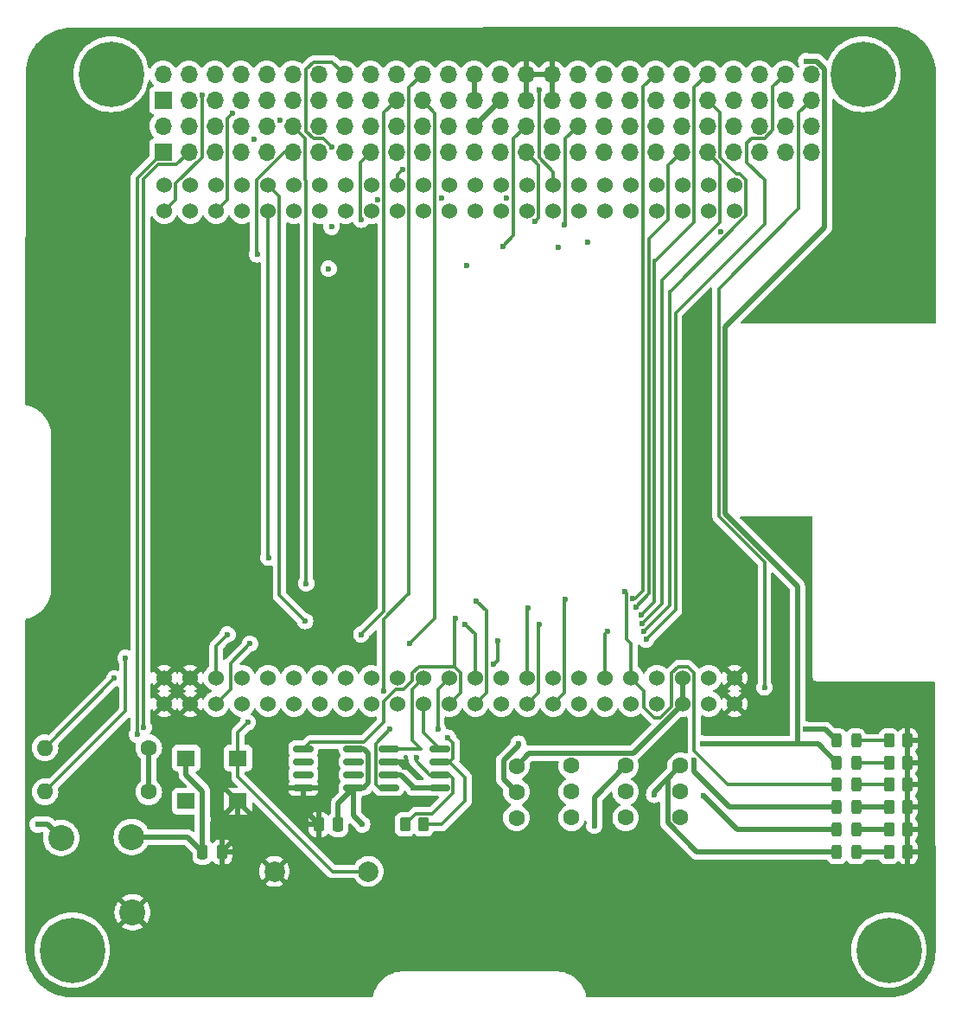
<source format=gbr>
%TF.GenerationSoftware,KiCad,Pcbnew,8.0.2-1*%
%TF.CreationDate,2024-09-16T16:57:07-05:00*%
%TF.ProjectId,BeagleBonePC104,42656167-6c65-4426-9f6e-655043313034,rev?*%
%TF.SameCoordinates,Original*%
%TF.FileFunction,Copper,L1,Top*%
%TF.FilePolarity,Positive*%
%FSLAX46Y46*%
G04 Gerber Fmt 4.6, Leading zero omitted, Abs format (unit mm)*
G04 Created by KiCad (PCBNEW 8.0.2-1) date 2024-09-16 16:57:07*
%MOMM*%
%LPD*%
G01*
G04 APERTURE LIST*
G04 Aperture macros list*
%AMRoundRect*
0 Rectangle with rounded corners*
0 $1 Rounding radius*
0 $2 $3 $4 $5 $6 $7 $8 $9 X,Y pos of 4 corners*
0 Add a 4 corners polygon primitive as box body*
4,1,4,$2,$3,$4,$5,$6,$7,$8,$9,$2,$3,0*
0 Add four circle primitives for the rounded corners*
1,1,$1+$1,$2,$3*
1,1,$1+$1,$4,$5*
1,1,$1+$1,$6,$7*
1,1,$1+$1,$8,$9*
0 Add four rect primitives between the rounded corners*
20,1,$1+$1,$2,$3,$4,$5,0*
20,1,$1+$1,$4,$5,$6,$7,0*
20,1,$1+$1,$6,$7,$8,$9,0*
20,1,$1+$1,$8,$9,$2,$3,0*%
G04 Aperture macros list end*
%TA.AperFunction,SMDPad,CuDef*%
%ADD10RoundRect,0.250000X-0.262500X-0.450000X0.262500X-0.450000X0.262500X0.450000X-0.262500X0.450000X0*%
%TD*%
%TA.AperFunction,SMDPad,CuDef*%
%ADD11RoundRect,0.243750X0.243750X0.456250X-0.243750X0.456250X-0.243750X-0.456250X0.243750X-0.456250X0*%
%TD*%
%TA.AperFunction,SMDPad,CuDef*%
%ADD12RoundRect,0.250000X-0.250000X-0.475000X0.250000X-0.475000X0.250000X0.475000X-0.250000X0.475000X0*%
%TD*%
%TA.AperFunction,ComponentPad*%
%ADD13C,2.000000*%
%TD*%
%TA.AperFunction,SMDPad,CuDef*%
%ADD14RoundRect,0.150000X-0.825000X-0.150000X0.825000X-0.150000X0.825000X0.150000X-0.825000X0.150000X0*%
%TD*%
%TA.AperFunction,SMDPad,CuDef*%
%ADD15R,1.800000X1.600000*%
%TD*%
%TA.AperFunction,ComponentPad*%
%ADD16C,1.600000*%
%TD*%
%TA.AperFunction,ComponentPad*%
%ADD17O,1.600000X1.600000*%
%TD*%
%TA.AperFunction,ComponentPad*%
%ADD18C,1.524000*%
%TD*%
%TA.AperFunction,SMDPad,CuDef*%
%ADD19C,2.540000*%
%TD*%
%TA.AperFunction,SMDPad,CuDef*%
%ADD20RoundRect,0.250000X0.262500X0.450000X-0.262500X0.450000X-0.262500X-0.450000X0.262500X-0.450000X0*%
%TD*%
%TA.AperFunction,ComponentPad*%
%ADD21C,6.400000*%
%TD*%
%TA.AperFunction,ComponentPad*%
%ADD22R,1.700000X1.700000*%
%TD*%
%TA.AperFunction,ComponentPad*%
%ADD23O,1.700000X1.700000*%
%TD*%
%TA.AperFunction,SMDPad,CuDef*%
%ADD24RoundRect,0.250000X0.250000X0.475000X-0.250000X0.475000X-0.250000X-0.475000X0.250000X-0.475000X0*%
%TD*%
%TA.AperFunction,ViaPad*%
%ADD25C,0.600000*%
%TD*%
%TA.AperFunction,Conductor*%
%ADD26C,0.500000*%
%TD*%
%TA.AperFunction,Conductor*%
%ADD27C,0.300000*%
%TD*%
G04 APERTURE END LIST*
D10*
%TO.P,R3,1*%
%TO.N,Net-(D1-K)*%
X165100000Y-144400000D03*
%TO.P,R3,2*%
%TO.N,GND*%
X166925000Y-144400000D03*
%TD*%
D11*
%TO.P,D3,1,K*%
%TO.N,Net-(D3-K)*%
X161875000Y-148700000D03*
%TO.P,D3,2,A*%
%TO.N,/SYS_RESETn*%
X160000000Y-148700000D03*
%TD*%
D12*
%TO.P,C2,1*%
%TO.N,Net-(D6-A)*%
X97850000Y-155300000D03*
%TO.P,C2,2*%
%TO.N,GND*%
X99750000Y-155300000D03*
%TD*%
D11*
%TO.P,D1,1,K*%
%TO.N,Net-(D1-K)*%
X161875000Y-144400000D03*
%TO.P,D1,2,A*%
%TO.N,/3V3*%
X160000000Y-144400000D03*
%TD*%
D13*
%TO.P,TP1,1,1*%
%TO.N,/10MHz_CLK*%
X114100000Y-157200000D03*
%TD*%
D11*
%TO.P,D6,1,K*%
%TO.N,Net-(D6-K)*%
X161875000Y-155300000D03*
%TO.P,D6,2,A*%
%TO.N,Net-(D6-A)*%
X160000000Y-155300000D03*
%TD*%
D10*
%TO.P,R8,1*%
%TO.N,Net-(D6-K)*%
X165100000Y-155300000D03*
%TO.P,R8,2*%
%TO.N,GND*%
X166925000Y-155300000D03*
%TD*%
%TO.P,R7,1*%
%TO.N,Net-(D5-K)*%
X165100000Y-153100000D03*
%TO.P,R7,2*%
%TO.N,GND*%
X166925000Y-153100000D03*
%TD*%
D11*
%TO.P,D2,1,K*%
%TO.N,Net-(D2-K)*%
X161875000Y-146536000D03*
%TO.P,D2,2,A*%
%TO.N,/5V*%
X160000000Y-146536000D03*
%TD*%
D14*
%TO.P,U5,1,V_{OUT}*%
%TO.N,/FC_TEMP*%
X107725000Y-145195000D03*
%TO.P,U5,2*%
%TO.N,N/C*%
X107725000Y-146465000D03*
%TO.P,U5,3*%
X107725000Y-147735000D03*
%TO.P,U5,4,GND*%
%TO.N,GND*%
X107725000Y-149005000D03*
%TO.P,U5,5,~{SHUTDOWN}*%
%TO.N,Net-(D5-A)*%
X112675000Y-149005000D03*
%TO.P,U5,6*%
%TO.N,N/C*%
X112675000Y-147735000D03*
%TO.P,U5,7*%
X112675000Y-146465000D03*
%TO.P,U5,8,+Vs*%
%TO.N,Net-(D5-A)*%
X112675000Y-145195000D03*
%TD*%
D15*
%TO.P,U3,1,STANDBY*%
%TO.N,/10MHz_CLK_STANDBY*%
X96250000Y-150325000D03*
%TO.P,U3,2,GND*%
%TO.N,GND*%
X101330000Y-150325000D03*
%TO.P,U3,3,OUTPUT*%
%TO.N,/10MHz_CLK*%
X101330000Y-146125000D03*
%TO.P,U3,4,+Vs*%
%TO.N,Net-(D6-A)*%
X96250000Y-146125000D03*
%TD*%
D10*
%TO.P,R6,1*%
%TO.N,Net-(D4-K)*%
X165100000Y-150900000D03*
%TO.P,R6,2*%
%TO.N,GND*%
X166925000Y-150900000D03*
%TD*%
D16*
%TO.P,R1,1*%
%TO.N,Net-(R1-Pad1)*%
X92580000Y-145100000D03*
D17*
%TO.P,R1,2*%
%TO.N,/I2C_SCL*%
X82420000Y-145100000D03*
%TD*%
D13*
%TO.P,GND,1,1*%
%TO.N,GND*%
X104900000Y-157200000D03*
%TD*%
D10*
%TO.P,R4,1*%
%TO.N,Net-(D2-K)*%
X165100000Y-146536000D03*
%TO.P,R4,2*%
%TO.N,GND*%
X166925000Y-146536000D03*
%TD*%
D18*
%TO.P,U1,1,GND*%
%TO.N,GND*%
X149980000Y-140800000D03*
%TO.P,U1,2,GND*%
X149980000Y-138260000D03*
%TO.P,U1,3,DC_3.3V*%
%TO.N,unconnected-(U1-DC_3.3V-Pad3)*%
X147440000Y-140800000D03*
%TO.P,U1,4,DC_3.3V*%
%TO.N,unconnected-(U1-DC_3.3V-Pad4)*%
X147440000Y-138260000D03*
%TO.P,U1,5,VDD_5V*%
%TO.N,Net-(R1-Pad1)*%
X144900000Y-140800000D03*
%TO.P,U1,6,VDD_5V*%
X144900000Y-138260000D03*
%TO.P,U1,7,SYS_5V*%
%TO.N,unconnected-(U1-SYS_5V-Pad7)*%
X142360000Y-140800000D03*
%TO.P,U1,8,SYS_5V*%
%TO.N,unconnected-(U1-SYS_5V-Pad8)*%
X142360000Y-138260000D03*
%TO.P,U1,9,PWR_BUT*%
%TO.N,unconnected-(U1-PWR_BUT-Pad9)*%
X139820000Y-140800000D03*
%TO.P,U1,10,SYS_RESETn*%
%TO.N,/SYS_RESETn*%
X139820000Y-138260000D03*
%TO.P,U1,11,UART4_RXD*%
%TO.N,unconnected-(U1-UART4_RXD-Pad11)*%
X137280000Y-140800000D03*
%TO.P,U1,12,GPIO1_28*%
%TO.N,/GPIO1_28*%
X137280000Y-138260000D03*
%TO.P,U1,13,UART4_TXD*%
%TO.N,unconnected-(U1-UART4_TXD-Pad13)*%
X134740000Y-140800000D03*
%TO.P,U1,14,EHRPWM1A*%
%TO.N,unconnected-(U1-EHRPWM1A-Pad14)*%
X134740000Y-138260000D03*
%TO.P,U1,15,GPIO1_16*%
%TO.N,/GPIO1_16*%
X132200000Y-140800000D03*
%TO.P,U1,16,EHRPWM1B*%
%TO.N,unconnected-(U1-EHRPWM1B-Pad16)*%
X132200000Y-138260000D03*
%TO.P,U1,17,I2C1_SCL*%
%TO.N,/I2C_SCL*%
X129660000Y-140800000D03*
%TO.P,U1,18,I2C1_SDA*%
%TO.N,/I2C_SDA*%
X129660000Y-138260000D03*
%TO.P,U1,19,I2C2_SCL*%
%TO.N,unconnected-(U1-I2C2_SCL-Pad19)*%
X127120000Y-140800000D03*
%TO.P,U1,20,I2C2_SDA*%
%TO.N,unconnected-(U1-I2C2_SDA-Pad20)*%
X127120000Y-138260000D03*
%TO.P,U1,21,UART2_TXD*%
%TO.N,/UART_TX*%
X124580000Y-140800000D03*
%TO.P,U1,22,UART2_RXD*%
%TO.N,/UART_RX*%
X124580000Y-138260000D03*
%TO.P,U1,23,GPIO1_17*%
%TO.N,/FC_TEMP*%
X122040000Y-140800000D03*
%TO.P,U1,24,DCAN1_RX*%
%TO.N,/CAN1_RX*%
X122040000Y-138260000D03*
%TO.P,U1,25,GPIO3_21*%
%TO.N,/CAN_SLNT*%
X119500000Y-140800000D03*
%TO.P,U1,26,DCAN1_TX*%
%TO.N,/CAN1_TX*%
X119500000Y-138260000D03*
%TO.P,U1,27,GPIO3_19*%
%TO.N,/GPIO3_19*%
X116960000Y-140800000D03*
%TO.P,U1,28,SPI1_CS0*%
%TO.N,unconnected-(U1-SPI1_CS0-Pad28)*%
X116960000Y-138260000D03*
%TO.P,U1,29,SPI1_D0*%
%TO.N,unconnected-(U1-SPI1_D0-Pad29)*%
X114420000Y-140800000D03*
%TO.P,U1,30,SPI1_D1*%
%TO.N,unconnected-(U1-SPI1_D1-Pad30)*%
X114420000Y-138260000D03*
%TO.P,U1,31,SPI1_SCLK*%
%TO.N,unconnected-(U1-SPI1_SCLK-Pad31)*%
X111880000Y-140800000D03*
%TO.P,U1,32,VADC*%
%TO.N,unconnected-(U1-VADC-Pad32)*%
X111880000Y-138260000D03*
%TO.P,U1,33,AIN4*%
%TO.N,unconnected-(U1-AIN4-Pad33)*%
X109340000Y-140800000D03*
%TO.P,U1,34,AGND*%
%TO.N,unconnected-(U1-AGND-Pad34)*%
X109340000Y-138260000D03*
%TO.P,U1,35,AIN6*%
%TO.N,unconnected-(U1-AIN6-Pad35)*%
X106800000Y-140800000D03*
%TO.P,U1,36,AIN5*%
%TO.N,unconnected-(U1-AIN5-Pad36)*%
X106800000Y-138260000D03*
%TO.P,U1,37,AIN2*%
%TO.N,unconnected-(U1-AIN2-Pad37)*%
X104260000Y-140800000D03*
%TO.P,U1,38,AIN3*%
%TO.N,unconnected-(U1-AIN3-Pad38)*%
X104260000Y-138260000D03*
%TO.P,U1,39,AIN0*%
%TO.N,unconnected-(U1-AIN0-Pad39)*%
X101720000Y-140800000D03*
%TO.P,U1,40,AIN1*%
%TO.N,unconnected-(U1-AIN1-Pad40)*%
X101720000Y-138260000D03*
%TO.P,U1,41,GPIO3_20*%
%TO.N,/GPIO3_20*%
X99180000Y-140800000D03*
%TO.P,U1,42,GPIO0_7*%
%TO.N,/GPIO0_7*%
X99180000Y-138260000D03*
%TO.P,U1,43,GND*%
%TO.N,GND*%
X96640000Y-140800000D03*
%TO.P,U1,44,GND*%
X96640000Y-138260000D03*
%TO.P,U1,45,GND*%
X94100000Y-140800000D03*
%TO.P,U1,46,GND*%
X94100000Y-138260000D03*
%TO.P,U1,47,GND*%
X149980000Y-92540000D03*
%TO.P,U1,48,GND*%
X149980000Y-90000000D03*
%TO.P,U1,49,GPIO1_6*%
%TO.N,unconnected-(U1-GPIO1_6-Pad49)*%
X147440000Y-92540000D03*
%TO.P,U1,50,GPIO1_7*%
%TO.N,unconnected-(U1-GPIO1_7-Pad50)*%
X147440000Y-90000000D03*
%TO.P,U1,51,GPIO1_2*%
%TO.N,unconnected-(U1-GPIO1_2-Pad51)*%
X144900000Y-92540000D03*
%TO.P,U1,52,GPIO1_3*%
%TO.N,unconnected-(U1-GPIO1_3-Pad52)*%
X144900000Y-90000000D03*
%TO.P,U1,53,TIMER4*%
%TO.N,unconnected-(U1-TIMER4-Pad53)*%
X142360000Y-92540000D03*
%TO.P,U1,54,TIMER7*%
%TO.N,unconnected-(U1-TIMER7-Pad54)*%
X142360000Y-90000000D03*
%TO.P,U1,55,TIMER5*%
%TO.N,unconnected-(U1-TIMER5-Pad55)*%
X139820000Y-92540000D03*
%TO.P,U1,56,TIMER6*%
%TO.N,unconnected-(U1-TIMER6-Pad56)*%
X139820000Y-90000000D03*
%TO.P,U1,57,GPIO1_13*%
%TO.N,/GPIO1_13*%
X137280000Y-92540000D03*
%TO.P,U1,58,GPIO1_12*%
%TO.N,/GPIO1_12*%
X137280000Y-90000000D03*
%TO.P,U1,59,EHRPWM2B*%
%TO.N,unconnected-(U1-EHRPWM2B-Pad59)*%
X134740000Y-92540000D03*
%TO.P,U1,60,GPIO0_26*%
%TO.N,/GPIO1_26*%
X134740000Y-90000000D03*
%TO.P,U1,61,GPIO1_15*%
%TO.N,/GPIO1_15*%
X132200000Y-92540000D03*
%TO.P,U1,62,GPIO1_14*%
%TO.N,/GPIO1_14*%
X132200000Y-90000000D03*
%TO.P,U1,63,GPIO0_27*%
%TO.N,/GPIO1_27*%
X129660000Y-92540000D03*
%TO.P,U1,64,GPIO2_1*%
%TO.N,/GPIO2_1*%
X129660000Y-90000000D03*
%TO.P,U1,65,EHRPWM2A*%
%TO.N,unconnected-(U1-EHRPWM2A-Pad65)*%
X127120000Y-92540000D03*
%TO.P,U1,66,GPIO1_31*%
%TO.N,unconnected-(U1-GPIO1_31-Pad66)*%
X127120000Y-90000000D03*
%TO.P,U1,67,GPIO1_30*%
%TO.N,unconnected-(U1-GPIO1_30-Pad67)*%
X124580000Y-92540000D03*
%TO.P,U1,68,GPIO1_5*%
%TO.N,unconnected-(U1-GPIO1_5-Pad68)*%
X124580000Y-90000000D03*
%TO.P,U1,69,GPIO1_4*%
%TO.N,unconnected-(U1-GPIO1_4-Pad69)*%
X122040000Y-92540000D03*
%TO.P,U1,70,GPIO1_1*%
%TO.N,unconnected-(U1-GPIO1_1-Pad70)*%
X122040000Y-90000000D03*
%TO.P,U1,71,GPIO1_0*%
%TO.N,unconnected-(U1-GPIO1_0-Pad71)*%
X119500000Y-92540000D03*
%TO.P,U1,72,GPIO1_29*%
%TO.N,/GPIO1_29*%
X119500000Y-90000000D03*
%TO.P,U1,73,GPIO2_22*%
%TO.N,/GPI02_22*%
X116960000Y-92540000D03*
%TO.P,U1,74,GPIO2_24*%
%TO.N,/GPIO2_24*%
X116960000Y-90000000D03*
%TO.P,U1,75,GPIO2_23*%
%TO.N,/GPIO2_23*%
X114420000Y-92540000D03*
%TO.P,U1,76,GPIO2_25*%
%TO.N,/GPIO2_25*%
X114420000Y-90000000D03*
%TO.P,U1,77,UART5_CTSN*%
%TO.N,unconnected-(U1-UART5_CTSN-Pad77)*%
X111880000Y-92540000D03*
%TO.P,U1,78,UART5_RTSN*%
%TO.N,unconnected-(U1-UART5_RTSN-Pad78)*%
X111880000Y-90000000D03*
%TO.P,U1,79,UART4_RTSN*%
%TO.N,unconnected-(U1-UART4_RTSN-Pad79)*%
X109340000Y-92540000D03*
%TO.P,U1,80,UART3_RTSN*%
%TO.N,unconnected-(U1-UART3_RTSN-Pad80)*%
X109340000Y-90000000D03*
%TO.P,U1,81,UART4_CTSN*%
%TO.N,unconnected-(U1-UART4_CTSN-Pad81)*%
X106800000Y-92540000D03*
%TO.P,U1,82,UART3_CTSN*%
%TO.N,unconnected-(U1-UART3_CTSN-Pad82)*%
X106800000Y-90000000D03*
%TO.P,U1,83,UART5_TXD*%
%TO.N,/UART_TX*%
X104260000Y-92540000D03*
%TO.P,U1,84,UART5_RXD*%
%TO.N,/UART_RX*%
X104260000Y-90000000D03*
%TO.P,U1,85,GPIO2_12*%
%TO.N,/GPIO2_12*%
X101720000Y-92540000D03*
%TO.P,U1,86,GPIO2_13*%
%TO.N,/GPIO2_13*%
X101720000Y-90000000D03*
%TO.P,U1,87,GPIO2_10*%
%TO.N,/GPIO2_10*%
X99180000Y-92540000D03*
%TO.P,U1,88,GPIO2_11*%
%TO.N,/GPIO2_11*%
X99180000Y-90000000D03*
%TO.P,U1,89,GPIO2_8*%
%TO.N,/GPIO2_8*%
X96640000Y-92540000D03*
%TO.P,U1,90,GPIO2_9*%
%TO.N,/GPIO2_9*%
X96640000Y-90000000D03*
%TO.P,U1,91,GPIO2_6*%
%TO.N,/GPIO2_6*%
X94100000Y-92540000D03*
%TO.P,U1,92,GPIO2_7*%
%TO.N,/GPIO2_7*%
X94100000Y-90000000D03*
%TD*%
D11*
%TO.P,D4,1,K*%
%TO.N,Net-(D4-K)*%
X161875000Y-150900000D03*
%TO.P,D4,2,A*%
%TO.N,Net-(D4-A)*%
X160000000Y-150900000D03*
%TD*%
D19*
%TO.P,TP3,1,1*%
%TO.N,/3V3*%
X84000000Y-153920000D03*
%TD*%
D20*
%TO.P,R9,1*%
%TO.N,/CAN_H*%
X119512500Y-152600000D03*
%TO.P,R9,2*%
%TO.N,/CAN_L*%
X117687500Y-152600000D03*
%TD*%
D19*
%TO.P,TP2,1,1*%
%TO.N,GND*%
X91000000Y-161200000D03*
%TD*%
D16*
%TO.P,U7,1*%
%TO.N,Net-(R1-Pad1)*%
X128600000Y-146865000D03*
%TO.P,U7,2*%
%TO.N,/5V*%
X128600000Y-149405000D03*
%TO.P,U7,3*%
%TO.N,unconnected-(U7-Pad3)*%
X128600000Y-151945000D03*
%TD*%
%TO.P,R2,1*%
%TO.N,Net-(R1-Pad1)*%
X92580000Y-149400000D03*
D17*
%TO.P,R2,2*%
%TO.N,/I2C_SDA*%
X82420000Y-149400000D03*
%TD*%
D10*
%TO.P,R5,1*%
%TO.N,Net-(D3-K)*%
X165100000Y-148700000D03*
%TO.P,R5,2*%
%TO.N,GND*%
X166925000Y-148700000D03*
%TD*%
D11*
%TO.P,D5,1,K*%
%TO.N,Net-(D5-K)*%
X161875000Y-153100000D03*
%TO.P,D5,2,A*%
%TO.N,Net-(D5-A)*%
X160000000Y-153100000D03*
%TD*%
D21*
%TO.P,U2,*%
%TO.N,*%
X85090000Y-164900000D03*
X88900000Y-79170000D03*
X162560000Y-79170000D03*
X165100000Y-164900000D03*
D22*
%TO.P,U2,1,CANL1*%
%TO.N,/CAN_L*%
X93980000Y-86790000D03*
D23*
%TO.P,U2,2,CANL2*%
%TO.N,unconnected-(U2-CANL2-Pad2)*%
X93980000Y-84250000D03*
%TO.P,U2,3,CANH1*%
%TO.N,/CAN_H*%
X96520000Y-86790000D03*
%TO.P,U2,4,CANH2*%
%TO.N,unconnected-(U2-CANH2-Pad4)*%
X96520000Y-84250000D03*
%TO.P,U2,5,UART_A_TX*%
%TO.N,unconnected-(U2-UART_A_TX-Pad5)*%
X99060000Y-86790000D03*
%TO.P,U2,6,UART_B_TX*%
%TO.N,unconnected-(U2-UART_B_TX-Pad6)*%
X99060000Y-84250000D03*
%TO.P,U2,7,UART_A_RX*%
%TO.N,unconnected-(U2-UART_A_RX-Pad7)*%
X101600000Y-86790000D03*
%TO.P,U2,8,UART_B_RX*%
%TO.N,unconnected-(U2-UART_B_RX-Pad8)*%
X101600000Y-84250000D03*
%TO.P,U2,9*%
%TO.N,unconnected-(U2-Pad9)*%
X104140000Y-86790000D03*
%TO.P,U2,10*%
%TO.N,unconnected-(U2-Pad10)*%
X104140000Y-84250000D03*
%TO.P,U2,11*%
%TO.N,/GPIO1_13*%
X106680000Y-86790000D03*
%TO.P,U2,12,BGLBON_RST*%
%TO.N,/SYS_RESETn*%
X106680000Y-84250000D03*
%TO.P,U2,13*%
%TO.N,/GPIO1_12*%
X109220000Y-86790000D03*
%TO.P,U2,14*%
%TO.N,unconnected-(U2-Pad14)*%
X109220000Y-84250000D03*
%TO.P,U2,15*%
%TO.N,/GPIO1_26*%
X111760000Y-86790000D03*
%TO.P,U2,16*%
%TO.N,unconnected-(U2-Pad16)*%
X111760000Y-84250000D03*
%TO.P,U2,17*%
%TO.N,/GPIO1_15*%
X114300000Y-86790000D03*
%TO.P,U2,18*%
%TO.N,unconnected-(U2-Pad18)*%
X114300000Y-84250000D03*
%TO.P,U2,19,UART_1_TX*%
%TO.N,/UART_TX*%
X116840000Y-86790000D03*
%TO.P,U2,20,UART_1_RX*%
%TO.N,/UART_RX*%
X116840000Y-84250000D03*
%TO.P,U2,21*%
%TO.N,/GPIO1_27*%
X119380000Y-86790000D03*
%TO.P,U2,22*%
%TO.N,/GPIO2_13*%
X119380000Y-84250000D03*
%TO.P,U2,23*%
%TO.N,/GPIO2_1*%
X121920000Y-86790000D03*
%TO.P,U2,24*%
%TO.N,/GPIO2_10*%
X121920000Y-84250000D03*
%TO.P,U2,25,3V3_MAIN*%
%TO.N,/3V3*%
X124460000Y-86790000D03*
%TO.P,U2,26,3V3_MAIN*%
X124460000Y-84250000D03*
%TO.P,U2,27*%
%TO.N,/GPIO1_29*%
X127000000Y-86790000D03*
%TO.P,U2,28*%
%TO.N,/GPIO2_11*%
X127000000Y-84250000D03*
%TO.P,U2,29*%
%TO.N,/GPI02_22*%
X129540000Y-86790000D03*
%TO.P,U2,30*%
%TO.N,/GPIO2_8*%
X129540000Y-84250000D03*
%TO.P,U2,31,CHARGE*%
%TO.N,unconnected-(U2-CHARGE-Pad31)*%
X132080000Y-86790000D03*
%TO.P,U2,32,CHARGE*%
%TO.N,unconnected-(U2-CHARGE-Pad32)*%
X132080000Y-84250000D03*
%TO.P,U2,33,GNSS_UART_TX*%
%TO.N,/UART_TX*%
X134620000Y-86790000D03*
%TO.P,U2,34*%
%TO.N,/GPIO2_9*%
X134620000Y-84250000D03*
%TO.P,U2,35,GNSS_UART_RX*%
%TO.N,/UART_RX*%
X137160000Y-86790000D03*
%TO.P,U2,36*%
%TO.N,unconnected-(U2-Pad36)*%
X137160000Y-84250000D03*
%TO.P,U2,37,CAN_H*%
%TO.N,unconnected-(U2-CAN_H-Pad37)*%
X139700000Y-86790000D03*
%TO.P,U2,38,CAN_L*%
%TO.N,unconnected-(U2-CAN_L-Pad38)*%
X139700000Y-84250000D03*
%TO.P,U2,39*%
%TO.N,unconnected-(U2-Pad39)*%
X142240000Y-86790000D03*
%TO.P,U2,40*%
%TO.N,unconnected-(U2-Pad40)*%
X142240000Y-84250000D03*
%TO.P,U2,41,I2C1_SDA*%
%TO.N,/I2C_SDA*%
X144780000Y-86790000D03*
%TO.P,U2,42*%
%TO.N,/GPIO2_25*%
X144780000Y-84250000D03*
%TO.P,U2,43,I2C1_SCL*%
%TO.N,/I2C_SCL*%
X147320000Y-86790000D03*
%TO.P,U2,44*%
%TO.N,/GPIO2_12*%
X147320000Y-84250000D03*
%TO.P,U2,45*%
%TO.N,/GPIO2_24*%
X149860000Y-86790000D03*
%TO.P,U2,46*%
%TO.N,/GPIO2_23*%
X149860000Y-84250000D03*
%TO.P,U2,47*%
%TO.N,unconnected-(U2-Pad47)*%
X152400000Y-86790000D03*
%TO.P,U2,48*%
%TO.N,unconnected-(U2-Pad48)*%
X152400000Y-84250000D03*
%TO.P,U2,49*%
%TO.N,unconnected-(U2-Pad49)*%
X154940000Y-86790000D03*
%TO.P,U2,50*%
%TO.N,unconnected-(U2-Pad50)*%
X154940000Y-84250000D03*
%TO.P,U2,51*%
%TO.N,unconnected-(U2-Pad51)*%
X157480000Y-86790000D03*
%TO.P,U2,52*%
%TO.N,unconnected-(U2-Pad52)*%
X157480000Y-84250000D03*
D22*
%TO.P,U2,53,TEMP_1*%
%TO.N,unconnected-(U2-TEMP_1-Pad53)*%
X93980000Y-81710000D03*
D23*
%TO.P,U2,54,TEMP_2*%
%TO.N,unconnected-(U2-TEMP_2-Pad54)*%
X93980000Y-79170000D03*
%TO.P,U2,55,TEMP_3*%
%TO.N,unconnected-(U2-TEMP_3-Pad55)*%
X96520000Y-81710000D03*
%TO.P,U2,56,TEMP_4*%
%TO.N,unconnected-(U2-TEMP_4-Pad56)*%
X96520000Y-79170000D03*
%TO.P,U2,57,TEMP_7*%
%TO.N,unconnected-(U2-TEMP_7-Pad57)*%
X99060000Y-81710000D03*
%TO.P,U2,58,TEMP_6*%
%TO.N,unconnected-(U2-TEMP_6-Pad58)*%
X99060000Y-79170000D03*
%TO.P,U2,59,TEMP_9*%
%TO.N,unconnected-(U2-TEMP_9-Pad59)*%
X101600000Y-81710000D03*
%TO.P,U2,60,TEMP_8*%
%TO.N,unconnected-(U2-TEMP_8-Pad60)*%
X101600000Y-79170000D03*
%TO.P,U2,61,TEMP_11*%
%TO.N,unconnected-(U2-TEMP_11-Pad61)*%
X104140000Y-81710000D03*
%TO.P,U2,62,TEMP_10*%
%TO.N,unconnected-(U2-TEMP_10-Pad62)*%
X104140000Y-79170000D03*
%TO.P,U2,63,TEMP_13*%
%TO.N,unconnected-(U2-TEMP_13-Pad63)*%
X106680000Y-81710000D03*
%TO.P,U2,64,TEMP_12*%
%TO.N,unconnected-(U2-TEMP_12-Pad64)*%
X106680000Y-79170000D03*
%TO.P,U2,65,TEMP_15*%
%TO.N,unconnected-(U2-TEMP_15-Pad65)*%
X109220000Y-81710000D03*
%TO.P,U2,66*%
%TO.N,unconnected-(U2-Pad66)*%
X109220000Y-79170000D03*
%TO.P,U2,67*%
%TO.N,unconnected-(U2-Pad67)*%
X111760000Y-81710000D03*
%TO.P,U2,68,ADCS_ENABLE*%
%TO.N,/GPIO2_7*%
X111760000Y-79170000D03*
%TO.P,U2,69*%
%TO.N,/GPIO1_14*%
X114300000Y-81710000D03*
%TO.P,U2,70,ADCS_BOOT*%
%TO.N,/GPIO2_6*%
X114300000Y-79170000D03*
%TO.P,U2,71*%
%TO.N,/GPIO0_7*%
X116840000Y-81710000D03*
%TO.P,U2,72*%
%TO.N,unconnected-(U2-Pad72)*%
X116840000Y-79170000D03*
%TO.P,U2,73*%
%TO.N,/GPIO3_20*%
X119380000Y-81710000D03*
%TO.P,U2,74*%
%TO.N,/GPIO3_19*%
X119380000Y-79170000D03*
%TO.P,U2,75*%
%TO.N,unconnected-(U2-Pad75)*%
X121920000Y-81710000D03*
%TO.P,U2,76*%
%TO.N,unconnected-(U2-Pad76)*%
X121920000Y-79170000D03*
%TO.P,U2,77,5V_MAIN*%
%TO.N,/5V*%
X124460000Y-81710000D03*
%TO.P,U2,78,5V_MAIN*%
X124460000Y-79170000D03*
%TO.P,U2,79,3V3_MAIN*%
%TO.N,/3V3*%
X127000000Y-81710000D03*
%TO.P,U2,80,3V3_MAIN*%
X127000000Y-79170000D03*
%TO.P,U2,81,GND*%
%TO.N,GND*%
X129540000Y-81710000D03*
%TO.P,U2,82,GND*%
X129540000Y-79170000D03*
%TO.P,U2,83,GND*%
X132080000Y-81710000D03*
%TO.P,U2,84,GND*%
X132080000Y-79170000D03*
%TO.P,U2,85,PLOD_STAT_1*%
%TO.N,unconnected-(U2-PLOD_STAT_1-Pad85)*%
X134620000Y-81710000D03*
%TO.P,U2,86,PLOD_STAT_2*%
%TO.N,unconnected-(U2-PLOD_STAT_2-Pad86)*%
X134620000Y-79170000D03*
%TO.P,U2,87,PLOD_STAT_3*%
%TO.N,unconnected-(U2-PLOD_STAT_3-Pad87)*%
X137160000Y-81710000D03*
%TO.P,U2,88,PLOD_STAT_4*%
%TO.N,unconnected-(U2-PLOD_STAT_4-Pad88)*%
X137160000Y-79170000D03*
%TO.P,U2,89,PLOD_STAT_5*%
%TO.N,unconnected-(U2-PLOD_STAT_5-Pad89)*%
X139700000Y-81710000D03*
%TO.P,U2,90,PLOD_COMP_RST*%
%TO.N,unconnected-(U2-PLOD_COMP_RST-Pad90)*%
X139700000Y-79170000D03*
%TO.P,U2,91*%
%TO.N,unconnected-(U2-Pad91)*%
X142240000Y-81710000D03*
%TO.P,U2,92*%
%TO.N,/GPIO1_16*%
X142240000Y-79170000D03*
%TO.P,U2,93,BURN_ENABLE_1*%
%TO.N,unconnected-(U2-BURN_ENABLE_1-Pad93)*%
X144780000Y-81710000D03*
%TO.P,U2,94,BURN_ENABLE_2*%
%TO.N,unconnected-(U2-BURN_ENABLE_2-Pad94)*%
X144780000Y-79170000D03*
%TO.P,U2,95*%
%TO.N,/GPIO1_28*%
X147320000Y-81710000D03*
%TO.P,U2,96*%
%TO.N,/FC_TEMP*%
X147320000Y-79170000D03*
%TO.P,U2,97*%
%TO.N,unconnected-(U2-Pad97)*%
X149860000Y-81710000D03*
%TO.P,U2,98*%
%TO.N,unconnected-(U2-Pad98)*%
X149860000Y-79170000D03*
%TO.P,U2,99*%
%TO.N,unconnected-(U2-Pad99)*%
X152400000Y-81710000D03*
%TO.P,U2,100*%
%TO.N,unconnected-(U2-Pad100)*%
X152400000Y-79170000D03*
%TO.P,U2,101*%
%TO.N,unconnected-(U2-Pad101)*%
X154940000Y-81710000D03*
%TO.P,U2,102*%
%TO.N,/CAN_SLNT*%
X154940000Y-79170000D03*
%TO.P,U2,103*%
%TO.N,/10MHz_CLK*%
X157480000Y-81710000D03*
%TO.P,U2,104,BURN_FET*%
%TO.N,unconnected-(U2-BURN_FET-Pad104)*%
X157480000Y-79170000D03*
%TD*%
D16*
%TO.P,U9,1*%
%TO.N,Net-(D5-A)*%
X139300000Y-146860000D03*
%TO.P,U9,2*%
%TO.N,/3V3*%
X139300000Y-149400000D03*
%TO.P,U9,3*%
%TO.N,unconnected-(U9-Pad3)*%
X139300000Y-151940000D03*
%TD*%
D19*
%TO.P,TP4,1,1*%
%TO.N,Net-(D6-A)*%
X90900000Y-153820000D03*
%TD*%
D14*
%TO.P,U4,1,TXD*%
%TO.N,/CAN1_TX*%
X116125000Y-145195000D03*
%TO.P,U4,2,GND*%
%TO.N,GND*%
X116125000Y-146465000D03*
%TO.P,U4,3,VCC*%
%TO.N,Net-(D4-A)*%
X116125000Y-147735000D03*
%TO.P,U4,4,RXD*%
%TO.N,/CAN1_RX*%
X116125000Y-149005000D03*
%TO.P,U4,5,VIO*%
%TO.N,Net-(D4-A)*%
X121075000Y-149005000D03*
%TO.P,U4,6,CANL*%
%TO.N,/CAN_L*%
X121075000Y-147735000D03*
%TO.P,U4,7,CANH*%
%TO.N,/CAN_H*%
X121075000Y-146465000D03*
%TO.P,U4,8,S*%
%TO.N,/CAN_SLNT*%
X121075000Y-145195000D03*
%TD*%
D24*
%TO.P,C1,1*%
%TO.N,Net-(D5-A)*%
X111150000Y-152600000D03*
%TO.P,C1,2*%
%TO.N,GND*%
X109250000Y-152600000D03*
%TD*%
D16*
%TO.P,U8,1*%
%TO.N,Net-(D4-A)*%
X134000000Y-146860000D03*
%TO.P,U8,2*%
%TO.N,/3V3*%
X134000000Y-149400000D03*
%TO.P,U8,3*%
%TO.N,unconnected-(U8-Pad3)*%
X134000000Y-151940000D03*
%TD*%
%TO.P,U6,1*%
%TO.N,Net-(D6-A)*%
X144680000Y-146860000D03*
%TO.P,U6,2*%
%TO.N,/3V3*%
X144680000Y-149400000D03*
%TO.P,U6,3*%
%TO.N,unconnected-(U6-Pad3)*%
X144680000Y-151940000D03*
%TD*%
D25*
%TO.N,/5V*%
X157000000Y-77870000D03*
X128800000Y-144700000D03*
X146800000Y-144700000D03*
%TO.N,/I2C_SCL*%
X130800000Y-133000000D03*
X140935487Y-132917096D03*
X89210000Y-138310000D03*
%TO.N,/I2C_SDA*%
X129700000Y-131400000D03*
X90300000Y-136300000D03*
X140300000Y-131300000D03*
%TO.N,/GPIO2_24*%
X117422000Y-88500000D03*
%TO.N,/SYS_RESETn*%
X108000000Y-129000000D03*
X139200000Y-129800000D03*
%TO.N,/UART_TX*%
X104300000Y-126500000D03*
X124700000Y-130700000D03*
X114990000Y-91414058D03*
%TO.N,GND*%
X108100000Y-151500000D03*
X101330000Y-152300000D03*
X117600000Y-147000000D03*
%TO.N,/CAN_SLNT*%
X126390380Y-136950000D03*
X126800000Y-134600000D03*
X141300000Y-134500000D03*
%TO.N,/GPIO2_23*%
X148623366Y-94550000D03*
%TO.N,/GPIO2_8*%
X127300000Y-96000000D03*
%TO.N,/GPIO2_10*%
X100800000Y-83000000D03*
%TO.N,/CAN1_RX*%
X120900000Y-143300000D03*
X116200000Y-143300000D03*
%TO.N,/UART_RX*%
X123600000Y-133000000D03*
X105400000Y-83700000D03*
X107900000Y-132700000D03*
%TO.N,/GPIO2_6*%
X97800000Y-81200000D03*
%TO.N,/GPIO2_7*%
X110509268Y-86281891D03*
%TO.N,/GPIO1_13*%
X103200000Y-96800000D03*
%TO.N,/GPIO1_27*%
X121300000Y-91300000D03*
%TO.N,/GPIO2_9*%
X133300000Y-93900000D03*
%TO.N,/GPIO1_15*%
X113400000Y-93400000D03*
%TO.N,/GPIO0_7*%
X113400000Y-134000000D03*
X100300000Y-134000000D03*
%TO.N,/GPI02_22*%
X130400000Y-93600000D03*
%TO.N,/GPIO2_13*%
X102900000Y-85500000D03*
%TO.N,/GPIO1_12*%
X110200000Y-98200000D03*
X135600000Y-95600000D03*
%TO.N,/GPIO1_26*%
X132700000Y-96100000D03*
X110500000Y-94100000D03*
%TO.N,/GPIO1_14*%
X130800000Y-80700000D03*
%TO.N,/CAN_L*%
X91430000Y-143800000D03*
X118800000Y-146100000D03*
%TO.N,/GPIO1_28*%
X141100000Y-133700000D03*
X137500000Y-133700000D03*
%TO.N,/CAN_H*%
X121900000Y-144100000D03*
X92100000Y-143100000D03*
%TO.N,/GPIO3_20*%
X102500000Y-134900000D03*
X118100000Y-134900000D03*
%TO.N,/FC_TEMP*%
X122600000Y-132400000D03*
X140800000Y-132100000D03*
%TO.N,Net-(D6-A)*%
X142100000Y-149700000D03*
X97850000Y-152100000D03*
%TO.N,/GPIO1_29*%
X127600000Y-91300000D03*
%TO.N,/GPIO1_16*%
X140000000Y-130500000D03*
X133400000Y-130600000D03*
%TO.N,/GPIO3_19*%
X115600000Y-139500000D03*
%TO.N,/GPIO2_11*%
X123700000Y-97900000D03*
%TO.N,/3V3*%
X81700000Y-152600000D03*
X156900000Y-143300000D03*
%TO.N,/10MHz_CLK*%
X102300000Y-142600000D03*
X152900000Y-139200000D03*
%TO.N,Net-(D5-A)*%
X113500000Y-152600000D03*
X146900000Y-149800000D03*
X136236116Y-152736116D03*
%TO.N,Net-(D4-A)*%
X145990380Y-146309620D03*
X118500000Y-149000000D03*
%TD*%
D26*
%TO.N,/5V*%
X160000000Y-146536000D02*
X158164000Y-144700000D01*
X128800000Y-144897233D02*
X127350000Y-146347233D01*
X157000000Y-77870000D02*
X158018478Y-77870000D01*
X156200000Y-144700000D02*
X146800000Y-144700000D01*
X127350000Y-148155000D02*
X128600000Y-149405000D01*
X156150000Y-129312356D02*
X156150000Y-144650000D01*
X127350000Y-146347233D02*
X127350000Y-148155000D01*
X158018478Y-77870000D02*
X158800000Y-78651522D01*
X158164000Y-144700000D02*
X156200000Y-144700000D01*
X156150000Y-144650000D02*
X156200000Y-144700000D01*
X128800000Y-144700000D02*
X128800000Y-144897233D01*
X149048267Y-122210623D02*
X156150000Y-129312356D01*
X124460000Y-79170000D02*
X124460000Y-81710000D01*
X158800000Y-94136889D02*
X149048267Y-103888622D01*
X158800000Y-78651522D02*
X158800000Y-94136889D01*
X149048267Y-103888622D02*
X149048267Y-122210623D01*
D27*
%TO.N,/I2C_SCL*%
X140935487Y-132917096D02*
X142900000Y-130952583D01*
X129660000Y-140800000D02*
X130772000Y-139688000D01*
X130772000Y-133028000D02*
X130800000Y-133000000D01*
X148552000Y-88022000D02*
X147320000Y-86790000D01*
X142900000Y-99300000D02*
X148552000Y-93648000D01*
X142900000Y-130952583D02*
X142900000Y-99300000D01*
X130772000Y-139688000D02*
X130772000Y-133028000D01*
X148552000Y-93648000D02*
X148552000Y-88022000D01*
X89210000Y-138310000D02*
X82420000Y-145100000D01*
%TO.N,/I2C_SDA*%
X144780000Y-86790000D02*
X143472000Y-88098000D01*
X90300000Y-141520000D02*
X90300000Y-136300000D01*
X141600000Y-95300000D02*
X141600000Y-130000000D01*
X129660000Y-131440000D02*
X129700000Y-131400000D01*
X143472000Y-93428000D02*
X141600000Y-95300000D01*
X141600000Y-130000000D02*
X140300000Y-131300000D01*
X143472000Y-88098000D02*
X143472000Y-93428000D01*
X82420000Y-149400000D02*
X90300000Y-141520000D01*
X129660000Y-138260000D02*
X129660000Y-131440000D01*
%TO.N,/GPIO2_24*%
X117422000Y-88500000D02*
X116960000Y-88962000D01*
X116960000Y-88962000D02*
X116960000Y-90000000D01*
%TO.N,/SYS_RESETn*%
X139350000Y-129950000D02*
X139200000Y-129800000D01*
X107880000Y-85450000D02*
X107880000Y-89507394D01*
X107880000Y-89507394D02*
X108000000Y-89627394D01*
X144439394Y-137148000D02*
X143788000Y-137799394D01*
X108000000Y-89627394D02*
X108000000Y-129000000D01*
X106680000Y-84250000D02*
X107880000Y-85450000D01*
X149300000Y-148700000D02*
X146012000Y-145412000D01*
X141100000Y-141112606D02*
X141100000Y-139540000D01*
X146012000Y-145412000D02*
X146012000Y-137799394D01*
X143788000Y-141063472D02*
X142725736Y-142125736D01*
X139820000Y-138260000D02*
X139820000Y-134920000D01*
X139820000Y-134920000D02*
X139350000Y-134450000D01*
X160000000Y-148700000D02*
X149300000Y-148700000D01*
X141100000Y-139540000D02*
X139820000Y-138260000D01*
X142725736Y-142125736D02*
X142113130Y-142125736D01*
X146012000Y-137799394D02*
X145360606Y-137148000D01*
X145360606Y-137148000D02*
X144439394Y-137148000D01*
X143788000Y-137799394D02*
X143788000Y-141063472D01*
X139350000Y-134450000D02*
X139350000Y-129950000D01*
X142113130Y-142125736D02*
X141100000Y-141112606D01*
%TO.N,/UART_TX*%
X104260000Y-92540000D02*
X104260000Y-126460000D01*
X104260000Y-126460000D02*
X104300000Y-126500000D01*
X125692000Y-139688000D02*
X125692000Y-131692000D01*
X125692000Y-131692000D02*
X124700000Y-130700000D01*
X124580000Y-140800000D02*
X125692000Y-139688000D01*
D26*
%TO.N,GND*%
X108100000Y-151450000D02*
X108100000Y-151500000D01*
X107725000Y-149005000D02*
X107725000Y-151075000D01*
X117600000Y-147000000D02*
X117634999Y-147000000D01*
X117600000Y-146965001D02*
X117600000Y-147000000D01*
X108100000Y-151500000D02*
X108150000Y-151500000D01*
X166925000Y-144400000D02*
X166925000Y-146536000D01*
X117099999Y-146465000D02*
X117600000Y-146965001D01*
X101330000Y-152300000D02*
X101330000Y-153720000D01*
X107725000Y-151075000D02*
X108100000Y-151450000D01*
X166925000Y-153100000D02*
X166925000Y-150900000D01*
X166900000Y-157800000D02*
X166925000Y-157775000D01*
X117634999Y-147000000D02*
X117550000Y-146915001D01*
X101330000Y-153720000D02*
X99750000Y-155300000D01*
X116125000Y-146465000D02*
X117099999Y-146465000D01*
X108150000Y-151500000D02*
X109250000Y-152600000D01*
X166925000Y-153100000D02*
X166925000Y-155300000D01*
X166925000Y-148700000D02*
X166925000Y-150900000D01*
X101330000Y-152300000D02*
X101330000Y-150325000D01*
X166925000Y-146536000D02*
X166925000Y-148700000D01*
D27*
%TO.N,/CAN_SLNT*%
X121075000Y-145195000D02*
X119500000Y-143620000D01*
X151200000Y-85900000D02*
X151200000Y-87800000D01*
X119500000Y-143620000D02*
X119500000Y-140800000D01*
X144200000Y-131600000D02*
X141300000Y-134500000D01*
X151200000Y-87800000D02*
X152900000Y-89500000D01*
X144200000Y-127700000D02*
X144200000Y-131600000D01*
X153740000Y-80370000D02*
X153740000Y-84607057D01*
X151650000Y-85450000D02*
X151200000Y-85900000D01*
X126390380Y-136950000D02*
X126800000Y-136540380D01*
X153740000Y-84607057D02*
X152897057Y-85450000D01*
X154940000Y-79170000D02*
X153740000Y-80370000D01*
X152900000Y-93800000D02*
X144200000Y-102500000D01*
X152900000Y-89500000D02*
X152900000Y-93800000D01*
X144200000Y-102500000D02*
X144200000Y-127700000D01*
X126800000Y-136540380D02*
X126800000Y-134600000D01*
X152897057Y-85450000D02*
X151650000Y-85450000D01*
%TO.N,/GPIO2_8*%
X128340000Y-94960000D02*
X128340000Y-85450000D01*
X127300000Y-96000000D02*
X128340000Y-94960000D01*
X128340000Y-85450000D02*
X129540000Y-84250000D01*
%TO.N,/GPIO2_10*%
X100800000Y-83000000D02*
X100292000Y-83508000D01*
X100292000Y-83508000D02*
X100292000Y-91428000D01*
X100292000Y-91428000D02*
X99180000Y-92540000D01*
%TO.N,/CAN1_RX*%
X120900000Y-143300000D02*
X120900000Y-139400000D01*
X116125000Y-149005000D02*
X115150001Y-149005000D01*
X120900000Y-139400000D02*
X122040000Y-138260000D01*
X115150001Y-149005000D02*
X114800000Y-148654999D01*
X114800000Y-148654999D02*
X114800000Y-144700000D01*
X114800000Y-144700000D02*
X116200000Y-143300000D01*
%TO.N,/UART_RX*%
X124580000Y-133980000D02*
X123600000Y-133000000D01*
X105372000Y-130172000D02*
X107900000Y-132700000D01*
X124580000Y-138260000D02*
X124580000Y-133980000D01*
X105372000Y-91112000D02*
X105372000Y-130172000D01*
X104260000Y-90000000D02*
X105372000Y-91112000D01*
%TO.N,/GPIO2_6*%
X97800000Y-87267394D02*
X95212000Y-89855394D01*
X95212000Y-91428000D02*
X94100000Y-92540000D01*
X95212000Y-89855394D02*
X95212000Y-91428000D01*
X97800000Y-81200000D02*
X97800000Y-87267394D01*
%TO.N,/GPIO2_7*%
X109677377Y-85450000D02*
X108722943Y-85450000D01*
X108020000Y-78672943D02*
X108722943Y-77970000D01*
X108722943Y-85450000D02*
X108020000Y-84747057D01*
X108020000Y-84747057D02*
X108020000Y-78672943D01*
X110509268Y-86281891D02*
X109677377Y-85450000D01*
X110560000Y-77970000D02*
X111760000Y-79170000D01*
X108722943Y-77970000D02*
X110560000Y-77970000D01*
%TO.N,/GPIO1_13*%
X103200000Y-96800000D02*
X103148000Y-96748000D01*
X105837057Y-86790000D02*
X106680000Y-86790000D01*
X103148000Y-96748000D02*
X103148000Y-89479057D01*
X103148000Y-89479057D02*
X105837057Y-86790000D01*
%TO.N,/GPIO2_9*%
X133420000Y-93780000D02*
X133420000Y-85450000D01*
X133300000Y-93900000D02*
X133420000Y-93780000D01*
X133420000Y-85450000D02*
X134620000Y-84250000D01*
%TO.N,/GPIO1_15*%
X113400000Y-93400000D02*
X113308000Y-93308000D01*
X113308000Y-93308000D02*
X113308000Y-87782000D01*
X113308000Y-87782000D02*
X114300000Y-86790000D01*
%TO.N,/GPIO0_7*%
X115640000Y-82910000D02*
X115640000Y-131752894D01*
X99180000Y-135120000D02*
X100300000Y-134000000D01*
X99180000Y-138260000D02*
X99180000Y-135120000D01*
X115640000Y-131752894D02*
X113400000Y-133992894D01*
X116840000Y-81710000D02*
X115640000Y-82910000D01*
X113400000Y-133992894D02*
X113400000Y-134000000D01*
%TO.N,/GPI02_22*%
X130400000Y-93600000D02*
X130772000Y-93228000D01*
X130772000Y-88022000D02*
X129540000Y-86790000D01*
X130772000Y-93228000D02*
X130772000Y-88022000D01*
%TO.N,/CAN1_TX*%
X118388000Y-144365394D02*
X118388000Y-139372000D01*
X118388000Y-139372000D02*
X119500000Y-138260000D01*
X116125000Y-145195000D02*
X119217606Y-145195000D01*
X119217606Y-145195000D02*
X118388000Y-144365394D01*
%TO.N,/GPIO1_14*%
X132200000Y-88742894D02*
X132200000Y-90000000D01*
X130800000Y-87342894D02*
X132200000Y-88742894D01*
X130800000Y-80700000D02*
X130800000Y-87342894D01*
%TO.N,/CAN_L*%
X121075000Y-147735000D02*
X122049999Y-147735000D01*
X120100001Y-147735000D02*
X118800000Y-146434999D01*
X122400000Y-148085001D02*
X122400000Y-149500000D01*
X118800000Y-146434999D02*
X118800000Y-146100000D01*
X122049999Y-147735000D02*
X122400000Y-148085001D01*
X91430000Y-143800000D02*
X91430000Y-89340000D01*
X91430000Y-89340000D02*
X93980000Y-86790000D01*
X121075000Y-147735000D02*
X120100001Y-147735000D01*
X122400000Y-149500000D02*
X120350000Y-151550000D01*
X118737500Y-151550000D02*
X117687500Y-152600000D01*
X120350000Y-151550000D02*
X118737500Y-151550000D01*
%TO.N,/GPIO1_28*%
X143600000Y-100400000D02*
X143600000Y-131200000D01*
X143692606Y-100400000D02*
X143600000Y-100400000D01*
X147320000Y-81710000D02*
X148520000Y-82910000D01*
X150440606Y-88888000D02*
X151092000Y-89539394D01*
X137280000Y-138260000D02*
X137280000Y-133920000D01*
X148520000Y-87282893D02*
X150125107Y-88888000D01*
X150125107Y-88888000D02*
X150440606Y-88888000D01*
X151092000Y-93000606D02*
X143692606Y-100400000D01*
X151092000Y-89539394D02*
X151092000Y-93000606D01*
X137280000Y-133920000D02*
X137500000Y-133700000D01*
X148520000Y-82910000D02*
X148520000Y-87282893D01*
X143600000Y-131200000D02*
X141100000Y-133700000D01*
%TO.N,/CAN_H*%
X122049999Y-146465000D02*
X122400000Y-146114999D01*
X123600000Y-150300000D02*
X123600000Y-148015001D01*
X123600000Y-148015001D02*
X122049999Y-146465000D01*
X122400000Y-144600000D02*
X121900000Y-144100000D01*
X92100000Y-89400000D02*
X93510000Y-87990000D01*
X119512500Y-152600000D02*
X121300000Y-152600000D01*
X122400000Y-146114999D02*
X122400000Y-144600000D01*
X121300000Y-152600000D02*
X123600000Y-150300000D01*
X122049999Y-146465000D02*
X121075000Y-146465000D01*
X95320000Y-87990000D02*
X96520000Y-86790000D01*
X93510000Y-87990000D02*
X95320000Y-87990000D01*
X92100000Y-143100000D02*
X92100000Y-89400000D01*
%TO.N,/GPIO3_20*%
X120612000Y-132388000D02*
X118100000Y-134900000D01*
X102500000Y-134900000D02*
X100608000Y-136792000D01*
X100608000Y-136792000D02*
X100608000Y-139372000D01*
X119380000Y-81710000D02*
X120612000Y-82942000D01*
X120612000Y-82942000D02*
X120612000Y-132388000D01*
X100608000Y-139372000D02*
X99180000Y-140800000D01*
%TO.N,/FC_TEMP*%
X115600000Y-142600000D02*
X115600000Y-140587394D01*
X118388000Y-138500000D02*
X118388000Y-137799394D01*
X122548000Y-132452000D02*
X122600000Y-132400000D01*
X116815394Y-139372000D02*
X117516000Y-139372000D01*
X115600000Y-140587394D02*
X116815394Y-139372000D01*
X123152000Y-139688000D02*
X122040000Y-140800000D01*
X113655000Y-144545000D02*
X115600000Y-142600000D01*
X142100000Y-97400000D02*
X142100000Y-130800000D01*
X107725000Y-145195000D02*
X108375000Y-144545000D01*
X118388000Y-137799394D02*
X119039394Y-137148000D01*
X146012000Y-80478000D02*
X146012000Y-93688000D01*
X108375000Y-144545000D02*
X113655000Y-144545000D01*
X123152000Y-137752000D02*
X123152000Y-139688000D01*
X119039394Y-137148000D02*
X122548000Y-137148000D01*
X142100000Y-130800000D02*
X140800000Y-132100000D01*
X147320000Y-79170000D02*
X146012000Y-80478000D01*
X117516000Y-139372000D02*
X118388000Y-138500000D01*
X146012000Y-93688000D02*
X142300000Y-97400000D01*
X142300000Y-97400000D02*
X142100000Y-97400000D01*
X122548000Y-137148000D02*
X122548000Y-132452000D01*
X122548000Y-137148000D02*
X123152000Y-137752000D01*
D26*
%TO.N,Net-(D6-A)*%
X96370000Y-153820000D02*
X97850000Y-155300000D01*
X143420000Y-152447767D02*
X143420000Y-148120000D01*
X160000000Y-155300000D02*
X146272233Y-155300000D01*
X144680000Y-146860000D02*
X142100000Y-149440000D01*
X143420000Y-148120000D02*
X144680000Y-146860000D01*
X96250000Y-147725000D02*
X96250000Y-146125000D01*
X146272233Y-155300000D02*
X143420000Y-152447767D01*
X97850000Y-149325000D02*
X96250000Y-147725000D01*
X97850000Y-155300000D02*
X97850000Y-149325000D01*
X90900000Y-153820000D02*
X96370000Y-153820000D01*
X142100000Y-149440000D02*
X142100000Y-149700000D01*
D27*
%TO.N,/GPIO1_16*%
X141040000Y-80370000D02*
X142240000Y-79170000D01*
X140000000Y-130500000D02*
X140200000Y-130500000D01*
X133312000Y-139688000D02*
X132200000Y-140800000D01*
X133312000Y-130688000D02*
X133312000Y-139688000D01*
X141000000Y-129700000D02*
X141000000Y-127900000D01*
X140200000Y-130500000D02*
X141000000Y-129700000D01*
X141000000Y-127900000D02*
X141040000Y-127860000D01*
X141040000Y-127860000D02*
X141040000Y-80370000D01*
X133400000Y-130600000D02*
X133312000Y-130688000D01*
%TO.N,/GPIO3_19*%
X119380000Y-79170000D02*
X118072000Y-80478000D01*
X115600000Y-132500000D02*
X118000000Y-130100000D01*
X115600000Y-139500000D02*
X115600000Y-132500000D01*
X118072000Y-130028000D02*
X118000000Y-130100000D01*
X118072000Y-80478000D02*
X118072000Y-130028000D01*
%TO.N,Net-(D1-K)*%
X161875000Y-144400000D02*
X165100000Y-144400000D01*
%TO.N,Net-(D2-K)*%
X161875000Y-146536000D02*
X165100000Y-146536000D01*
%TO.N,Net-(D3-K)*%
X161875000Y-148700000D02*
X165100000Y-148700000D01*
D26*
%TO.N,/3V3*%
X160000000Y-144400000D02*
X158900000Y-143300000D01*
X84000000Y-153920000D02*
X82680000Y-152600000D01*
X158900000Y-143300000D02*
X156900000Y-143300000D01*
X124460000Y-84250000D02*
X127000000Y-81710000D01*
X82680000Y-152600000D02*
X81700000Y-152600000D01*
D27*
%TO.N,/10MHz_CLK*%
X148448267Y-100151733D02*
X156280000Y-92320000D01*
X152900000Y-126910884D02*
X148448267Y-122459151D01*
X156280000Y-92320000D02*
X156280000Y-82910000D01*
X101330000Y-146125000D02*
X101330000Y-143570000D01*
X101330000Y-147949239D02*
X110580761Y-157200000D01*
X110580761Y-157200000D02*
X114100000Y-157200000D01*
X156280000Y-82910000D02*
X157480000Y-81710000D01*
X148448267Y-122459151D02*
X148448267Y-100151733D01*
X101330000Y-146125000D02*
X101330000Y-147949239D01*
X152900000Y-139200000D02*
X152900000Y-126910884D01*
X101330000Y-143570000D02*
X102300000Y-142600000D01*
D26*
%TO.N,Net-(R1-Pad1)*%
X128600000Y-146865000D02*
X129855000Y-145610000D01*
X92580000Y-145100000D02*
X92580000Y-149400000D01*
X140090000Y-145610000D02*
X144900000Y-140800000D01*
X129855000Y-145610000D02*
X140090000Y-145610000D01*
X144900000Y-140800000D02*
X144900000Y-138260000D01*
%TO.N,Net-(D5-A)*%
X114100000Y-148554999D02*
X114100000Y-145645001D01*
X136236116Y-149923884D02*
X139300000Y-146860000D01*
X113500000Y-152600000D02*
X112675000Y-151775000D01*
X136236116Y-152736116D02*
X136236116Y-149923884D01*
X112675000Y-149005000D02*
X113649999Y-149005000D01*
X111150000Y-152600000D02*
X111150000Y-150530000D01*
X160000000Y-153100000D02*
X150200000Y-153100000D01*
X111150000Y-150530000D02*
X112675000Y-149005000D01*
X113649999Y-145195000D02*
X112675000Y-145195000D01*
X112675000Y-151775000D02*
X112675000Y-149005000D01*
X114100000Y-145645001D02*
X113649999Y-145195000D01*
X150200000Y-153100000D02*
X146900000Y-149800000D01*
X113649999Y-149005000D02*
X114100000Y-148554999D01*
%TO.N,Net-(D4-A)*%
X116125000Y-147735000D02*
X117274339Y-147735000D01*
X118500000Y-148960661D02*
X118500000Y-149000000D01*
X145990380Y-147390380D02*
X149500000Y-150900000D01*
X149500000Y-150900000D02*
X160000000Y-150900000D01*
X145990380Y-146309620D02*
X145990380Y-147390380D01*
X118544339Y-149005000D02*
X121075000Y-149005000D01*
X118500000Y-149000000D02*
X118539339Y-149000000D01*
X118539339Y-149000000D02*
X118544339Y-149005000D01*
X117274339Y-147735000D02*
X118500000Y-148960661D01*
%TO.N,Net-(D4-K)*%
X161875000Y-150900000D02*
X165100000Y-150900000D01*
%TO.N,Net-(D5-K)*%
X161875000Y-153100000D02*
X165100000Y-153100000D01*
%TO.N,Net-(D6-K)*%
X161875000Y-155275000D02*
X161800000Y-155200000D01*
X161875000Y-155300000D02*
X165100000Y-155300000D01*
X161875000Y-155300000D02*
X161875000Y-155275000D01*
%TD*%
%TA.AperFunction,Conductor*%
%TO.N,GND*%
G36*
X165013848Y-74500523D02*
G01*
X165404954Y-74510210D01*
X165415729Y-74510947D01*
X165803563Y-74554526D01*
X165814233Y-74556198D01*
X166196802Y-74633362D01*
X166207262Y-74635951D01*
X166581672Y-74746117D01*
X166591871Y-74749607D01*
X166955277Y-74891940D01*
X166965122Y-74896299D01*
X167314776Y-75069722D01*
X167324227Y-75074935D01*
X167657425Y-75278107D01*
X167666393Y-75284126D01*
X167980650Y-75515525D01*
X167989061Y-75522302D01*
X168282010Y-75780190D01*
X168289773Y-75787650D01*
X168559163Y-76070048D01*
X168566264Y-76078173D01*
X168810046Y-76382930D01*
X168816420Y-76391651D01*
X169032757Y-76716470D01*
X169038347Y-76725712D01*
X169225594Y-77068118D01*
X169230357Y-77077808D01*
X169245469Y-77112266D01*
X169387097Y-77435216D01*
X169391000Y-77445287D01*
X169516042Y-77814975D01*
X169519054Y-77825348D01*
X169611451Y-78204523D01*
X169613548Y-78215118D01*
X169672595Y-78600879D01*
X169673763Y-78611617D01*
X169698155Y-78987772D01*
X169698415Y-78995792D01*
X169698629Y-85121395D01*
X169699244Y-102776754D01*
X169699269Y-103475496D01*
X169679587Y-103542536D01*
X169626784Y-103588293D01*
X169575269Y-103599500D01*
X150698119Y-103599500D01*
X150631080Y-103579815D01*
X150585325Y-103527011D01*
X150575381Y-103457853D01*
X150604406Y-103394297D01*
X150610438Y-103387819D01*
X159382947Y-94615310D01*
X159382952Y-94615305D01*
X159451512Y-94512696D01*
X159465084Y-94492384D01*
X159521658Y-94355802D01*
X159550500Y-94210807D01*
X159550500Y-81683894D01*
X159570185Y-81616855D01*
X159622989Y-81571100D01*
X159692147Y-81561156D01*
X159755703Y-81590181D01*
X159770862Y-81605854D01*
X159806219Y-81649516D01*
X160080484Y-81923781D01*
X160248375Y-82059737D01*
X160381917Y-82167877D01*
X160707206Y-82379122D01*
X160707211Y-82379125D01*
X161052806Y-82555214D01*
X161414913Y-82694214D01*
X161789567Y-82794602D01*
X162172662Y-82855278D01*
X162536779Y-82874361D01*
X162559999Y-82875578D01*
X162560000Y-82875578D01*
X162560001Y-82875578D01*
X162583221Y-82874361D01*
X162947338Y-82855278D01*
X163330433Y-82794602D01*
X163705087Y-82694214D01*
X164067194Y-82555214D01*
X164412789Y-82379125D01*
X164738084Y-82167876D01*
X165039516Y-81923781D01*
X165313781Y-81649516D01*
X165557876Y-81348084D01*
X165769125Y-81022789D01*
X165945214Y-80677194D01*
X166084214Y-80315087D01*
X166184602Y-79940433D01*
X166245278Y-79557338D01*
X166265578Y-79170000D01*
X166245278Y-78782662D01*
X166184602Y-78399567D01*
X166084214Y-78024913D01*
X166073268Y-77996399D01*
X166034948Y-77896570D01*
X165945214Y-77662806D01*
X165769125Y-77317211D01*
X165719103Y-77240184D01*
X165557877Y-76991917D01*
X165313784Y-76690488D01*
X165313781Y-76690484D01*
X165039516Y-76416219D01*
X164851096Y-76263639D01*
X164738082Y-76172122D01*
X164412793Y-75960877D01*
X164067197Y-75784787D01*
X163705094Y-75645788D01*
X163559081Y-75606664D01*
X163330433Y-75545398D01*
X163330429Y-75545397D01*
X163330428Y-75545397D01*
X162947339Y-75484722D01*
X162560001Y-75464422D01*
X162559999Y-75464422D01*
X162172660Y-75484722D01*
X161789572Y-75545397D01*
X161789570Y-75545397D01*
X161414905Y-75645788D01*
X161052802Y-75784787D01*
X160707206Y-75960877D01*
X160381917Y-76172122D01*
X160080488Y-76416215D01*
X160080480Y-76416222D01*
X159806222Y-76690480D01*
X159806215Y-76690488D01*
X159562122Y-76991917D01*
X159350877Y-77317206D01*
X159174785Y-77662807D01*
X159159405Y-77702873D01*
X159117003Y-77758405D01*
X159051309Y-77782197D01*
X158983180Y-77766695D01*
X158955961Y-77746115D01*
X158496899Y-77287052D01*
X158496892Y-77287046D01*
X158423207Y-77237812D01*
X158423207Y-77237813D01*
X158373969Y-77204913D01*
X158237395Y-77148343D01*
X158237385Y-77148340D01*
X158092398Y-77119500D01*
X158092396Y-77119500D01*
X157299972Y-77119500D01*
X157259017Y-77112542D01*
X157179254Y-77084631D01*
X157179249Y-77084630D01*
X157000004Y-77064435D01*
X156999996Y-77064435D01*
X156820750Y-77084630D01*
X156820745Y-77084631D01*
X156650476Y-77144211D01*
X156497737Y-77240184D01*
X156370184Y-77367737D01*
X156274211Y-77520476D01*
X156214631Y-77690745D01*
X156214630Y-77690750D01*
X156194435Y-77869996D01*
X156194435Y-77870003D01*
X156214630Y-78049249D01*
X156214631Y-78049254D01*
X156274211Y-78219523D01*
X156335736Y-78317439D01*
X156354736Y-78384676D01*
X156334368Y-78451511D01*
X156332320Y-78454531D01*
X156311575Y-78484157D01*
X156257002Y-78527783D01*
X156187504Y-78534978D01*
X156125148Y-78503458D01*
X156108425Y-78484159D01*
X155978494Y-78298597D01*
X155811402Y-78131506D01*
X155811395Y-78131501D01*
X155617834Y-77995967D01*
X155617830Y-77995965D01*
X155617828Y-77995964D01*
X155403663Y-77896097D01*
X155403659Y-77896096D01*
X155403655Y-77896094D01*
X155175413Y-77834938D01*
X155175403Y-77834936D01*
X154940001Y-77814341D01*
X154939999Y-77814341D01*
X154704596Y-77834936D01*
X154704586Y-77834938D01*
X154476344Y-77896094D01*
X154476335Y-77896098D01*
X154262171Y-77995964D01*
X154262169Y-77995965D01*
X154068597Y-78131505D01*
X153901505Y-78298597D01*
X153771575Y-78484158D01*
X153716998Y-78527783D01*
X153647500Y-78534977D01*
X153585145Y-78503454D01*
X153568425Y-78484158D01*
X153438494Y-78298597D01*
X153271402Y-78131506D01*
X153271395Y-78131501D01*
X153077834Y-77995967D01*
X153077830Y-77995965D01*
X153077828Y-77995964D01*
X152863663Y-77896097D01*
X152863659Y-77896096D01*
X152863655Y-77896094D01*
X152635413Y-77834938D01*
X152635403Y-77834936D01*
X152400001Y-77814341D01*
X152399999Y-77814341D01*
X152164596Y-77834936D01*
X152164586Y-77834938D01*
X151936344Y-77896094D01*
X151936335Y-77896098D01*
X151722171Y-77995964D01*
X151722169Y-77995965D01*
X151528597Y-78131505D01*
X151361505Y-78298597D01*
X151231575Y-78484158D01*
X151176998Y-78527783D01*
X151107500Y-78534977D01*
X151045145Y-78503454D01*
X151028425Y-78484158D01*
X150898494Y-78298597D01*
X150731402Y-78131506D01*
X150731395Y-78131501D01*
X150537834Y-77995967D01*
X150537830Y-77995965D01*
X150537828Y-77995964D01*
X150323663Y-77896097D01*
X150323659Y-77896096D01*
X150323655Y-77896094D01*
X150095413Y-77834938D01*
X150095403Y-77834936D01*
X149860001Y-77814341D01*
X149859999Y-77814341D01*
X149624596Y-77834936D01*
X149624586Y-77834938D01*
X149396344Y-77896094D01*
X149396335Y-77896098D01*
X149182171Y-77995964D01*
X149182169Y-77995965D01*
X148988597Y-78131505D01*
X148821505Y-78298597D01*
X148691575Y-78484158D01*
X148636998Y-78527783D01*
X148567500Y-78534977D01*
X148505145Y-78503454D01*
X148488425Y-78484158D01*
X148358494Y-78298597D01*
X148191402Y-78131506D01*
X148191395Y-78131501D01*
X147997834Y-77995967D01*
X147997830Y-77995965D01*
X147997828Y-77995964D01*
X147783663Y-77896097D01*
X147783659Y-77896096D01*
X147783655Y-77896094D01*
X147555413Y-77834938D01*
X147555403Y-77834936D01*
X147320001Y-77814341D01*
X147319999Y-77814341D01*
X147084596Y-77834936D01*
X147084586Y-77834938D01*
X146856344Y-77896094D01*
X146856335Y-77896098D01*
X146642171Y-77995964D01*
X146642169Y-77995965D01*
X146448597Y-78131505D01*
X146281505Y-78298597D01*
X146151575Y-78484158D01*
X146096998Y-78527783D01*
X146027500Y-78534977D01*
X145965145Y-78503454D01*
X145948425Y-78484158D01*
X145818494Y-78298597D01*
X145651402Y-78131506D01*
X145651395Y-78131501D01*
X145457834Y-77995967D01*
X145457830Y-77995965D01*
X145457828Y-77995964D01*
X145243663Y-77896097D01*
X145243659Y-77896096D01*
X145243655Y-77896094D01*
X145015413Y-77834938D01*
X145015403Y-77834936D01*
X144780001Y-77814341D01*
X144779999Y-77814341D01*
X144544596Y-77834936D01*
X144544586Y-77834938D01*
X144316344Y-77896094D01*
X144316335Y-77896098D01*
X144102171Y-77995964D01*
X144102169Y-77995965D01*
X143908597Y-78131505D01*
X143741505Y-78298597D01*
X143611575Y-78484158D01*
X143556998Y-78527783D01*
X143487500Y-78534977D01*
X143425145Y-78503454D01*
X143408425Y-78484158D01*
X143278494Y-78298597D01*
X143111402Y-78131506D01*
X143111395Y-78131501D01*
X142917834Y-77995967D01*
X142917830Y-77995965D01*
X142917828Y-77995964D01*
X142703663Y-77896097D01*
X142703659Y-77896096D01*
X142703655Y-77896094D01*
X142475413Y-77834938D01*
X142475403Y-77834936D01*
X142240001Y-77814341D01*
X142239999Y-77814341D01*
X142004596Y-77834936D01*
X142004586Y-77834938D01*
X141776344Y-77896094D01*
X141776335Y-77896098D01*
X141562171Y-77995964D01*
X141562169Y-77995965D01*
X141368597Y-78131505D01*
X141201505Y-78298597D01*
X141071575Y-78484158D01*
X141016998Y-78527783D01*
X140947500Y-78534977D01*
X140885145Y-78503454D01*
X140868425Y-78484158D01*
X140738494Y-78298597D01*
X140571402Y-78131506D01*
X140571395Y-78131501D01*
X140377834Y-77995967D01*
X140377830Y-77995965D01*
X140377828Y-77995964D01*
X140163663Y-77896097D01*
X140163659Y-77896096D01*
X140163655Y-77896094D01*
X139935413Y-77834938D01*
X139935403Y-77834936D01*
X139700001Y-77814341D01*
X139699999Y-77814341D01*
X139464596Y-77834936D01*
X139464586Y-77834938D01*
X139236344Y-77896094D01*
X139236335Y-77896098D01*
X139022171Y-77995964D01*
X139022169Y-77995965D01*
X138828597Y-78131505D01*
X138661505Y-78298597D01*
X138531575Y-78484158D01*
X138476998Y-78527783D01*
X138407500Y-78534977D01*
X138345145Y-78503454D01*
X138328425Y-78484158D01*
X138198494Y-78298597D01*
X138031402Y-78131506D01*
X138031395Y-78131501D01*
X137837834Y-77995967D01*
X137837830Y-77995965D01*
X137837828Y-77995964D01*
X137623663Y-77896097D01*
X137623659Y-77896096D01*
X137623655Y-77896094D01*
X137395413Y-77834938D01*
X137395403Y-77834936D01*
X137160001Y-77814341D01*
X137159999Y-77814341D01*
X136924596Y-77834936D01*
X136924586Y-77834938D01*
X136696344Y-77896094D01*
X136696335Y-77896098D01*
X136482171Y-77995964D01*
X136482169Y-77995965D01*
X136288597Y-78131505D01*
X136121505Y-78298597D01*
X135991575Y-78484158D01*
X135936998Y-78527783D01*
X135867500Y-78534977D01*
X135805145Y-78503454D01*
X135788425Y-78484158D01*
X135658494Y-78298597D01*
X135491402Y-78131506D01*
X135491395Y-78131501D01*
X135297834Y-77995967D01*
X135297830Y-77995965D01*
X135297828Y-77995964D01*
X135083663Y-77896097D01*
X135083659Y-77896096D01*
X135083655Y-77896094D01*
X134855413Y-77834938D01*
X134855403Y-77834936D01*
X134620001Y-77814341D01*
X134619999Y-77814341D01*
X134384596Y-77834936D01*
X134384586Y-77834938D01*
X134156344Y-77896094D01*
X134156335Y-77896098D01*
X133942171Y-77995964D01*
X133942169Y-77995965D01*
X133748597Y-78131505D01*
X133581508Y-78298594D01*
X133451269Y-78484595D01*
X133396692Y-78528219D01*
X133327193Y-78535412D01*
X133264839Y-78503890D01*
X133248119Y-78484594D01*
X133118113Y-78298926D01*
X133118108Y-78298920D01*
X132951082Y-78131894D01*
X132757578Y-77996399D01*
X132543492Y-77896570D01*
X132543486Y-77896567D01*
X132330000Y-77839364D01*
X132330000Y-78736988D01*
X132272993Y-78704075D01*
X132145826Y-78670000D01*
X132014174Y-78670000D01*
X131887007Y-78704075D01*
X131830000Y-78736988D01*
X131830000Y-77839364D01*
X131829999Y-77839364D01*
X131616513Y-77896567D01*
X131616507Y-77896570D01*
X131402422Y-77996399D01*
X131402420Y-77996400D01*
X131208926Y-78131886D01*
X131208920Y-78131891D01*
X131041891Y-78298920D01*
X131041890Y-78298922D01*
X130911575Y-78485031D01*
X130856998Y-78528655D01*
X130787499Y-78535848D01*
X130725145Y-78504326D01*
X130708425Y-78485031D01*
X130578109Y-78298922D01*
X130578108Y-78298920D01*
X130411082Y-78131894D01*
X130217578Y-77996399D01*
X130003492Y-77896570D01*
X130003486Y-77896567D01*
X129790000Y-77839364D01*
X129790000Y-78736988D01*
X129732993Y-78704075D01*
X129605826Y-78670000D01*
X129474174Y-78670000D01*
X129347007Y-78704075D01*
X129290000Y-78736988D01*
X129290000Y-77839364D01*
X129289999Y-77839364D01*
X129076513Y-77896567D01*
X129076507Y-77896570D01*
X128862422Y-77996399D01*
X128862420Y-77996400D01*
X128668926Y-78131886D01*
X128668920Y-78131891D01*
X128501891Y-78298920D01*
X128501890Y-78298922D01*
X128371880Y-78484595D01*
X128317303Y-78528219D01*
X128247804Y-78535412D01*
X128185450Y-78503890D01*
X128168730Y-78484594D01*
X128038494Y-78298597D01*
X127871402Y-78131506D01*
X127871395Y-78131501D01*
X127677834Y-77995967D01*
X127677830Y-77995965D01*
X127677828Y-77995964D01*
X127463663Y-77896097D01*
X127463659Y-77896096D01*
X127463655Y-77896094D01*
X127235413Y-77834938D01*
X127235403Y-77834936D01*
X127000001Y-77814341D01*
X126999999Y-77814341D01*
X126764596Y-77834936D01*
X126764586Y-77834938D01*
X126536344Y-77896094D01*
X126536335Y-77896098D01*
X126322171Y-77995964D01*
X126322169Y-77995965D01*
X126128597Y-78131505D01*
X125961505Y-78298597D01*
X125831575Y-78484158D01*
X125776998Y-78527783D01*
X125707500Y-78534977D01*
X125645145Y-78503454D01*
X125628425Y-78484158D01*
X125498494Y-78298597D01*
X125331402Y-78131506D01*
X125331395Y-78131501D01*
X125137834Y-77995967D01*
X125137830Y-77995965D01*
X125137828Y-77995964D01*
X124923663Y-77896097D01*
X124923659Y-77896096D01*
X124923655Y-77896094D01*
X124695413Y-77834938D01*
X124695403Y-77834936D01*
X124460001Y-77814341D01*
X124459999Y-77814341D01*
X124224596Y-77834936D01*
X124224586Y-77834938D01*
X123996344Y-77896094D01*
X123996335Y-77896098D01*
X123782171Y-77995964D01*
X123782169Y-77995965D01*
X123588597Y-78131505D01*
X123421505Y-78298597D01*
X123291575Y-78484158D01*
X123236998Y-78527783D01*
X123167500Y-78534977D01*
X123105145Y-78503454D01*
X123088425Y-78484158D01*
X122958494Y-78298597D01*
X122791402Y-78131506D01*
X122791395Y-78131501D01*
X122597834Y-77995967D01*
X122597830Y-77995965D01*
X122597828Y-77995964D01*
X122383663Y-77896097D01*
X122383659Y-77896096D01*
X122383655Y-77896094D01*
X122155413Y-77834938D01*
X122155403Y-77834936D01*
X121920001Y-77814341D01*
X121919999Y-77814341D01*
X121684596Y-77834936D01*
X121684586Y-77834938D01*
X121456344Y-77896094D01*
X121456335Y-77896098D01*
X121242171Y-77995964D01*
X121242169Y-77995965D01*
X121048597Y-78131505D01*
X120881505Y-78298597D01*
X120751575Y-78484158D01*
X120696998Y-78527783D01*
X120627500Y-78534977D01*
X120565145Y-78503454D01*
X120548425Y-78484158D01*
X120418494Y-78298597D01*
X120251402Y-78131506D01*
X120251395Y-78131501D01*
X120057834Y-77995967D01*
X120057830Y-77995965D01*
X120057828Y-77995964D01*
X119843663Y-77896097D01*
X119843659Y-77896096D01*
X119843655Y-77896094D01*
X119615413Y-77834938D01*
X119615403Y-77834936D01*
X119380001Y-77814341D01*
X119379999Y-77814341D01*
X119144596Y-77834936D01*
X119144586Y-77834938D01*
X118916344Y-77896094D01*
X118916335Y-77896098D01*
X118702171Y-77995964D01*
X118702169Y-77995965D01*
X118508597Y-78131505D01*
X118341505Y-78298597D01*
X118211575Y-78484158D01*
X118156998Y-78527783D01*
X118087500Y-78534977D01*
X118025145Y-78503454D01*
X118008425Y-78484158D01*
X117878494Y-78298597D01*
X117711402Y-78131506D01*
X117711395Y-78131501D01*
X117517834Y-77995967D01*
X117517830Y-77995965D01*
X117517828Y-77995964D01*
X117303663Y-77896097D01*
X117303659Y-77896096D01*
X117303655Y-77896094D01*
X117075413Y-77834938D01*
X117075403Y-77834936D01*
X116840001Y-77814341D01*
X116839999Y-77814341D01*
X116604596Y-77834936D01*
X116604586Y-77834938D01*
X116376344Y-77896094D01*
X116376335Y-77896098D01*
X116162171Y-77995964D01*
X116162169Y-77995965D01*
X115968597Y-78131505D01*
X115801505Y-78298597D01*
X115671575Y-78484158D01*
X115616998Y-78527783D01*
X115547500Y-78534977D01*
X115485145Y-78503454D01*
X115468425Y-78484158D01*
X115338494Y-78298597D01*
X115171402Y-78131506D01*
X115171395Y-78131501D01*
X114977834Y-77995967D01*
X114977830Y-77995965D01*
X114977828Y-77995964D01*
X114763663Y-77896097D01*
X114763659Y-77896096D01*
X114763655Y-77896094D01*
X114535413Y-77834938D01*
X114535403Y-77834936D01*
X114300001Y-77814341D01*
X114299999Y-77814341D01*
X114064596Y-77834936D01*
X114064586Y-77834938D01*
X113836344Y-77896094D01*
X113836335Y-77896098D01*
X113622171Y-77995964D01*
X113622169Y-77995965D01*
X113428597Y-78131505D01*
X113261505Y-78298597D01*
X113131575Y-78484158D01*
X113076998Y-78527783D01*
X113007500Y-78534977D01*
X112945145Y-78503454D01*
X112928425Y-78484158D01*
X112798494Y-78298597D01*
X112631402Y-78131506D01*
X112631395Y-78131501D01*
X112437834Y-77995967D01*
X112437830Y-77995965D01*
X112437828Y-77995964D01*
X112223663Y-77896097D01*
X112223659Y-77896096D01*
X112223655Y-77896094D01*
X111995413Y-77834938D01*
X111995403Y-77834936D01*
X111760001Y-77814341D01*
X111759999Y-77814341D01*
X111524590Y-77834937D01*
X111524589Y-77834937D01*
X111452008Y-77854384D01*
X111382158Y-77852720D01*
X111332236Y-77822290D01*
X110974674Y-77464727D01*
X110974673Y-77464726D01*
X110972159Y-77463046D01*
X110868127Y-77393535D01*
X110805845Y-77367737D01*
X110749744Y-77344499D01*
X110749738Y-77344497D01*
X110624071Y-77319500D01*
X110624069Y-77319500D01*
X108658874Y-77319500D01*
X108658872Y-77319500D01*
X108533204Y-77344497D01*
X108533194Y-77344500D01*
X108484163Y-77364810D01*
X108414824Y-77393530D01*
X108414806Y-77393540D01*
X108308275Y-77464721D01*
X108308268Y-77464727D01*
X107677962Y-78095033D01*
X107616639Y-78128518D01*
X107546947Y-78123534D01*
X107519158Y-78108927D01*
X107357834Y-77995967D01*
X107357830Y-77995965D01*
X107357828Y-77995964D01*
X107143663Y-77896097D01*
X107143659Y-77896096D01*
X107143655Y-77896094D01*
X106915413Y-77834938D01*
X106915403Y-77834936D01*
X106680001Y-77814341D01*
X106679999Y-77814341D01*
X106444596Y-77834936D01*
X106444586Y-77834938D01*
X106216344Y-77896094D01*
X106216335Y-77896098D01*
X106002171Y-77995964D01*
X106002169Y-77995965D01*
X105808597Y-78131505D01*
X105641505Y-78298597D01*
X105511575Y-78484158D01*
X105456998Y-78527783D01*
X105387500Y-78534977D01*
X105325145Y-78503454D01*
X105308425Y-78484158D01*
X105178494Y-78298597D01*
X105011402Y-78131506D01*
X105011395Y-78131501D01*
X104817834Y-77995967D01*
X104817830Y-77995965D01*
X104817828Y-77995964D01*
X104603663Y-77896097D01*
X104603659Y-77896096D01*
X104603655Y-77896094D01*
X104375413Y-77834938D01*
X104375403Y-77834936D01*
X104140001Y-77814341D01*
X104139999Y-77814341D01*
X103904596Y-77834936D01*
X103904586Y-77834938D01*
X103676344Y-77896094D01*
X103676335Y-77896098D01*
X103462171Y-77995964D01*
X103462169Y-77995965D01*
X103268597Y-78131505D01*
X103101505Y-78298597D01*
X102971575Y-78484158D01*
X102916998Y-78527783D01*
X102847500Y-78534977D01*
X102785145Y-78503454D01*
X102768425Y-78484158D01*
X102638494Y-78298597D01*
X102471402Y-78131506D01*
X102471395Y-78131501D01*
X102277834Y-77995967D01*
X102277830Y-77995965D01*
X102277828Y-77995964D01*
X102063663Y-77896097D01*
X102063659Y-77896096D01*
X102063655Y-77896094D01*
X101835413Y-77834938D01*
X101835403Y-77834936D01*
X101600001Y-77814341D01*
X101599999Y-77814341D01*
X101364596Y-77834936D01*
X101364586Y-77834938D01*
X101136344Y-77896094D01*
X101136335Y-77896098D01*
X100922171Y-77995964D01*
X100922169Y-77995965D01*
X100728597Y-78131505D01*
X100561505Y-78298597D01*
X100431575Y-78484158D01*
X100376998Y-78527783D01*
X100307500Y-78534977D01*
X100245145Y-78503454D01*
X100228425Y-78484158D01*
X100098494Y-78298597D01*
X99931402Y-78131506D01*
X99931395Y-78131501D01*
X99737834Y-77995967D01*
X99737830Y-77995965D01*
X99737828Y-77995964D01*
X99523663Y-77896097D01*
X99523659Y-77896096D01*
X99523655Y-77896094D01*
X99295413Y-77834938D01*
X99295403Y-77834936D01*
X99060001Y-77814341D01*
X99059999Y-77814341D01*
X98824596Y-77834936D01*
X98824586Y-77834938D01*
X98596344Y-77896094D01*
X98596335Y-77896098D01*
X98382171Y-77995964D01*
X98382169Y-77995965D01*
X98188597Y-78131505D01*
X98021505Y-78298597D01*
X97891575Y-78484158D01*
X97836998Y-78527783D01*
X97767500Y-78534977D01*
X97705145Y-78503454D01*
X97688425Y-78484158D01*
X97558494Y-78298597D01*
X97391402Y-78131506D01*
X97391395Y-78131501D01*
X97197834Y-77995967D01*
X97197830Y-77995965D01*
X97197828Y-77995964D01*
X96983663Y-77896097D01*
X96983659Y-77896096D01*
X96983655Y-77896094D01*
X96755413Y-77834938D01*
X96755403Y-77834936D01*
X96520001Y-77814341D01*
X96519999Y-77814341D01*
X96284596Y-77834936D01*
X96284586Y-77834938D01*
X96056344Y-77896094D01*
X96056335Y-77896098D01*
X95842171Y-77995964D01*
X95842169Y-77995965D01*
X95648597Y-78131505D01*
X95481505Y-78298597D01*
X95351575Y-78484158D01*
X95296998Y-78527783D01*
X95227500Y-78534977D01*
X95165145Y-78503454D01*
X95148425Y-78484158D01*
X95018494Y-78298597D01*
X94851402Y-78131506D01*
X94851395Y-78131501D01*
X94657834Y-77995967D01*
X94657830Y-77995965D01*
X94657828Y-77995964D01*
X94443663Y-77896097D01*
X94443659Y-77896096D01*
X94443655Y-77896094D01*
X94215413Y-77834938D01*
X94215403Y-77834936D01*
X93980001Y-77814341D01*
X93979999Y-77814341D01*
X93744596Y-77834936D01*
X93744586Y-77834938D01*
X93516344Y-77896094D01*
X93516335Y-77896098D01*
X93302171Y-77995964D01*
X93302169Y-77995965D01*
X93108597Y-78131505D01*
X92941505Y-78298597D01*
X92805965Y-78492169D01*
X92805961Y-78492176D01*
X92778293Y-78551510D01*
X92732120Y-78603949D01*
X92664927Y-78623100D01*
X92598046Y-78602883D01*
X92552712Y-78549717D01*
X92543439Y-78518501D01*
X92541125Y-78503890D01*
X92524602Y-78399567D01*
X92424214Y-78024913D01*
X92413268Y-77996399D01*
X92374948Y-77896570D01*
X92285214Y-77662806D01*
X92109125Y-77317211D01*
X92059103Y-77240184D01*
X91897877Y-76991917D01*
X91653784Y-76690488D01*
X91653781Y-76690484D01*
X91379516Y-76416219D01*
X91191096Y-76263639D01*
X91078082Y-76172122D01*
X90752793Y-75960877D01*
X90407197Y-75784787D01*
X90045094Y-75645788D01*
X89899081Y-75606664D01*
X89670433Y-75545398D01*
X89670429Y-75545397D01*
X89670428Y-75545397D01*
X89287339Y-75484722D01*
X88900001Y-75464422D01*
X88899999Y-75464422D01*
X88512660Y-75484722D01*
X88129572Y-75545397D01*
X88129570Y-75545397D01*
X87754905Y-75645788D01*
X87392802Y-75784787D01*
X87047206Y-75960877D01*
X86721917Y-76172122D01*
X86420488Y-76416215D01*
X86420480Y-76416222D01*
X86146222Y-76690480D01*
X86146215Y-76690488D01*
X85902122Y-76991917D01*
X85690877Y-77317206D01*
X85514787Y-77662802D01*
X85375788Y-78024905D01*
X85275397Y-78399570D01*
X85275397Y-78399572D01*
X85214722Y-78782660D01*
X85194422Y-79169999D01*
X85194422Y-79170000D01*
X85214722Y-79557339D01*
X85275397Y-79940424D01*
X85275398Y-79940433D01*
X85342692Y-80191580D01*
X85375788Y-80315094D01*
X85514787Y-80677197D01*
X85690877Y-81022793D01*
X85902122Y-81348082D01*
X85902124Y-81348084D01*
X86146219Y-81649516D01*
X86420484Y-81923781D01*
X86588375Y-82059737D01*
X86721917Y-82167877D01*
X87047206Y-82379122D01*
X87047211Y-82379125D01*
X87392806Y-82555214D01*
X87754913Y-82694214D01*
X88129567Y-82794602D01*
X88512662Y-82855278D01*
X88876779Y-82874361D01*
X88899999Y-82875578D01*
X88900000Y-82875578D01*
X88900001Y-82875578D01*
X88923221Y-82874361D01*
X89287338Y-82855278D01*
X89670433Y-82794602D01*
X90045087Y-82694214D01*
X90407194Y-82555214D01*
X90752789Y-82379125D01*
X91078084Y-82167876D01*
X91379516Y-81923781D01*
X91653781Y-81649516D01*
X91897876Y-81348084D01*
X92109125Y-81022789D01*
X92285214Y-80677194D01*
X92424214Y-80315087D01*
X92524602Y-79940433D01*
X92543439Y-79821496D01*
X92573368Y-79758363D01*
X92632679Y-79721431D01*
X92702542Y-79722429D01*
X92760775Y-79761038D01*
X92778293Y-79788487D01*
X92793686Y-79821498D01*
X92805967Y-79847834D01*
X92870806Y-79940433D01*
X92941504Y-80041400D01*
X92941506Y-80041402D01*
X93063430Y-80163326D01*
X93096915Y-80224649D01*
X93091931Y-80294341D01*
X93050059Y-80350274D01*
X93019083Y-80367189D01*
X92887669Y-80416203D01*
X92887664Y-80416206D01*
X92772455Y-80502452D01*
X92772452Y-80502455D01*
X92686206Y-80617664D01*
X92686202Y-80617671D01*
X92635908Y-80752517D01*
X92629501Y-80812116D01*
X92629500Y-80812135D01*
X92629500Y-82607870D01*
X92629501Y-82607876D01*
X92635908Y-82667483D01*
X92686202Y-82802328D01*
X92686206Y-82802335D01*
X92772452Y-82917544D01*
X92772455Y-82917547D01*
X92887664Y-83003793D01*
X92887671Y-83003797D01*
X93019081Y-83052810D01*
X93075015Y-83094681D01*
X93099432Y-83160145D01*
X93084580Y-83228418D01*
X93063430Y-83256673D01*
X92941503Y-83378600D01*
X92805965Y-83572169D01*
X92805964Y-83572171D01*
X92706098Y-83786335D01*
X92706094Y-83786344D01*
X92644938Y-84014586D01*
X92644936Y-84014596D01*
X92624341Y-84249999D01*
X92624341Y-84250000D01*
X92644936Y-84485403D01*
X92644938Y-84485413D01*
X92706094Y-84713655D01*
X92706096Y-84713659D01*
X92706097Y-84713663D01*
X92710000Y-84722032D01*
X92805965Y-84927830D01*
X92805967Y-84927834D01*
X92897070Y-85057942D01*
X92941504Y-85121400D01*
X92941506Y-85121402D01*
X93063430Y-85243326D01*
X93096915Y-85304649D01*
X93091931Y-85374341D01*
X93050059Y-85430274D01*
X93019083Y-85447189D01*
X92887669Y-85496203D01*
X92887664Y-85496206D01*
X92772455Y-85582452D01*
X92772452Y-85582455D01*
X92686206Y-85697664D01*
X92686202Y-85697671D01*
X92635908Y-85832517D01*
X92629501Y-85892116D01*
X92629500Y-85892135D01*
X92629500Y-87169191D01*
X92609815Y-87236230D01*
X92593181Y-87256872D01*
X90924727Y-88925325D01*
X90924724Y-88925328D01*
X90884632Y-88985330D01*
X90884633Y-88985331D01*
X90853534Y-89031874D01*
X90804499Y-89150255D01*
X90804497Y-89150261D01*
X90779500Y-89275928D01*
X90779500Y-135444930D01*
X90759815Y-135511969D01*
X90707011Y-135557724D01*
X90637853Y-135567668D01*
X90614545Y-135561972D01*
X90479254Y-135514631D01*
X90479249Y-135514630D01*
X90300004Y-135494435D01*
X90299996Y-135494435D01*
X90120750Y-135514630D01*
X90120745Y-135514631D01*
X89950476Y-135574211D01*
X89797737Y-135670184D01*
X89670184Y-135797737D01*
X89574211Y-135950476D01*
X89514631Y-136120745D01*
X89514630Y-136120750D01*
X89494435Y-136299996D01*
X89494435Y-136300003D01*
X89514630Y-136479249D01*
X89514631Y-136479254D01*
X89574211Y-136649523D01*
X89630493Y-136739094D01*
X89649500Y-136805067D01*
X89649500Y-137440933D01*
X89629815Y-137507972D01*
X89577011Y-137553727D01*
X89507853Y-137563671D01*
X89484546Y-137557975D01*
X89389257Y-137524632D01*
X89389249Y-137524630D01*
X89210004Y-137504435D01*
X89209996Y-137504435D01*
X89030750Y-137524630D01*
X89030745Y-137524631D01*
X88860476Y-137584211D01*
X88707737Y-137680184D01*
X88580184Y-137807737D01*
X88484210Y-137960478D01*
X88424632Y-138130744D01*
X88424630Y-138130752D01*
X88423815Y-138137988D01*
X88396743Y-138202400D01*
X88388277Y-138211775D01*
X82806937Y-143793115D01*
X82745614Y-143826600D01*
X82687163Y-143825209D01*
X82646697Y-143814366D01*
X82646693Y-143814365D01*
X82646692Y-143814365D01*
X82646691Y-143814364D01*
X82646686Y-143814364D01*
X82420002Y-143794532D01*
X82419998Y-143794532D01*
X82193313Y-143814364D01*
X82193302Y-143814366D01*
X81973511Y-143873258D01*
X81973502Y-143873261D01*
X81767267Y-143969431D01*
X81767265Y-143969432D01*
X81580858Y-144099954D01*
X81419954Y-144260858D01*
X81289432Y-144447265D01*
X81289431Y-144447267D01*
X81193261Y-144653502D01*
X81193258Y-144653511D01*
X81134366Y-144873302D01*
X81134364Y-144873313D01*
X81114532Y-145099998D01*
X81114532Y-145100001D01*
X81134364Y-145326686D01*
X81134366Y-145326697D01*
X81193258Y-145546488D01*
X81193261Y-145546497D01*
X81289431Y-145752732D01*
X81289432Y-145752734D01*
X81419954Y-145939141D01*
X81580858Y-146100045D01*
X81580861Y-146100047D01*
X81767266Y-146230568D01*
X81973504Y-146326739D01*
X82193308Y-146385635D01*
X82355230Y-146399801D01*
X82419998Y-146405468D01*
X82420000Y-146405468D01*
X82420002Y-146405468D01*
X82476673Y-146400509D01*
X82646692Y-146385635D01*
X82866496Y-146326739D01*
X83072734Y-146230568D01*
X83259139Y-146100047D01*
X83420047Y-145939139D01*
X83550568Y-145752734D01*
X83646739Y-145546496D01*
X83705635Y-145326692D01*
X83725468Y-145100000D01*
X83705635Y-144873308D01*
X83694790Y-144832834D01*
X83696453Y-144762984D01*
X83726882Y-144713062D01*
X89308224Y-139131720D01*
X89369545Y-139098237D01*
X89382019Y-139096183D01*
X89389255Y-139095368D01*
X89389262Y-139095366D01*
X89484545Y-139062025D01*
X89554324Y-139058463D01*
X89614951Y-139093191D01*
X89647179Y-139155184D01*
X89649500Y-139179066D01*
X89649500Y-141199191D01*
X89629815Y-141266230D01*
X89613181Y-141286872D01*
X82806937Y-148093115D01*
X82745614Y-148126600D01*
X82687163Y-148125209D01*
X82646697Y-148114366D01*
X82646693Y-148114365D01*
X82646692Y-148114365D01*
X82646691Y-148114364D01*
X82646686Y-148114364D01*
X82420002Y-148094532D01*
X82419998Y-148094532D01*
X82193313Y-148114364D01*
X82193302Y-148114366D01*
X81973511Y-148173258D01*
X81973502Y-148173261D01*
X81767267Y-148269431D01*
X81767265Y-148269432D01*
X81580858Y-148399954D01*
X81419954Y-148560858D01*
X81289432Y-148747265D01*
X81289431Y-148747267D01*
X81193261Y-148953502D01*
X81193258Y-148953511D01*
X81134366Y-149173302D01*
X81134364Y-149173313D01*
X81114532Y-149399998D01*
X81114532Y-149400001D01*
X81134364Y-149626686D01*
X81134366Y-149626697D01*
X81193258Y-149846488D01*
X81193261Y-149846497D01*
X81289431Y-150052732D01*
X81289432Y-150052734D01*
X81419954Y-150239141D01*
X81580858Y-150400045D01*
X81592650Y-150408302D01*
X81767266Y-150530568D01*
X81973504Y-150626739D01*
X82193308Y-150685635D01*
X82355230Y-150699801D01*
X82419998Y-150705468D01*
X82420000Y-150705468D01*
X82420002Y-150705468D01*
X82476673Y-150700509D01*
X82646692Y-150685635D01*
X82866496Y-150626739D01*
X83072734Y-150530568D01*
X83259139Y-150400047D01*
X83420047Y-150239139D01*
X83550568Y-150052734D01*
X83646739Y-149846496D01*
X83705635Y-149626692D01*
X83722741Y-149431166D01*
X83725468Y-149400001D01*
X83725468Y-149399998D01*
X83713007Y-149257567D01*
X83705635Y-149173308D01*
X83694790Y-149132834D01*
X83696453Y-149062984D01*
X83726882Y-149013062D01*
X90567821Y-142172124D01*
X90629142Y-142138641D01*
X90698834Y-142143625D01*
X90754767Y-142185497D01*
X90779184Y-142250961D01*
X90779500Y-142259807D01*
X90779500Y-143294931D01*
X90760494Y-143360903D01*
X90704211Y-143450477D01*
X90704209Y-143450481D01*
X90644633Y-143620737D01*
X90644630Y-143620750D01*
X90624435Y-143799996D01*
X90624435Y-143800003D01*
X90644630Y-143979249D01*
X90644631Y-143979254D01*
X90704211Y-144149523D01*
X90734507Y-144197738D01*
X90800184Y-144302262D01*
X90927738Y-144429816D01*
X91080478Y-144525789D01*
X91252565Y-144586005D01*
X91309342Y-144626727D01*
X91335089Y-144691680D01*
X91331386Y-144735140D01*
X91294366Y-144873302D01*
X91294364Y-144873313D01*
X91274532Y-145099998D01*
X91274532Y-145100001D01*
X91294364Y-145326686D01*
X91294366Y-145326697D01*
X91353258Y-145546488D01*
X91353261Y-145546497D01*
X91449431Y-145752732D01*
X91449432Y-145752734D01*
X91579954Y-145939141D01*
X91740859Y-146100046D01*
X91776621Y-146125086D01*
X91820247Y-146179662D01*
X91829500Y-146226662D01*
X91829500Y-148273336D01*
X91809815Y-148340375D01*
X91776625Y-148374910D01*
X91740863Y-148399951D01*
X91579951Y-148560862D01*
X91449432Y-148747265D01*
X91449431Y-148747267D01*
X91353261Y-148953502D01*
X91353258Y-148953511D01*
X91294366Y-149173302D01*
X91294364Y-149173313D01*
X91274532Y-149399998D01*
X91274532Y-149400001D01*
X91294364Y-149626686D01*
X91294366Y-149626697D01*
X91353258Y-149846488D01*
X91353261Y-149846497D01*
X91449431Y-150052732D01*
X91449432Y-150052734D01*
X91579954Y-150239141D01*
X91740858Y-150400045D01*
X91752650Y-150408302D01*
X91927266Y-150530568D01*
X92133504Y-150626739D01*
X92353308Y-150685635D01*
X92515230Y-150699801D01*
X92579998Y-150705468D01*
X92580000Y-150705468D01*
X92580002Y-150705468D01*
X92636673Y-150700509D01*
X92806692Y-150685635D01*
X93026496Y-150626739D01*
X93232734Y-150530568D01*
X93419139Y-150400047D01*
X93580047Y-150239139D01*
X93710568Y-150052734D01*
X93806739Y-149846496D01*
X93865635Y-149626692D01*
X93882741Y-149431166D01*
X93885468Y-149400001D01*
X93885468Y-149399998D01*
X93873007Y-149257567D01*
X93865635Y-149173308D01*
X93811028Y-148969509D01*
X93806741Y-148953511D01*
X93806738Y-148953502D01*
X93800533Y-148940196D01*
X93710568Y-148747266D01*
X93603673Y-148594603D01*
X93580048Y-148560862D01*
X93505930Y-148486744D01*
X93419139Y-148399953D01*
X93414373Y-148396615D01*
X93383375Y-148374910D01*
X93339751Y-148320332D01*
X93330500Y-148273336D01*
X93330500Y-146226662D01*
X93350185Y-146159623D01*
X93383379Y-146125086D01*
X93419140Y-146100046D01*
X93580045Y-145939141D01*
X93580047Y-145939139D01*
X93710568Y-145752734D01*
X93806739Y-145546496D01*
X93865635Y-145326692D01*
X93885468Y-145100000D01*
X93865635Y-144873308D01*
X93806739Y-144653504D01*
X93710568Y-144447266D01*
X93580047Y-144260861D01*
X93580045Y-144260858D01*
X93419141Y-144099954D01*
X93232734Y-143969432D01*
X93232732Y-143969431D01*
X93026497Y-143873261D01*
X93026488Y-143873258D01*
X92806697Y-143814366D01*
X92806693Y-143814365D01*
X92806692Y-143814365D01*
X92806690Y-143814364D01*
X92806674Y-143814362D01*
X92805848Y-143814290D01*
X92805507Y-143814156D01*
X92801363Y-143813426D01*
X92801509Y-143812592D01*
X92740783Y-143788828D01*
X92699814Y-143732230D01*
X92695947Y-143662468D01*
X92726132Y-143608229D01*
X92725475Y-143607705D01*
X92728616Y-143603765D01*
X92728998Y-143603079D01*
X92729816Y-143602262D01*
X92825789Y-143449522D01*
X92885368Y-143279255D01*
X92886953Y-143265187D01*
X92905565Y-143100003D01*
X92905565Y-143099996D01*
X92885369Y-142920750D01*
X92885366Y-142920737D01*
X92825790Y-142750481D01*
X92825789Y-142750478D01*
X92775787Y-142670900D01*
X92769506Y-142660903D01*
X92750500Y-142594931D01*
X92750500Y-141451462D01*
X92770185Y-141384423D01*
X92822989Y-141338668D01*
X92892147Y-141328724D01*
X92955703Y-141357749D01*
X92986882Y-141399058D01*
X93002898Y-141433405D01*
X93002901Y-141433411D01*
X93048258Y-141498187D01*
X93048259Y-141498188D01*
X93719000Y-140827447D01*
X93719000Y-140850160D01*
X93744964Y-140947061D01*
X93795124Y-141033940D01*
X93866060Y-141104876D01*
X93952939Y-141155036D01*
X94049840Y-141181000D01*
X94072553Y-141181000D01*
X93401810Y-141851740D01*
X93466590Y-141897099D01*
X93466592Y-141897100D01*
X93666715Y-141990419D01*
X93666729Y-141990424D01*
X93880013Y-142047573D01*
X93880023Y-142047575D01*
X94099999Y-142066821D01*
X94100001Y-142066821D01*
X94319976Y-142047575D01*
X94319986Y-142047573D01*
X94533270Y-141990424D01*
X94533284Y-141990419D01*
X94733407Y-141897100D01*
X94733417Y-141897094D01*
X94798188Y-141851741D01*
X94127448Y-141181000D01*
X94150160Y-141181000D01*
X94247061Y-141155036D01*
X94333940Y-141104876D01*
X94404876Y-141033940D01*
X94455036Y-140947061D01*
X94481000Y-140850160D01*
X94481000Y-140827447D01*
X95151741Y-141498188D01*
X95197094Y-141433417D01*
X95197100Y-141433407D01*
X95257618Y-141303627D01*
X95303790Y-141251187D01*
X95370983Y-141232035D01*
X95437865Y-141252251D01*
X95482382Y-141303627D01*
X95542898Y-141433405D01*
X95542901Y-141433411D01*
X95588258Y-141498187D01*
X95588259Y-141498188D01*
X96259000Y-140827447D01*
X96259000Y-140850160D01*
X96284964Y-140947061D01*
X96335124Y-141033940D01*
X96406060Y-141104876D01*
X96492939Y-141155036D01*
X96589840Y-141181000D01*
X96612553Y-141181000D01*
X95941810Y-141851740D01*
X96006590Y-141897099D01*
X96006592Y-141897100D01*
X96206715Y-141990419D01*
X96206729Y-141990424D01*
X96420013Y-142047573D01*
X96420023Y-142047575D01*
X96639999Y-142066821D01*
X96640001Y-142066821D01*
X96859976Y-142047575D01*
X96859986Y-142047573D01*
X97073270Y-141990424D01*
X97073284Y-141990419D01*
X97273407Y-141897100D01*
X97273417Y-141897094D01*
X97338188Y-141851741D01*
X96667448Y-141181000D01*
X96690160Y-141181000D01*
X96787061Y-141155036D01*
X96873940Y-141104876D01*
X96944876Y-141033940D01*
X96995036Y-140947061D01*
X97021000Y-140850160D01*
X97021000Y-140827447D01*
X97691741Y-141498188D01*
X97737094Y-141433417D01*
X97737095Y-141433416D01*
X97797340Y-141304219D01*
X97843512Y-141251780D01*
X97910706Y-141232627D01*
X97977587Y-141252842D01*
X98022105Y-141304218D01*
X98082466Y-141433662D01*
X98082468Y-141433666D01*
X98209170Y-141614615D01*
X98209175Y-141614621D01*
X98365378Y-141770824D01*
X98365384Y-141770829D01*
X98546333Y-141897531D01*
X98546335Y-141897532D01*
X98546338Y-141897534D01*
X98746550Y-141990894D01*
X98959932Y-142048070D01*
X99117123Y-142061822D01*
X99179998Y-142067323D01*
X99180000Y-142067323D01*
X99180002Y-142067323D01*
X99235017Y-142062509D01*
X99400068Y-142048070D01*
X99613450Y-141990894D01*
X99813662Y-141897534D01*
X99994620Y-141770826D01*
X100150826Y-141614620D01*
X100277534Y-141433662D01*
X100337618Y-141304811D01*
X100383790Y-141252371D01*
X100450983Y-141233219D01*
X100517865Y-141253435D01*
X100562382Y-141304811D01*
X100622464Y-141433658D01*
X100622468Y-141433666D01*
X100749170Y-141614615D01*
X100749175Y-141614621D01*
X100905378Y-141770824D01*
X100905384Y-141770829D01*
X101086333Y-141897531D01*
X101086335Y-141897532D01*
X101086338Y-141897534D01*
X101286550Y-141990894D01*
X101499932Y-142048070D01*
X101499934Y-142048070D01*
X101505162Y-142049471D01*
X101504866Y-142050572D01*
X101562356Y-142079055D01*
X101598254Y-142138997D01*
X101596047Y-142208832D01*
X101583228Y-142236126D01*
X101574211Y-142250476D01*
X101514632Y-142420744D01*
X101514630Y-142420752D01*
X101513815Y-142427988D01*
X101486743Y-142492400D01*
X101478277Y-142501775D01*
X100824725Y-143155328D01*
X100824724Y-143155329D01*
X100824723Y-143155331D01*
X100774956Y-143229815D01*
X100770870Y-143235930D01*
X100753533Y-143261876D01*
X100704499Y-143380255D01*
X100704497Y-143380261D01*
X100679500Y-143505928D01*
X100679500Y-144700500D01*
X100659815Y-144767539D01*
X100607011Y-144813294D01*
X100555501Y-144824500D01*
X100382130Y-144824500D01*
X100382123Y-144824501D01*
X100322516Y-144830908D01*
X100187671Y-144881202D01*
X100187664Y-144881206D01*
X100072455Y-144967452D01*
X100072452Y-144967455D01*
X99986206Y-145082664D01*
X99986202Y-145082671D01*
X99935908Y-145217517D01*
X99930482Y-145267989D01*
X99929501Y-145277123D01*
X99929500Y-145277135D01*
X99929500Y-146972870D01*
X99929501Y-146972876D01*
X99935908Y-147032483D01*
X99986202Y-147167328D01*
X99986206Y-147167335D01*
X100072452Y-147282544D01*
X100072455Y-147282547D01*
X100187664Y-147368793D01*
X100187671Y-147368797D01*
X100187674Y-147368798D01*
X100322517Y-147419091D01*
X100382127Y-147425500D01*
X100555500Y-147425499D01*
X100622539Y-147445183D01*
X100668294Y-147497987D01*
X100679500Y-147549499D01*
X100679500Y-148013308D01*
X100679500Y-148013310D01*
X100679499Y-148013310D01*
X100695101Y-148091739D01*
X100699139Y-148112038D01*
X100702517Y-148129017D01*
X100704499Y-148138983D01*
X100729778Y-148200013D01*
X100753535Y-148257366D01*
X100778168Y-148294232D01*
X100824726Y-148363912D01*
X100824727Y-148363913D01*
X101274134Y-148813319D01*
X101307619Y-148874642D01*
X101302635Y-148944333D01*
X101260764Y-149000267D01*
X101195299Y-149024684D01*
X101186453Y-149025000D01*
X100383554Y-149025000D01*
X101330000Y-149971447D01*
X102687556Y-151329004D01*
X102723598Y-151232371D01*
X102729999Y-151172844D01*
X102730000Y-151172827D01*
X102730000Y-150568547D01*
X102749685Y-150501508D01*
X102802489Y-150455753D01*
X102871647Y-150445809D01*
X102935203Y-150474834D01*
X102941681Y-150480866D01*
X110166086Y-157705272D01*
X110166092Y-157705277D01*
X110272635Y-157776466D01*
X110341982Y-157805189D01*
X110391017Y-157825501D01*
X110391020Y-157825501D01*
X110391021Y-157825502D01*
X110516689Y-157850500D01*
X110516692Y-157850500D01*
X112666163Y-157850500D01*
X112733202Y-157870185D01*
X112772561Y-157912615D01*
X112773022Y-157912314D01*
X112774785Y-157915012D01*
X112775214Y-157915475D01*
X112775826Y-157916606D01*
X112911833Y-158124782D01*
X112911836Y-158124785D01*
X113080256Y-158307738D01*
X113276491Y-158460474D01*
X113276493Y-158460475D01*
X113494332Y-158578364D01*
X113495190Y-158578828D01*
X113714141Y-158653994D01*
X113728964Y-158659083D01*
X113730386Y-158659571D01*
X113975665Y-158700500D01*
X114224335Y-158700500D01*
X114469614Y-158659571D01*
X114704810Y-158578828D01*
X114923509Y-158460474D01*
X115119744Y-158307738D01*
X115288164Y-158124785D01*
X115424173Y-157916607D01*
X115524063Y-157688881D01*
X115585108Y-157447821D01*
X115605643Y-157200000D01*
X115589651Y-157007007D01*
X115585109Y-156952187D01*
X115585107Y-156952175D01*
X115524063Y-156711118D01*
X115424173Y-156483393D01*
X115288166Y-156275217D01*
X115237614Y-156220303D01*
X115119744Y-156092262D01*
X114923509Y-155939526D01*
X114923507Y-155939525D01*
X114923506Y-155939524D01*
X114704811Y-155821172D01*
X114704802Y-155821169D01*
X114469616Y-155740429D01*
X114224335Y-155699500D01*
X113975665Y-155699500D01*
X113730383Y-155740429D01*
X113495197Y-155821169D01*
X113495188Y-155821172D01*
X113276493Y-155939524D01*
X113080257Y-156092261D01*
X112911833Y-156275217D01*
X112775826Y-156483393D01*
X112775214Y-156484525D01*
X112774842Y-156484898D01*
X112773022Y-156487686D01*
X112772448Y-156487311D01*
X112725991Y-156534112D01*
X112666163Y-156549500D01*
X110901569Y-156549500D01*
X110834530Y-156529815D01*
X110813888Y-156513181D01*
X107425693Y-153124986D01*
X108250001Y-153124986D01*
X108260494Y-153227697D01*
X108315641Y-153394119D01*
X108315643Y-153394124D01*
X108407684Y-153543345D01*
X108531654Y-153667315D01*
X108680875Y-153759356D01*
X108680880Y-153759358D01*
X108847302Y-153814505D01*
X108847309Y-153814506D01*
X108950019Y-153824999D01*
X108999999Y-153824998D01*
X109000000Y-153824998D01*
X109000000Y-152850000D01*
X108250001Y-152850000D01*
X108250001Y-153124986D01*
X107425693Y-153124986D01*
X106375720Y-152075013D01*
X108250000Y-152075013D01*
X108250000Y-152350000D01*
X109000000Y-152350000D01*
X109000000Y-151375000D01*
X108999999Y-151374999D01*
X108950029Y-151375000D01*
X108950011Y-151375001D01*
X108847302Y-151385494D01*
X108680880Y-151440641D01*
X108680875Y-151440643D01*
X108531654Y-151532684D01*
X108407684Y-151656654D01*
X108315643Y-151805875D01*
X108315641Y-151805880D01*
X108260494Y-151972302D01*
X108260493Y-151972309D01*
X108250000Y-152075013D01*
X106375720Y-152075013D01*
X103555708Y-149255001D01*
X106252704Y-149255001D01*
X106252899Y-149257486D01*
X106298718Y-149415198D01*
X106382314Y-149556552D01*
X106382321Y-149556561D01*
X106498438Y-149672678D01*
X106498447Y-149672685D01*
X106639803Y-149756282D01*
X106639806Y-149756283D01*
X106797504Y-149802099D01*
X106797510Y-149802100D01*
X106834350Y-149804999D01*
X106834366Y-149805000D01*
X107475000Y-149805000D01*
X107975000Y-149805000D01*
X108615634Y-149805000D01*
X108615649Y-149804999D01*
X108652489Y-149802100D01*
X108652495Y-149802099D01*
X108810193Y-149756283D01*
X108810196Y-149756282D01*
X108951552Y-149672685D01*
X108951561Y-149672678D01*
X109067678Y-149556561D01*
X109067685Y-149556552D01*
X109151281Y-149415198D01*
X109197100Y-149257486D01*
X109197295Y-149255001D01*
X109197295Y-149255000D01*
X107975000Y-149255000D01*
X107975000Y-149805000D01*
X107475000Y-149805000D01*
X107475000Y-149255000D01*
X106252705Y-149255000D01*
X106252704Y-149255001D01*
X103555708Y-149255001D01*
X102016819Y-147716112D01*
X101983334Y-147654789D01*
X101980500Y-147628431D01*
X101980500Y-147549499D01*
X102000185Y-147482460D01*
X102052989Y-147436705D01*
X102104500Y-147425499D01*
X102277871Y-147425499D01*
X102277872Y-147425499D01*
X102337483Y-147419091D01*
X102472331Y-147368796D01*
X102587546Y-147282546D01*
X102673796Y-147167331D01*
X102724091Y-147032483D01*
X102730500Y-146972873D01*
X102730499Y-145277128D01*
X102724091Y-145217517D01*
X102723221Y-145215185D01*
X102673797Y-145082671D01*
X102673793Y-145082664D01*
X102587547Y-144967455D01*
X102587544Y-144967452D01*
X102472335Y-144881206D01*
X102472328Y-144881202D01*
X102337482Y-144830908D01*
X102337483Y-144830908D01*
X102277883Y-144824501D01*
X102277881Y-144824500D01*
X102277873Y-144824500D01*
X102277865Y-144824500D01*
X102104500Y-144824500D01*
X102037461Y-144804815D01*
X101991706Y-144752011D01*
X101980500Y-144700500D01*
X101980500Y-143890807D01*
X102000185Y-143823768D01*
X102016819Y-143803126D01*
X102199208Y-143620737D01*
X102398224Y-143421720D01*
X102459545Y-143388237D01*
X102472019Y-143386183D01*
X102479255Y-143385368D01*
X102649522Y-143325789D01*
X102802262Y-143229816D01*
X102929816Y-143102262D01*
X103025789Y-142949522D01*
X103085368Y-142779255D01*
X103088610Y-142750481D01*
X103105565Y-142600003D01*
X103105565Y-142599996D01*
X103085369Y-142420750D01*
X103085368Y-142420745D01*
X103025788Y-142250476D01*
X102929815Y-142097737D01*
X102802260Y-141970182D01*
X102647124Y-141872703D01*
X102600834Y-141820369D01*
X102590186Y-141751315D01*
X102618561Y-141687467D01*
X102625392Y-141680053D01*
X102690826Y-141614620D01*
X102817534Y-141433662D01*
X102877618Y-141304811D01*
X102923790Y-141252371D01*
X102990983Y-141233219D01*
X103057865Y-141253435D01*
X103102382Y-141304811D01*
X103162464Y-141433658D01*
X103162468Y-141433666D01*
X103289170Y-141614615D01*
X103289175Y-141614621D01*
X103445378Y-141770824D01*
X103445384Y-141770829D01*
X103626333Y-141897531D01*
X103626335Y-141897532D01*
X103626338Y-141897534D01*
X103826550Y-141990894D01*
X104039932Y-142048070D01*
X104197123Y-142061822D01*
X104259998Y-142067323D01*
X104260000Y-142067323D01*
X104260002Y-142067323D01*
X104315017Y-142062509D01*
X104480068Y-142048070D01*
X104693450Y-141990894D01*
X104893662Y-141897534D01*
X105074620Y-141770826D01*
X105230826Y-141614620D01*
X105357534Y-141433662D01*
X105417618Y-141304811D01*
X105463790Y-141252371D01*
X105530983Y-141233219D01*
X105597865Y-141253435D01*
X105642382Y-141304811D01*
X105702464Y-141433658D01*
X105702468Y-141433666D01*
X105829170Y-141614615D01*
X105829175Y-141614621D01*
X105985378Y-141770824D01*
X105985384Y-141770829D01*
X106166333Y-141897531D01*
X106166335Y-141897532D01*
X106166338Y-141897534D01*
X106366550Y-141990894D01*
X106579932Y-142048070D01*
X106737123Y-142061822D01*
X106799998Y-142067323D01*
X106800000Y-142067323D01*
X106800002Y-142067323D01*
X106855017Y-142062509D01*
X107020068Y-142048070D01*
X107233450Y-141990894D01*
X107433662Y-141897534D01*
X107614620Y-141770826D01*
X107770826Y-141614620D01*
X107897534Y-141433662D01*
X107957618Y-141304811D01*
X108003790Y-141252371D01*
X108070983Y-141233219D01*
X108137865Y-141253435D01*
X108182382Y-141304811D01*
X108242464Y-141433658D01*
X108242468Y-141433666D01*
X108369170Y-141614615D01*
X108369175Y-141614621D01*
X108525378Y-141770824D01*
X108525384Y-141770829D01*
X108706333Y-141897531D01*
X108706335Y-141897532D01*
X108706338Y-141897534D01*
X108906550Y-141990894D01*
X109119932Y-142048070D01*
X109277123Y-142061822D01*
X109339998Y-142067323D01*
X109340000Y-142067323D01*
X109340002Y-142067323D01*
X109395017Y-142062509D01*
X109560068Y-142048070D01*
X109773450Y-141990894D01*
X109973662Y-141897534D01*
X110154620Y-141770826D01*
X110310826Y-141614620D01*
X110437534Y-141433662D01*
X110497618Y-141304811D01*
X110543790Y-141252371D01*
X110610983Y-141233219D01*
X110677865Y-141253435D01*
X110722382Y-141304811D01*
X110782464Y-141433658D01*
X110782468Y-141433666D01*
X110909170Y-141614615D01*
X110909175Y-141614621D01*
X111065378Y-141770824D01*
X111065384Y-141770829D01*
X111246333Y-141897531D01*
X111246335Y-141897532D01*
X111246338Y-141897534D01*
X111446550Y-141990894D01*
X111659932Y-142048070D01*
X111817123Y-142061822D01*
X111879998Y-142067323D01*
X111880000Y-142067323D01*
X111880002Y-142067323D01*
X111935017Y-142062509D01*
X112100068Y-142048070D01*
X112313450Y-141990894D01*
X112513662Y-141897534D01*
X112694620Y-141770826D01*
X112850826Y-141614620D01*
X112977534Y-141433662D01*
X113037618Y-141304811D01*
X113083790Y-141252371D01*
X113150983Y-141233219D01*
X113217865Y-141253435D01*
X113262382Y-141304811D01*
X113322464Y-141433658D01*
X113322468Y-141433666D01*
X113449170Y-141614615D01*
X113449175Y-141614621D01*
X113605378Y-141770824D01*
X113605384Y-141770829D01*
X113786333Y-141897531D01*
X113786335Y-141897532D01*
X113786338Y-141897534D01*
X113986550Y-141990894D01*
X114199932Y-142048070D01*
X114357123Y-142061822D01*
X114419998Y-142067323D01*
X114420000Y-142067323D01*
X114420002Y-142067323D01*
X114475017Y-142062509D01*
X114640068Y-142048070D01*
X114793408Y-142006982D01*
X114863256Y-142008645D01*
X114921118Y-142047807D01*
X114948623Y-142112035D01*
X114949500Y-142126757D01*
X114949500Y-142279192D01*
X114929815Y-142346231D01*
X114913181Y-142366873D01*
X113421873Y-143858181D01*
X113360550Y-143891666D01*
X113334192Y-143894500D01*
X108310929Y-143894500D01*
X108185261Y-143919497D01*
X108185255Y-143919499D01*
X108109870Y-143950725D01*
X108109869Y-143950725D01*
X108066876Y-143968532D01*
X107960326Y-144039726D01*
X107960325Y-144039727D01*
X107641873Y-144358181D01*
X107580550Y-144391666D01*
X107554192Y-144394500D01*
X106834298Y-144394500D01*
X106797432Y-144397401D01*
X106797426Y-144397402D01*
X106639606Y-144443254D01*
X106639603Y-144443255D01*
X106498137Y-144526917D01*
X106498129Y-144526923D01*
X106381923Y-144643129D01*
X106381917Y-144643137D01*
X106298255Y-144784603D01*
X106298254Y-144784606D01*
X106252402Y-144942426D01*
X106252401Y-144942432D01*
X106249500Y-144979298D01*
X106249500Y-145410701D01*
X106252401Y-145447567D01*
X106252402Y-145447573D01*
X106298254Y-145605393D01*
X106298255Y-145605396D01*
X106381917Y-145746862D01*
X106386702Y-145753031D01*
X106384256Y-145754927D01*
X106410857Y-145803642D01*
X106405873Y-145873334D01*
X106385069Y-145905703D01*
X106386702Y-145906969D01*
X106381917Y-145913137D01*
X106298255Y-146054603D01*
X106298254Y-146054606D01*
X106252402Y-146212426D01*
X106252401Y-146212432D01*
X106249500Y-146249298D01*
X106249500Y-146680701D01*
X106252401Y-146717567D01*
X106252402Y-146717573D01*
X106298254Y-146875393D01*
X106298255Y-146875396D01*
X106298256Y-146875398D01*
X106333209Y-146934500D01*
X106381917Y-147016862D01*
X106386702Y-147023031D01*
X106384256Y-147024927D01*
X106410857Y-147073642D01*
X106405873Y-147143334D01*
X106385069Y-147175703D01*
X106386702Y-147176969D01*
X106381917Y-147183137D01*
X106298255Y-147324603D01*
X106298254Y-147324606D01*
X106252402Y-147482426D01*
X106252401Y-147482432D01*
X106249500Y-147519298D01*
X106249500Y-147950701D01*
X106252401Y-147987567D01*
X106252402Y-147987573D01*
X106298254Y-148145393D01*
X106298255Y-148145396D01*
X106381917Y-148286862D01*
X106386702Y-148293031D01*
X106384369Y-148294840D01*
X106411210Y-148343995D01*
X106406226Y-148413687D01*
X106385470Y-148446021D01*
X106387097Y-148447283D01*
X106382313Y-148453449D01*
X106298718Y-148594801D01*
X106252899Y-148752513D01*
X106252704Y-148754998D01*
X106252705Y-148755000D01*
X109197295Y-148755000D01*
X109197295Y-148754998D01*
X109197100Y-148752513D01*
X109151281Y-148594801D01*
X109067685Y-148453447D01*
X109062900Y-148447278D01*
X109065366Y-148445364D01*
X109038802Y-148396776D01*
X109043749Y-148327082D01*
X109064856Y-148294232D01*
X109063301Y-148293026D01*
X109068077Y-148286868D01*
X109068081Y-148286865D01*
X109151744Y-148145398D01*
X109188868Y-148017618D01*
X109197597Y-147987573D01*
X109197598Y-147987567D01*
X109200500Y-147950694D01*
X109200500Y-147519306D01*
X109197598Y-147482431D01*
X109190210Y-147457003D01*
X109151745Y-147324606D01*
X109151744Y-147324603D01*
X109151744Y-147324602D01*
X109068081Y-147183135D01*
X109068078Y-147183132D01*
X109063298Y-147176969D01*
X109065750Y-147175066D01*
X109039155Y-147126421D01*
X109044104Y-147056726D01*
X109064940Y-147024304D01*
X109063298Y-147023031D01*
X109068075Y-147016870D01*
X109068081Y-147016865D01*
X109151744Y-146875398D01*
X109197598Y-146717569D01*
X109200500Y-146680694D01*
X109200500Y-146249306D01*
X109197598Y-146212431D01*
X109196158Y-146207475D01*
X109151745Y-146054606D01*
X109151744Y-146054603D01*
X109151744Y-146054602D01*
X109068081Y-145913135D01*
X109068078Y-145913132D01*
X109063298Y-145906969D01*
X109065750Y-145905066D01*
X109039155Y-145856421D01*
X109044104Y-145786726D01*
X109064940Y-145754304D01*
X109063298Y-145753031D01*
X109068075Y-145746870D01*
X109068081Y-145746865D01*
X109151744Y-145605398D01*
X109196655Y-145450816D01*
X109197597Y-145447573D01*
X109197598Y-145447567D01*
X109200499Y-145410701D01*
X109200500Y-145410694D01*
X109200500Y-145319500D01*
X109220185Y-145252461D01*
X109272989Y-145206706D01*
X109324500Y-145195500D01*
X111075500Y-145195500D01*
X111142539Y-145215185D01*
X111188294Y-145267989D01*
X111199500Y-145319500D01*
X111199500Y-145410701D01*
X111202401Y-145447567D01*
X111202402Y-145447573D01*
X111248254Y-145605393D01*
X111248255Y-145605396D01*
X111331917Y-145746862D01*
X111336702Y-145753031D01*
X111334256Y-145754927D01*
X111360857Y-145803642D01*
X111355873Y-145873334D01*
X111335069Y-145905703D01*
X111336702Y-145906969D01*
X111331917Y-145913137D01*
X111248255Y-146054603D01*
X111248254Y-146054606D01*
X111202402Y-146212426D01*
X111202401Y-146212432D01*
X111199500Y-146249298D01*
X111199500Y-146680701D01*
X111202401Y-146717567D01*
X111202402Y-146717573D01*
X111248254Y-146875393D01*
X111248255Y-146875396D01*
X111248256Y-146875398D01*
X111283209Y-146934500D01*
X111331917Y-147016862D01*
X111336702Y-147023031D01*
X111334256Y-147024927D01*
X111360857Y-147073642D01*
X111355873Y-147143334D01*
X111335069Y-147175703D01*
X111336702Y-147176969D01*
X111331917Y-147183137D01*
X111248255Y-147324603D01*
X111248254Y-147324606D01*
X111202402Y-147482426D01*
X111202401Y-147482432D01*
X111199500Y-147519298D01*
X111199500Y-147950701D01*
X111202401Y-147987567D01*
X111202402Y-147987573D01*
X111248254Y-148145393D01*
X111248255Y-148145396D01*
X111331917Y-148286862D01*
X111336702Y-148293031D01*
X111334256Y-148294927D01*
X111360857Y-148343642D01*
X111355873Y-148413334D01*
X111335069Y-148445703D01*
X111336702Y-148446969D01*
X111331917Y-148453137D01*
X111248255Y-148594603D01*
X111248254Y-148594606D01*
X111202402Y-148752426D01*
X111202401Y-148752432D01*
X111199500Y-148789298D01*
X111199500Y-149220701D01*
X111202401Y-149257567D01*
X111202402Y-149257573D01*
X111217660Y-149310089D01*
X111217461Y-149379959D01*
X111186265Y-149432365D01*
X110567048Y-150051583D01*
X110547381Y-150081017D01*
X110527845Y-150110257D01*
X110484914Y-150174507D01*
X110428343Y-150311082D01*
X110428340Y-150311092D01*
X110399500Y-150456079D01*
X110399500Y-151512770D01*
X110379815Y-151579809D01*
X110363181Y-151600451D01*
X110307288Y-151656343D01*
X110307283Y-151656349D01*
X110305241Y-151659661D01*
X110303247Y-151661453D01*
X110302807Y-151662011D01*
X110302711Y-151661935D01*
X110253291Y-151706383D01*
X110184328Y-151717602D01*
X110120247Y-151689755D01*
X110094168Y-151659656D01*
X110092319Y-151656659D01*
X110092316Y-151656655D01*
X109968345Y-151532684D01*
X109819124Y-151440643D01*
X109819119Y-151440641D01*
X109652697Y-151385494D01*
X109652690Y-151385493D01*
X109549986Y-151375000D01*
X109500000Y-151375000D01*
X109500000Y-153824999D01*
X109549972Y-153824999D01*
X109549986Y-153824998D01*
X109652697Y-153814505D01*
X109819119Y-153759358D01*
X109819124Y-153759356D01*
X109968345Y-153667315D01*
X110092318Y-153543342D01*
X110094165Y-153540348D01*
X110095969Y-153538724D01*
X110096798Y-153537677D01*
X110096976Y-153537818D01*
X110146110Y-153493621D01*
X110215073Y-153482396D01*
X110279156Y-153510236D01*
X110305243Y-153540341D01*
X110307288Y-153543656D01*
X110431344Y-153667712D01*
X110580666Y-153759814D01*
X110747203Y-153814999D01*
X110849991Y-153825500D01*
X111450008Y-153825499D01*
X111450016Y-153825498D01*
X111450019Y-153825498D01*
X111506302Y-153819748D01*
X111552797Y-153814999D01*
X111719334Y-153759814D01*
X111868656Y-153667712D01*
X111992712Y-153543656D01*
X112084814Y-153394334D01*
X112139999Y-153227797D01*
X112150500Y-153125009D01*
X112150499Y-152611227D01*
X112170183Y-152544190D01*
X112222987Y-152498435D01*
X112292146Y-152488491D01*
X112355702Y-152517516D01*
X112362180Y-152523548D01*
X112746692Y-152908059D01*
X112769358Y-152944125D01*
X112771188Y-152943244D01*
X112774209Y-152949518D01*
X112774211Y-152949522D01*
X112870184Y-153102262D01*
X112997738Y-153229816D01*
X113150478Y-153325789D01*
X113320745Y-153385368D01*
X113320750Y-153385369D01*
X113499996Y-153405565D01*
X113500000Y-153405565D01*
X113500004Y-153405565D01*
X113679249Y-153385369D01*
X113679252Y-153385368D01*
X113679255Y-153385368D01*
X113849522Y-153325789D01*
X114002262Y-153229816D01*
X114129816Y-153102262D01*
X114225789Y-152949522D01*
X114285368Y-152779255D01*
X114285381Y-152779139D01*
X114305565Y-152600003D01*
X114305565Y-152599996D01*
X114285369Y-152420750D01*
X114285368Y-152420745D01*
X114275133Y-152391496D01*
X114225789Y-152250478D01*
X114129816Y-152097738D01*
X114002262Y-151970184D01*
X113849522Y-151874211D01*
X113849518Y-151874209D01*
X113843244Y-151871188D01*
X113844125Y-151869358D01*
X113808059Y-151846692D01*
X113461819Y-151500451D01*
X113428334Y-151439128D01*
X113425500Y-151412770D01*
X113425500Y-149929500D01*
X113445185Y-149862461D01*
X113497989Y-149816706D01*
X113549500Y-149805500D01*
X113565686Y-149805500D01*
X113565694Y-149805500D01*
X113602569Y-149802598D01*
X113602571Y-149802597D01*
X113602573Y-149802597D01*
X113760393Y-149756746D01*
X113760394Y-149756744D01*
X113760398Y-149756744D01*
X113763853Y-149754700D01*
X113802788Y-149739810D01*
X113868912Y-149726658D01*
X114005494Y-149670084D01*
X114064734Y-149630501D01*
X114128415Y-149587952D01*
X114383031Y-149333334D01*
X114444351Y-149299851D01*
X114514043Y-149304835D01*
X114558389Y-149333334D01*
X114644725Y-149419669D01*
X114735333Y-149510277D01*
X114743328Y-149515619D01*
X114776794Y-149550974D01*
X114777142Y-149550705D01*
X114779879Y-149554234D01*
X114781169Y-149555597D01*
X114781919Y-149556865D01*
X114781921Y-149556867D01*
X114781925Y-149556872D01*
X114898129Y-149673076D01*
X114898133Y-149673079D01*
X114898135Y-149673081D01*
X115039602Y-149756744D01*
X115039609Y-149756746D01*
X115197426Y-149802597D01*
X115197429Y-149802597D01*
X115197431Y-149802598D01*
X115234306Y-149805500D01*
X115234314Y-149805500D01*
X117015686Y-149805500D01*
X117015694Y-149805500D01*
X117052569Y-149802598D01*
X117052571Y-149802597D01*
X117052573Y-149802597D01*
X117149137Y-149774542D01*
X117210398Y-149756744D01*
X117351865Y-149673081D01*
X117468081Y-149556865D01*
X117551744Y-149415398D01*
X117558090Y-149393553D01*
X117595696Y-149334668D01*
X117659168Y-149305460D01*
X117728354Y-149315205D01*
X117781290Y-149360808D01*
X117782161Y-149362175D01*
X117849359Y-149469119D01*
X117870184Y-149502262D01*
X117997738Y-149629816D01*
X118080742Y-149681971D01*
X118129040Y-149712319D01*
X118150478Y-149725789D01*
X118255272Y-149762458D01*
X118320745Y-149785368D01*
X118320750Y-149785369D01*
X118499996Y-149805565D01*
X118500000Y-149805565D01*
X118500004Y-149805565D01*
X118679249Y-149785369D01*
X118679252Y-149785368D01*
X118679255Y-149785368D01*
X118744728Y-149762457D01*
X118785683Y-149755500D01*
X119967672Y-149755500D01*
X120002267Y-149760424D01*
X120147426Y-149802597D01*
X120147429Y-149802597D01*
X120147431Y-149802598D01*
X120184306Y-149805500D01*
X120875192Y-149805500D01*
X120942231Y-149825185D01*
X120987986Y-149877989D01*
X120997930Y-149947147D01*
X120968905Y-150010703D01*
X120962873Y-150017181D01*
X120116873Y-150863181D01*
X120055550Y-150896666D01*
X120029192Y-150899500D01*
X118673429Y-150899500D01*
X118547761Y-150924497D01*
X118547755Y-150924499D01*
X118429370Y-150973535D01*
X118322831Y-151044722D01*
X118322824Y-151044728D01*
X118004371Y-151363181D01*
X117943048Y-151396666D01*
X117916690Y-151399500D01*
X117374998Y-151399500D01*
X117374980Y-151399501D01*
X117272203Y-151410000D01*
X117272200Y-151410001D01*
X117105668Y-151465185D01*
X117105663Y-151465187D01*
X116956342Y-151557289D01*
X116832289Y-151681342D01*
X116740187Y-151830663D01*
X116740185Y-151830668D01*
X116724388Y-151878340D01*
X116685001Y-151997203D01*
X116685001Y-151997204D01*
X116685000Y-151997204D01*
X116674500Y-152099983D01*
X116674500Y-153100001D01*
X116674501Y-153100019D01*
X116685000Y-153202796D01*
X116685001Y-153202799D01*
X116740185Y-153369331D01*
X116740187Y-153369336D01*
X116755604Y-153394331D01*
X116832288Y-153518656D01*
X116956344Y-153642712D01*
X117105666Y-153734814D01*
X117272203Y-153789999D01*
X117374991Y-153800500D01*
X118000008Y-153800499D01*
X118000016Y-153800498D01*
X118000019Y-153800498D01*
X118056302Y-153794748D01*
X118102797Y-153789999D01*
X118269334Y-153734814D01*
X118418656Y-153642712D01*
X118512319Y-153549049D01*
X118573642Y-153515564D01*
X118643334Y-153520548D01*
X118687681Y-153549049D01*
X118781344Y-153642712D01*
X118930666Y-153734814D01*
X119097203Y-153789999D01*
X119199991Y-153800500D01*
X119825008Y-153800499D01*
X119825016Y-153800498D01*
X119825019Y-153800498D01*
X119881302Y-153794748D01*
X119927797Y-153789999D01*
X120094334Y-153734814D01*
X120243656Y-153642712D01*
X120367712Y-153518656D01*
X120459814Y-153369334D01*
X120471028Y-153335494D01*
X120510801Y-153278050D01*
X120575317Y-153251228D01*
X120588733Y-153250500D01*
X121364071Y-153250500D01*
X121463944Y-153230633D01*
X121489744Y-153225501D01*
X121608127Y-153176465D01*
X121608135Y-153176460D01*
X121622681Y-153166741D01*
X121622683Y-153166740D01*
X121691516Y-153120747D01*
X121714669Y-153105277D01*
X124105276Y-150714669D01*
X124176465Y-150608127D01*
X124225501Y-150489744D01*
X124233307Y-150450500D01*
X124250500Y-150364069D01*
X124250500Y-147950932D01*
X124250500Y-147950929D01*
X124225502Y-147825262D01*
X124225501Y-147825261D01*
X124225501Y-147825257D01*
X124176465Y-147706874D01*
X124171297Y-147699139D01*
X124152371Y-147670813D01*
X124152371Y-147670812D01*
X124105279Y-147600335D01*
X124105273Y-147600327D01*
X123020877Y-146515932D01*
X122987392Y-146454609D01*
X122992376Y-146384917D01*
X122993972Y-146380859D01*
X123025501Y-146304743D01*
X123031366Y-146275256D01*
X123050500Y-146179068D01*
X123050500Y-144535931D01*
X123050500Y-144535928D01*
X123025502Y-144410261D01*
X123025501Y-144410260D01*
X123025501Y-144410256D01*
X122976465Y-144291873D01*
X122958823Y-144265470D01*
X122905277Y-144185331D01*
X122905275Y-144185329D01*
X122905273Y-144185326D01*
X122905272Y-144185325D01*
X122721722Y-144001776D01*
X122688237Y-143940453D01*
X122686182Y-143927973D01*
X122685368Y-143920745D01*
X122625789Y-143750478D01*
X122625174Y-143749500D01*
X122571767Y-143664503D01*
X122529816Y-143597738D01*
X122402262Y-143470184D01*
X122369379Y-143449522D01*
X122249523Y-143374211D01*
X122079254Y-143314631D01*
X122079249Y-143314630D01*
X121900004Y-143294435D01*
X121899995Y-143294435D01*
X121830602Y-143302253D01*
X121761781Y-143290198D01*
X121710402Y-143242849D01*
X121693500Y-143192916D01*
X121685369Y-143120750D01*
X121685366Y-143120737D01*
X121625790Y-142950481D01*
X121625789Y-142950478D01*
X121569996Y-142861683D01*
X121569506Y-142860903D01*
X121550500Y-142794931D01*
X121550500Y-142137475D01*
X121570185Y-142070436D01*
X121622989Y-142024681D01*
X121692147Y-142014737D01*
X121706579Y-142017696D01*
X121819932Y-142048070D01*
X121977123Y-142061822D01*
X122039998Y-142067323D01*
X122040000Y-142067323D01*
X122040002Y-142067323D01*
X122095017Y-142062509D01*
X122260068Y-142048070D01*
X122473450Y-141990894D01*
X122673662Y-141897534D01*
X122854620Y-141770826D01*
X123010826Y-141614620D01*
X123137534Y-141433662D01*
X123197618Y-141304811D01*
X123243790Y-141252371D01*
X123310983Y-141233219D01*
X123377865Y-141253435D01*
X123422382Y-141304811D01*
X123482464Y-141433658D01*
X123482468Y-141433666D01*
X123609170Y-141614615D01*
X123609175Y-141614621D01*
X123765378Y-141770824D01*
X123765384Y-141770829D01*
X123946333Y-141897531D01*
X123946335Y-141897532D01*
X123946338Y-141897534D01*
X124146550Y-141990894D01*
X124359932Y-142048070D01*
X124517123Y-142061822D01*
X124579998Y-142067323D01*
X124580000Y-142067323D01*
X124580002Y-142067323D01*
X124635017Y-142062509D01*
X124800068Y-142048070D01*
X125013450Y-141990894D01*
X125213662Y-141897534D01*
X125394620Y-141770826D01*
X125550826Y-141614620D01*
X125677534Y-141433662D01*
X125737618Y-141304811D01*
X125783790Y-141252371D01*
X125850983Y-141233219D01*
X125917865Y-141253435D01*
X125962382Y-141304811D01*
X126022464Y-141433658D01*
X126022468Y-141433666D01*
X126149170Y-141614615D01*
X126149175Y-141614621D01*
X126305378Y-141770824D01*
X126305384Y-141770829D01*
X126486333Y-141897531D01*
X126486335Y-141897532D01*
X126486338Y-141897534D01*
X126686550Y-141990894D01*
X126899932Y-142048070D01*
X127057123Y-142061822D01*
X127119998Y-142067323D01*
X127120000Y-142067323D01*
X127120002Y-142067323D01*
X127175017Y-142062509D01*
X127340068Y-142048070D01*
X127553450Y-141990894D01*
X127753662Y-141897534D01*
X127934620Y-141770826D01*
X128090826Y-141614620D01*
X128217534Y-141433662D01*
X128277618Y-141304811D01*
X128323790Y-141252371D01*
X128390983Y-141233219D01*
X128457865Y-141253435D01*
X128502382Y-141304811D01*
X128562464Y-141433658D01*
X128562468Y-141433666D01*
X128689170Y-141614615D01*
X128689175Y-141614621D01*
X128845378Y-141770824D01*
X128845384Y-141770829D01*
X129026333Y-141897531D01*
X129026335Y-141897532D01*
X129026338Y-141897534D01*
X129226550Y-141990894D01*
X129439932Y-142048070D01*
X129597123Y-142061822D01*
X129659998Y-142067323D01*
X129660000Y-142067323D01*
X129660002Y-142067323D01*
X129715017Y-142062509D01*
X129880068Y-142048070D01*
X130093450Y-141990894D01*
X130293662Y-141897534D01*
X130474620Y-141770826D01*
X130630826Y-141614620D01*
X130757534Y-141433662D01*
X130817618Y-141304811D01*
X130863790Y-141252371D01*
X130930983Y-141233219D01*
X130997865Y-141253435D01*
X131042382Y-141304811D01*
X131102464Y-141433658D01*
X131102468Y-141433666D01*
X131229170Y-141614615D01*
X131229175Y-141614621D01*
X131385378Y-141770824D01*
X131385384Y-141770829D01*
X131566333Y-141897531D01*
X131566335Y-141897532D01*
X131566338Y-141897534D01*
X131766550Y-141990894D01*
X131979932Y-142048070D01*
X132137123Y-142061822D01*
X132199998Y-142067323D01*
X132200000Y-142067323D01*
X132200002Y-142067323D01*
X132255017Y-142062509D01*
X132420068Y-142048070D01*
X132633450Y-141990894D01*
X132833662Y-141897534D01*
X133014620Y-141770826D01*
X133170826Y-141614620D01*
X133297534Y-141433662D01*
X133357618Y-141304811D01*
X133403790Y-141252371D01*
X133470983Y-141233219D01*
X133537865Y-141253435D01*
X133582382Y-141304811D01*
X133642464Y-141433658D01*
X133642468Y-141433666D01*
X133769170Y-141614615D01*
X133769175Y-141614621D01*
X133925378Y-141770824D01*
X133925384Y-141770829D01*
X134106333Y-141897531D01*
X134106335Y-141897532D01*
X134106338Y-141897534D01*
X134306550Y-141990894D01*
X134519932Y-142048070D01*
X134677123Y-142061822D01*
X134739998Y-142067323D01*
X134740000Y-142067323D01*
X134740002Y-142067323D01*
X134795017Y-142062509D01*
X134960068Y-142048070D01*
X135173450Y-141990894D01*
X135373662Y-141897534D01*
X135554620Y-141770826D01*
X135710826Y-141614620D01*
X135837534Y-141433662D01*
X135897618Y-141304811D01*
X135943790Y-141252371D01*
X136010983Y-141233219D01*
X136077865Y-141253435D01*
X136122382Y-141304811D01*
X136182464Y-141433658D01*
X136182468Y-141433666D01*
X136309170Y-141614615D01*
X136309175Y-141614621D01*
X136465378Y-141770824D01*
X136465384Y-141770829D01*
X136646333Y-141897531D01*
X136646335Y-141897532D01*
X136646338Y-141897534D01*
X136846550Y-141990894D01*
X137059932Y-142048070D01*
X137217123Y-142061822D01*
X137279998Y-142067323D01*
X137280000Y-142067323D01*
X137280002Y-142067323D01*
X137335017Y-142062509D01*
X137500068Y-142048070D01*
X137713450Y-141990894D01*
X137913662Y-141897534D01*
X138094620Y-141770826D01*
X138250826Y-141614620D01*
X138377534Y-141433662D01*
X138437618Y-141304811D01*
X138483790Y-141252371D01*
X138550983Y-141233219D01*
X138617865Y-141253435D01*
X138662382Y-141304811D01*
X138722464Y-141433658D01*
X138722468Y-141433666D01*
X138849170Y-141614615D01*
X138849175Y-141614621D01*
X139005378Y-141770824D01*
X139005384Y-141770829D01*
X139186333Y-141897531D01*
X139186335Y-141897532D01*
X139186338Y-141897534D01*
X139386550Y-141990894D01*
X139599932Y-142048070D01*
X139757123Y-142061822D01*
X139819998Y-142067323D01*
X139820000Y-142067323D01*
X139820002Y-142067323D01*
X139875017Y-142062509D01*
X140040068Y-142048070D01*
X140253450Y-141990894D01*
X140453662Y-141897534D01*
X140634620Y-141770826D01*
X140648767Y-141756678D01*
X140710086Y-141723195D01*
X140779777Y-141728177D01*
X140824128Y-141756679D01*
X141607854Y-142540405D01*
X141662380Y-142594931D01*
X141698462Y-142631013D01*
X141758157Y-142670900D01*
X141802962Y-142724512D01*
X141811669Y-142793837D01*
X141781515Y-142856865D01*
X141776947Y-142861683D01*
X139815451Y-144823181D01*
X139754128Y-144856666D01*
X139727770Y-144859500D01*
X129781082Y-144859500D01*
X129749565Y-144865769D01*
X129679974Y-144859541D01*
X129624797Y-144816677D01*
X129601553Y-144750787D01*
X129602155Y-144730267D01*
X129605565Y-144700002D01*
X129605565Y-144699996D01*
X129585369Y-144520750D01*
X129585368Y-144520745D01*
X129559657Y-144447267D01*
X129525789Y-144350478D01*
X129515282Y-144333757D01*
X129429815Y-144197737D01*
X129302262Y-144070184D01*
X129149523Y-143974211D01*
X128979254Y-143914631D01*
X128979249Y-143914630D01*
X128800004Y-143894435D01*
X128799996Y-143894435D01*
X128620750Y-143914630D01*
X128620745Y-143914631D01*
X128450476Y-143974211D01*
X128297737Y-144070184D01*
X128170184Y-144197737D01*
X128074210Y-144350478D01*
X128014630Y-144520750D01*
X128006729Y-144590877D01*
X127979662Y-144655291D01*
X127971190Y-144664674D01*
X126767048Y-145868816D01*
X126745466Y-145901116D01*
X126724028Y-145933203D01*
X126704472Y-145962470D01*
X126684916Y-145991737D01*
X126684912Y-145991744D01*
X126628343Y-146128315D01*
X126628340Y-146128325D01*
X126599500Y-146273312D01*
X126599500Y-146273315D01*
X126599500Y-148228918D01*
X126599500Y-148228920D01*
X126599499Y-148228920D01*
X126628340Y-148373907D01*
X126628343Y-148373917D01*
X126684913Y-148510490D01*
X126684914Y-148510491D01*
X126684916Y-148510495D01*
X126699685Y-148532598D01*
X126701623Y-148535498D01*
X126701624Y-148535500D01*
X126767051Y-148633420D01*
X126767052Y-148633421D01*
X127273282Y-149139650D01*
X127306767Y-149200973D01*
X127309129Y-149238137D01*
X127294532Y-149404996D01*
X127294532Y-149405001D01*
X127314364Y-149631686D01*
X127314366Y-149631697D01*
X127373258Y-149851488D01*
X127373261Y-149851497D01*
X127469431Y-150057732D01*
X127469432Y-150057734D01*
X127599954Y-150244141D01*
X127760858Y-150405045D01*
X127760861Y-150405047D01*
X127947266Y-150535568D01*
X128005275Y-150562618D01*
X128057714Y-150608791D01*
X128076866Y-150675984D01*
X128056650Y-150742865D01*
X128005275Y-150787382D01*
X127947267Y-150814431D01*
X127947265Y-150814432D01*
X127760858Y-150944954D01*
X127599954Y-151105858D01*
X127469432Y-151292265D01*
X127469431Y-151292267D01*
X127373261Y-151498502D01*
X127373258Y-151498511D01*
X127314366Y-151718302D01*
X127314364Y-151718313D01*
X127294532Y-151944998D01*
X127294532Y-151945001D01*
X127314364Y-152171686D01*
X127314366Y-152171697D01*
X127373258Y-152391488D01*
X127373261Y-152391497D01*
X127469431Y-152597732D01*
X127469432Y-152597734D01*
X127599954Y-152784141D01*
X127760858Y-152945045D01*
X127767252Y-152949522D01*
X127947266Y-153075568D01*
X128153504Y-153171739D01*
X128153509Y-153171740D01*
X128153511Y-153171741D01*
X128206415Y-153185916D01*
X128373308Y-153230635D01*
X128535230Y-153244801D01*
X128599998Y-153250468D01*
X128600000Y-153250468D01*
X128600002Y-153250468D01*
X128657150Y-153245468D01*
X128826692Y-153230635D01*
X129046496Y-153171739D01*
X129252734Y-153075568D01*
X129439139Y-152945047D01*
X129600047Y-152784139D01*
X129730568Y-152597734D01*
X129826739Y-152391496D01*
X129885635Y-152171692D01*
X129905468Y-151945000D01*
X129905030Y-151939998D01*
X129896504Y-151842542D01*
X129885635Y-151718308D01*
X129840501Y-151549865D01*
X129826741Y-151498511D01*
X129826738Y-151498502D01*
X129824407Y-151493504D01*
X129730568Y-151292266D01*
X129600047Y-151105861D01*
X129600045Y-151105858D01*
X129439141Y-150944954D01*
X129252734Y-150814432D01*
X129252728Y-150814429D01*
X129194725Y-150787382D01*
X129142285Y-150741210D01*
X129123133Y-150674017D01*
X129143348Y-150607135D01*
X129194725Y-150562618D01*
X129252734Y-150535568D01*
X129439139Y-150405047D01*
X129600047Y-150244139D01*
X129730568Y-150057734D01*
X129826739Y-149851496D01*
X129885635Y-149631692D01*
X129905468Y-149405000D01*
X129905030Y-149399998D01*
X129898513Y-149325501D01*
X129885635Y-149178308D01*
X129837858Y-149000000D01*
X129826741Y-148958511D01*
X129826738Y-148958502D01*
X129824407Y-148953504D01*
X129730568Y-148752266D01*
X129620172Y-148594603D01*
X129600045Y-148565858D01*
X129439141Y-148404954D01*
X129252734Y-148274432D01*
X129252728Y-148274429D01*
X129194725Y-148247382D01*
X129142285Y-148201210D01*
X129123133Y-148134017D01*
X129143348Y-148067135D01*
X129194725Y-148022618D01*
X129252734Y-147995568D01*
X129439139Y-147865047D01*
X129600047Y-147704139D01*
X129730568Y-147517734D01*
X129826739Y-147311496D01*
X129885635Y-147091692D01*
X129904558Y-146875398D01*
X129905468Y-146865001D01*
X129905468Y-146864999D01*
X129894805Y-146743124D01*
X129890869Y-146698137D01*
X129904635Y-146629639D01*
X129926710Y-146599657D01*
X130129550Y-146396816D01*
X130190873Y-146363334D01*
X130217230Y-146360500D01*
X132625863Y-146360500D01*
X132692902Y-146380185D01*
X132738657Y-146432989D01*
X132748601Y-146502147D01*
X132745638Y-146516593D01*
X132714366Y-146633302D01*
X132714364Y-146633313D01*
X132694532Y-146859998D01*
X132694532Y-146860001D01*
X132714364Y-147086686D01*
X132714366Y-147086697D01*
X132773258Y-147306488D01*
X132773261Y-147306497D01*
X132869431Y-147512732D01*
X132869432Y-147512734D01*
X132999954Y-147699141D01*
X133160858Y-147860045D01*
X133160861Y-147860047D01*
X133347266Y-147990568D01*
X133405275Y-148017618D01*
X133457714Y-148063791D01*
X133476866Y-148130984D01*
X133456650Y-148197865D01*
X133405275Y-148242382D01*
X133347267Y-148269431D01*
X133347265Y-148269432D01*
X133160858Y-148399954D01*
X132999954Y-148560858D01*
X132869432Y-148747265D01*
X132869431Y-148747267D01*
X132773261Y-148953502D01*
X132773258Y-148953511D01*
X132714366Y-149173302D01*
X132714364Y-149173313D01*
X132694532Y-149399998D01*
X132694532Y-149400001D01*
X132714364Y-149626686D01*
X132714366Y-149626697D01*
X132773258Y-149846488D01*
X132773261Y-149846497D01*
X132869431Y-150052732D01*
X132869432Y-150052734D01*
X132999954Y-150239141D01*
X133160858Y-150400045D01*
X133172650Y-150408302D01*
X133347266Y-150530568D01*
X133396030Y-150553307D01*
X133405275Y-150557618D01*
X133457714Y-150603791D01*
X133476866Y-150670984D01*
X133456650Y-150737865D01*
X133405275Y-150782382D01*
X133347267Y-150809431D01*
X133347265Y-150809432D01*
X133160858Y-150939954D01*
X132999954Y-151100858D01*
X132869432Y-151287265D01*
X132869431Y-151287267D01*
X132773261Y-151493502D01*
X132773258Y-151493511D01*
X132714366Y-151713302D01*
X132714364Y-151713313D01*
X132694532Y-151939998D01*
X132694532Y-151940001D01*
X132714364Y-152166686D01*
X132714366Y-152166697D01*
X132773258Y-152386488D01*
X132773261Y-152386497D01*
X132869431Y-152592732D01*
X132869432Y-152592734D01*
X132999954Y-152779141D01*
X133160858Y-152940045D01*
X133160861Y-152940047D01*
X133347266Y-153070568D01*
X133553504Y-153166739D01*
X133553509Y-153166740D01*
X133553511Y-153166741D01*
X133572164Y-153171739D01*
X133773308Y-153225635D01*
X133935230Y-153239801D01*
X133999998Y-153245468D01*
X134000000Y-153245468D01*
X134000002Y-153245468D01*
X134056673Y-153240509D01*
X134226692Y-153225635D01*
X134446496Y-153166739D01*
X134652734Y-153070568D01*
X134839139Y-152940047D01*
X135000047Y-152779139D01*
X135130568Y-152592734D01*
X135226739Y-152386496D01*
X135241841Y-152330135D01*
X135278206Y-152270474D01*
X135341053Y-152239945D01*
X135410428Y-152248240D01*
X135464306Y-152292725D01*
X135485581Y-152359277D01*
X135485616Y-152362228D01*
X135485616Y-152436144D01*
X135478658Y-152477098D01*
X135450747Y-152556863D01*
X135430551Y-152736112D01*
X135430551Y-152736119D01*
X135450746Y-152915365D01*
X135450747Y-152915370D01*
X135510327Y-153085639D01*
X135600920Y-153229816D01*
X135606300Y-153238378D01*
X135733854Y-153365932D01*
X135886594Y-153461905D01*
X136001442Y-153502092D01*
X136056861Y-153521484D01*
X136056866Y-153521485D01*
X136236112Y-153541681D01*
X136236116Y-153541681D01*
X136236120Y-153541681D01*
X136415365Y-153521485D01*
X136415368Y-153521484D01*
X136415371Y-153521484D01*
X136585638Y-153461905D01*
X136738378Y-153365932D01*
X136865932Y-153238378D01*
X136961905Y-153085638D01*
X137021484Y-152915371D01*
X137028568Y-152852497D01*
X137041681Y-152736119D01*
X137041681Y-152736112D01*
X137026345Y-152600003D01*
X137021484Y-152556861D01*
X136993574Y-152477098D01*
X136986616Y-152436144D01*
X136986616Y-150286113D01*
X137006301Y-150219074D01*
X137022935Y-150198432D01*
X137404661Y-149816706D01*
X137792570Y-149428796D01*
X137853891Y-149395313D01*
X137923582Y-149400297D01*
X137979516Y-149442169D01*
X138003777Y-149505671D01*
X138014364Y-149626687D01*
X138014366Y-149626697D01*
X138073258Y-149846488D01*
X138073261Y-149846497D01*
X138169431Y-150052732D01*
X138169432Y-150052734D01*
X138299954Y-150239141D01*
X138460858Y-150400045D01*
X138472650Y-150408302D01*
X138647266Y-150530568D01*
X138696030Y-150553307D01*
X138705275Y-150557618D01*
X138757714Y-150603791D01*
X138776866Y-150670984D01*
X138756650Y-150737865D01*
X138705275Y-150782382D01*
X138647267Y-150809431D01*
X138647265Y-150809432D01*
X138460858Y-150939954D01*
X138299954Y-151100858D01*
X138169432Y-151287265D01*
X138169431Y-151287267D01*
X138073261Y-151493502D01*
X138073258Y-151493511D01*
X138014366Y-151713302D01*
X138014364Y-151713313D01*
X137994532Y-151939998D01*
X137994532Y-151940001D01*
X138014364Y-152166686D01*
X138014366Y-152166697D01*
X138073258Y-152386488D01*
X138073261Y-152386497D01*
X138169431Y-152592732D01*
X138169432Y-152592734D01*
X138299954Y-152779141D01*
X138460858Y-152940045D01*
X138460861Y-152940047D01*
X138647266Y-153070568D01*
X138853504Y-153166739D01*
X138853509Y-153166740D01*
X138853511Y-153166741D01*
X138872164Y-153171739D01*
X139073308Y-153225635D01*
X139235230Y-153239801D01*
X139299998Y-153245468D01*
X139300000Y-153245468D01*
X139300002Y-153245468D01*
X139356673Y-153240509D01*
X139526692Y-153225635D01*
X139746496Y-153166739D01*
X139952734Y-153070568D01*
X140139139Y-152940047D01*
X140300047Y-152779139D01*
X140430568Y-152592734D01*
X140526739Y-152386496D01*
X140585635Y-152166692D01*
X140604637Y-151949500D01*
X140605468Y-151940001D01*
X140605468Y-151939998D01*
X140599288Y-151869358D01*
X140585635Y-151713308D01*
X140529200Y-151502690D01*
X140526741Y-151493511D01*
X140526738Y-151493502D01*
X140513534Y-151465186D01*
X140430568Y-151287266D01*
X140300047Y-151100861D01*
X140300045Y-151100858D01*
X140139141Y-150939954D01*
X139952734Y-150809432D01*
X139952728Y-150809429D01*
X139894725Y-150782382D01*
X139842285Y-150736210D01*
X139823133Y-150669017D01*
X139843348Y-150602135D01*
X139894725Y-150557618D01*
X139903970Y-150553307D01*
X139952734Y-150530568D01*
X140139139Y-150400047D01*
X140300047Y-150239139D01*
X140430568Y-150052734D01*
X140526739Y-149846496D01*
X140585635Y-149626692D01*
X140602741Y-149431166D01*
X140605468Y-149400001D01*
X140605468Y-149399998D01*
X140593007Y-149257567D01*
X140585635Y-149173308D01*
X140531028Y-148969509D01*
X140526741Y-148953511D01*
X140526738Y-148953502D01*
X140520533Y-148940196D01*
X140430568Y-148747266D01*
X140323673Y-148594603D01*
X140300045Y-148560858D01*
X140139141Y-148399954D01*
X139952734Y-148269432D01*
X139952728Y-148269429D01*
X139894725Y-148242382D01*
X139842285Y-148196210D01*
X139823133Y-148129017D01*
X139843348Y-148062135D01*
X139894725Y-148017618D01*
X139952734Y-147990568D01*
X140139139Y-147860047D01*
X140300047Y-147699139D01*
X140430568Y-147512734D01*
X140526739Y-147306496D01*
X140585635Y-147086692D01*
X140604139Y-146875196D01*
X140605468Y-146860001D01*
X140605468Y-146859998D01*
X140593007Y-146717567D01*
X140585635Y-146633308D01*
X140526739Y-146413504D01*
X140503181Y-146362986D01*
X140492689Y-146293910D01*
X140521208Y-146230126D01*
X140546668Y-146207482D01*
X140568416Y-146192952D01*
X144669727Y-142091638D01*
X144731048Y-142058155D01*
X144768211Y-142055793D01*
X144877712Y-142065373D01*
X144899999Y-142067323D01*
X144900000Y-142067323D01*
X144900002Y-142067323D01*
X144955017Y-142062509D01*
X145120068Y-142048070D01*
X145205407Y-142025203D01*
X145275255Y-142026864D01*
X145333118Y-142066026D01*
X145360623Y-142130254D01*
X145361500Y-142144977D01*
X145361500Y-145476069D01*
X145361500Y-145476071D01*
X145361499Y-145476071D01*
X145372255Y-145530139D01*
X145366028Y-145599731D01*
X145323165Y-145654908D01*
X145257276Y-145678153D01*
X145198233Y-145666713D01*
X145172270Y-145654605D01*
X145126497Y-145633261D01*
X145126488Y-145633258D01*
X144906697Y-145574366D01*
X144906693Y-145574365D01*
X144906692Y-145574365D01*
X144906691Y-145574364D01*
X144906686Y-145574364D01*
X144680002Y-145554532D01*
X144679998Y-145554532D01*
X144453313Y-145574364D01*
X144453302Y-145574366D01*
X144233511Y-145633258D01*
X144233502Y-145633261D01*
X144027267Y-145729431D01*
X144027265Y-145729432D01*
X143840858Y-145859954D01*
X143679954Y-146020858D01*
X143549432Y-146207265D01*
X143549431Y-146207267D01*
X143453261Y-146413502D01*
X143453258Y-146413511D01*
X143394366Y-146633302D01*
X143394364Y-146633313D01*
X143374532Y-146859998D01*
X143374532Y-146860003D01*
X143389129Y-147026861D01*
X143375362Y-147095360D01*
X143353282Y-147125348D01*
X141517047Y-148961584D01*
X141517043Y-148961589D01*
X141475011Y-149024498D01*
X141475010Y-149024500D01*
X141434919Y-149084499D01*
X141434912Y-149084511D01*
X141378343Y-149221082D01*
X141378340Y-149221092D01*
X141349500Y-149366079D01*
X141349500Y-149400028D01*
X141342542Y-149440982D01*
X141314631Y-149520747D01*
X141294435Y-149699996D01*
X141294435Y-149700003D01*
X141314630Y-149879249D01*
X141314631Y-149879254D01*
X141374211Y-150049523D01*
X141429379Y-150137321D01*
X141470184Y-150202262D01*
X141597738Y-150329816D01*
X141652253Y-150364070D01*
X141722647Y-150408302D01*
X141750478Y-150425789D01*
X141890641Y-150474834D01*
X141920745Y-150485368D01*
X141920750Y-150485369D01*
X142099996Y-150505565D01*
X142100000Y-150505565D01*
X142100004Y-150505565D01*
X142279249Y-150485369D01*
X142279252Y-150485368D01*
X142279255Y-150485368D01*
X142449522Y-150425789D01*
X142449524Y-150425788D01*
X142479527Y-150406936D01*
X142546764Y-150387935D01*
X142613599Y-150408302D01*
X142658814Y-150461570D01*
X142669500Y-150511929D01*
X142669500Y-152521685D01*
X142669500Y-152521687D01*
X142669499Y-152521687D01*
X142698340Y-152666674D01*
X142698343Y-152666684D01*
X142754914Y-152803259D01*
X142754915Y-152803261D01*
X142754916Y-152803262D01*
X142786145Y-152850000D01*
X142787812Y-152852494D01*
X142787813Y-152852497D01*
X142837046Y-152926181D01*
X142837052Y-152926188D01*
X145689282Y-155778416D01*
X145793817Y-155882951D01*
X145793820Y-155882953D01*
X145793821Y-155882954D01*
X145916736Y-155965083D01*
X145916739Y-155965085D01*
X145973312Y-155988518D01*
X145973313Y-155988518D01*
X146053321Y-156021659D01*
X146169474Y-156044763D01*
X146188701Y-156048587D01*
X146198314Y-156050500D01*
X146198315Y-156050500D01*
X146198316Y-156050500D01*
X146346151Y-156050500D01*
X158994100Y-156050500D01*
X159061139Y-156070185D01*
X159099636Y-156109400D01*
X159168474Y-156221003D01*
X159168475Y-156221004D01*
X159291496Y-156344025D01*
X159291500Y-156344028D01*
X159439566Y-156435357D01*
X159439569Y-156435358D01*
X159439575Y-156435362D01*
X159604725Y-156490087D01*
X159706652Y-156500500D01*
X159706657Y-156500500D01*
X160293343Y-156500500D01*
X160293348Y-156500500D01*
X160395275Y-156490087D01*
X160560425Y-156435362D01*
X160708503Y-156344026D01*
X160831526Y-156221003D01*
X160831958Y-156220301D01*
X160832381Y-156219921D01*
X160836007Y-156215336D01*
X160836790Y-156215955D01*
X160883902Y-156173575D01*
X160952864Y-156162349D01*
X161016948Y-156190188D01*
X161038842Y-156215455D01*
X161038993Y-156215336D01*
X161041643Y-156218687D01*
X161043040Y-156220299D01*
X161043474Y-156221003D01*
X161043475Y-156221004D01*
X161166496Y-156344025D01*
X161166500Y-156344028D01*
X161314566Y-156435357D01*
X161314569Y-156435358D01*
X161314575Y-156435362D01*
X161479725Y-156490087D01*
X161581652Y-156500500D01*
X161581657Y-156500500D01*
X162168343Y-156500500D01*
X162168348Y-156500500D01*
X162270275Y-156490087D01*
X162435425Y-156435362D01*
X162583503Y-156344026D01*
X162706526Y-156221003D01*
X162775363Y-156109400D01*
X162827309Y-156062679D01*
X162880900Y-156050500D01*
X164071862Y-156050500D01*
X164138901Y-156070185D01*
X164177399Y-156109401D01*
X164244788Y-156218656D01*
X164368844Y-156342712D01*
X164518166Y-156434814D01*
X164684703Y-156489999D01*
X164787491Y-156500500D01*
X165412508Y-156500499D01*
X165412516Y-156500498D01*
X165412519Y-156500498D01*
X165468802Y-156494748D01*
X165515297Y-156489999D01*
X165681834Y-156434814D01*
X165831156Y-156342712D01*
X165925175Y-156248692D01*
X165986494Y-156215210D01*
X166056186Y-156220194D01*
X166100534Y-156248695D01*
X166194154Y-156342315D01*
X166343375Y-156434356D01*
X166343380Y-156434358D01*
X166509802Y-156489505D01*
X166509809Y-156489506D01*
X166612519Y-156499999D01*
X167175000Y-156499999D01*
X167237472Y-156499999D01*
X167237486Y-156499998D01*
X167340197Y-156489505D01*
X167506619Y-156434358D01*
X167506624Y-156434356D01*
X167655845Y-156342315D01*
X167779815Y-156218345D01*
X167871856Y-156069124D01*
X167871858Y-156069119D01*
X167927005Y-155902697D01*
X167927006Y-155902690D01*
X167937499Y-155799986D01*
X167937500Y-155799973D01*
X167937500Y-155550000D01*
X167175000Y-155550000D01*
X167175000Y-156499999D01*
X166612519Y-156499999D01*
X166674999Y-156499998D01*
X166675000Y-156499998D01*
X166675000Y-155050000D01*
X167175000Y-155050000D01*
X167937499Y-155050000D01*
X167937499Y-154800028D01*
X167937498Y-154800013D01*
X167927005Y-154697302D01*
X167871858Y-154530880D01*
X167871856Y-154530875D01*
X167779815Y-154381654D01*
X167685842Y-154287681D01*
X167652357Y-154226358D01*
X167657341Y-154156666D01*
X167685842Y-154112319D01*
X167779815Y-154018345D01*
X167871856Y-153869124D01*
X167871858Y-153869119D01*
X167927005Y-153702697D01*
X167927006Y-153702690D01*
X167937499Y-153599986D01*
X167937500Y-153599973D01*
X167937500Y-153350000D01*
X167175000Y-153350000D01*
X167175000Y-155050000D01*
X166675000Y-155050000D01*
X166675000Y-152850000D01*
X167175000Y-152850000D01*
X167937499Y-152850000D01*
X167937499Y-152600028D01*
X167937498Y-152600013D01*
X167927005Y-152497302D01*
X167871858Y-152330880D01*
X167871856Y-152330875D01*
X167779815Y-152181654D01*
X167685842Y-152087681D01*
X167652357Y-152026358D01*
X167657341Y-151956666D01*
X167685842Y-151912319D01*
X167779815Y-151818345D01*
X167871856Y-151669124D01*
X167871858Y-151669119D01*
X167927005Y-151502697D01*
X167927006Y-151502690D01*
X167937499Y-151399986D01*
X167937500Y-151399973D01*
X167937500Y-151150000D01*
X167175000Y-151150000D01*
X167175000Y-152850000D01*
X166675000Y-152850000D01*
X166675000Y-150650000D01*
X167175000Y-150650000D01*
X167937499Y-150650000D01*
X167937499Y-150400028D01*
X167937498Y-150400013D01*
X167927005Y-150297302D01*
X167871858Y-150130880D01*
X167871856Y-150130875D01*
X167779815Y-149981654D01*
X167685842Y-149887681D01*
X167652357Y-149826358D01*
X167657341Y-149756666D01*
X167685842Y-149712319D01*
X167779815Y-149618345D01*
X167871856Y-149469124D01*
X167871858Y-149469119D01*
X167927005Y-149302697D01*
X167927006Y-149302690D01*
X167937499Y-149199986D01*
X167937500Y-149199973D01*
X167937500Y-148950000D01*
X167175000Y-148950000D01*
X167175000Y-150650000D01*
X166675000Y-150650000D01*
X166675000Y-148450000D01*
X167175000Y-148450000D01*
X167937499Y-148450000D01*
X167937499Y-148200028D01*
X167937498Y-148200013D01*
X167927005Y-148097302D01*
X167871858Y-147930880D01*
X167871856Y-147930875D01*
X167779815Y-147781654D01*
X167703842Y-147705681D01*
X167670357Y-147644358D01*
X167675341Y-147574666D01*
X167703842Y-147530319D01*
X167779815Y-147454345D01*
X167871856Y-147305124D01*
X167871858Y-147305119D01*
X167927005Y-147138697D01*
X167927006Y-147138690D01*
X167937499Y-147035986D01*
X167937500Y-147035973D01*
X167937500Y-146786000D01*
X167175000Y-146786000D01*
X167175000Y-148450000D01*
X166675000Y-148450000D01*
X166675000Y-146286000D01*
X167175000Y-146286000D01*
X167937499Y-146286000D01*
X167937499Y-146036028D01*
X167937498Y-146036013D01*
X167927005Y-145933302D01*
X167871858Y-145766880D01*
X167871856Y-145766875D01*
X167779815Y-145617654D01*
X167717842Y-145555681D01*
X167684357Y-145494358D01*
X167689341Y-145424666D01*
X167717842Y-145380319D01*
X167779815Y-145318345D01*
X167871856Y-145169124D01*
X167871858Y-145169119D01*
X167927005Y-145002697D01*
X167927006Y-145002690D01*
X167937499Y-144899986D01*
X167937500Y-144899973D01*
X167937500Y-144650000D01*
X167175000Y-144650000D01*
X167175000Y-146286000D01*
X166675000Y-146286000D01*
X166675000Y-144150000D01*
X167175000Y-144150000D01*
X167937499Y-144150000D01*
X167937499Y-143900028D01*
X167937498Y-143900013D01*
X167927005Y-143797302D01*
X167871858Y-143630880D01*
X167871856Y-143630875D01*
X167779815Y-143481654D01*
X167655845Y-143357684D01*
X167506624Y-143265643D01*
X167506619Y-143265641D01*
X167340197Y-143210494D01*
X167340190Y-143210493D01*
X167237486Y-143200000D01*
X167175000Y-143200000D01*
X167175000Y-144150000D01*
X166675000Y-144150000D01*
X166675000Y-143200000D01*
X166674999Y-143199999D01*
X166612528Y-143200000D01*
X166612511Y-143200001D01*
X166509802Y-143210494D01*
X166343380Y-143265641D01*
X166343375Y-143265643D01*
X166194157Y-143357682D01*
X166100534Y-143451305D01*
X166039210Y-143484789D01*
X165969519Y-143479805D01*
X165925172Y-143451304D01*
X165831157Y-143357289D01*
X165831156Y-143357288D01*
X165730059Y-143294931D01*
X165681836Y-143265187D01*
X165681831Y-143265185D01*
X165671836Y-143261873D01*
X165515297Y-143210001D01*
X165515295Y-143210000D01*
X165412510Y-143199500D01*
X164787498Y-143199500D01*
X164787480Y-143199501D01*
X164684703Y-143210000D01*
X164684700Y-143210001D01*
X164518168Y-143265185D01*
X164518163Y-143265187D01*
X164368842Y-143357289D01*
X164244789Y-143481342D01*
X164152687Y-143630663D01*
X164152684Y-143630671D01*
X164141472Y-143664506D01*
X164101699Y-143721950D01*
X164037183Y-143748772D01*
X164023767Y-143749500D01*
X162927970Y-143749500D01*
X162860931Y-143729815D01*
X162815176Y-143677011D01*
X162810264Y-143664503D01*
X162799121Y-143630875D01*
X162797862Y-143627075D01*
X162797858Y-143627069D01*
X162797857Y-143627066D01*
X162706528Y-143479000D01*
X162706525Y-143478996D01*
X162583503Y-143355974D01*
X162583499Y-143355971D01*
X162435433Y-143264642D01*
X162435427Y-143264639D01*
X162435425Y-143264638D01*
X162330336Y-143229815D01*
X162270276Y-143209913D01*
X162168355Y-143199500D01*
X162168348Y-143199500D01*
X161581652Y-143199500D01*
X161581644Y-143199500D01*
X161479723Y-143209913D01*
X161314577Y-143264637D01*
X161314566Y-143264642D01*
X161166500Y-143355971D01*
X161166496Y-143355974D01*
X161043474Y-143478996D01*
X161043471Y-143479000D01*
X161043038Y-143479703D01*
X161042614Y-143480083D01*
X161038993Y-143484664D01*
X161038210Y-143484045D01*
X160991090Y-143526428D01*
X160922128Y-143537649D01*
X160858046Y-143509806D01*
X160836157Y-143484544D01*
X160836007Y-143484664D01*
X160833359Y-143481315D01*
X160831962Y-143479703D01*
X160831528Y-143479000D01*
X160831525Y-143478996D01*
X160708503Y-143355974D01*
X160708499Y-143355971D01*
X160560433Y-143264642D01*
X160560427Y-143264639D01*
X160560425Y-143264638D01*
X160455336Y-143229815D01*
X160395276Y-143209913D01*
X160293355Y-143199500D01*
X160293348Y-143199500D01*
X159912230Y-143199500D01*
X159845191Y-143179815D01*
X159824549Y-143163181D01*
X159378421Y-142717052D01*
X159378418Y-142717049D01*
X159299126Y-142664069D01*
X159294388Y-142660903D01*
X159255495Y-142634916D01*
X159255492Y-142634914D01*
X159255491Y-142634914D01*
X159118917Y-142578343D01*
X159118907Y-142578340D01*
X158973920Y-142549500D01*
X158973918Y-142549500D01*
X157199972Y-142549500D01*
X157159019Y-142542542D01*
X157079249Y-142514630D01*
X157079252Y-142514630D01*
X157010616Y-142506897D01*
X156946202Y-142479830D01*
X156906647Y-142422235D01*
X156900500Y-142383677D01*
X156900500Y-129238435D01*
X156871659Y-129093448D01*
X156871658Y-129093447D01*
X156871658Y-129093443D01*
X156863692Y-129074211D01*
X156815087Y-128956867D01*
X156815080Y-128956854D01*
X156732952Y-128833941D01*
X156719748Y-128820737D01*
X156628416Y-128729405D01*
X150511193Y-122612181D01*
X150477708Y-122550858D01*
X150482692Y-122481166D01*
X150524564Y-122425233D01*
X150590028Y-122400816D01*
X150598874Y-122400500D01*
X157475500Y-122400500D01*
X157542539Y-122420185D01*
X157588294Y-122472989D01*
X157599500Y-122524500D01*
X157599500Y-138165891D01*
X157633608Y-138293187D01*
X157643408Y-138310160D01*
X157699500Y-138407314D01*
X157792686Y-138500500D01*
X157906814Y-138566392D01*
X158034108Y-138600500D01*
X158165892Y-138600500D01*
X169477122Y-138600500D01*
X169544161Y-138620185D01*
X169589916Y-138672989D01*
X169601121Y-138724176D01*
X169615610Y-144291873D01*
X169669490Y-164997181D01*
X169669372Y-165002913D01*
X169652614Y-165386750D01*
X169651671Y-165397526D01*
X169601849Y-165775957D01*
X169599971Y-165786610D01*
X169517354Y-166159272D01*
X169514554Y-166169721D01*
X169399775Y-166533755D01*
X169396075Y-166543921D01*
X169250002Y-166896572D01*
X169245430Y-166906376D01*
X169069183Y-167244942D01*
X169063775Y-167254310D01*
X168858681Y-167576244D01*
X168852476Y-167585105D01*
X168620110Y-167887930D01*
X168613156Y-167896217D01*
X168355284Y-168177635D01*
X168347635Y-168185284D01*
X168066217Y-168443156D01*
X168057930Y-168450110D01*
X167755105Y-168682476D01*
X167746244Y-168688681D01*
X167424310Y-168893775D01*
X167414942Y-168899183D01*
X167076376Y-169075430D01*
X167066572Y-169080002D01*
X166713921Y-169226075D01*
X166703755Y-169229775D01*
X166339721Y-169344554D01*
X166329272Y-169347354D01*
X165956610Y-169429971D01*
X165945957Y-169431849D01*
X165567526Y-169481671D01*
X165556750Y-169482614D01*
X165172703Y-169499382D01*
X165167294Y-169499500D01*
X135561562Y-169499500D01*
X135494523Y-169479815D01*
X135448768Y-169427011D01*
X135440272Y-169401281D01*
X135402239Y-169222352D01*
X135402238Y-169222350D01*
X135402238Y-169222348D01*
X135305053Y-168923241D01*
X135177134Y-168635932D01*
X135177131Y-168635928D01*
X135177130Y-168635924D01*
X135019887Y-168363571D01*
X135019884Y-168363566D01*
X134835032Y-168109139D01*
X134835025Y-168109130D01*
X134737214Y-168000500D01*
X134624586Y-167875414D01*
X134500885Y-167764033D01*
X134390869Y-167664974D01*
X134390860Y-167664967D01*
X134136433Y-167480115D01*
X134136428Y-167480112D01*
X133864075Y-167322869D01*
X133864068Y-167322866D01*
X133576759Y-167194947D01*
X133576754Y-167194945D01*
X133576751Y-167194944D01*
X133277649Y-167097761D01*
X133277647Y-167097760D01*
X133012415Y-167041384D01*
X132970026Y-167032374D01*
X132657250Y-166999500D01*
X132565892Y-166999500D01*
X117565892Y-166999500D01*
X117500000Y-166999500D01*
X117342750Y-166999500D01*
X117029974Y-167032374D01*
X117029970Y-167032374D01*
X117029968Y-167032375D01*
X116722352Y-167097760D01*
X116722350Y-167097761D01*
X116423248Y-167194944D01*
X116135931Y-167322866D01*
X116135924Y-167322869D01*
X115863571Y-167480112D01*
X115863566Y-167480115D01*
X115609139Y-167664967D01*
X115609130Y-167664974D01*
X115375414Y-167875414D01*
X115164974Y-168109130D01*
X115164967Y-168109139D01*
X114980115Y-168363566D01*
X114980112Y-168363571D01*
X114822869Y-168635924D01*
X114822866Y-168635931D01*
X114694944Y-168923248D01*
X114597761Y-169222350D01*
X114597760Y-169222352D01*
X114559728Y-169401281D01*
X114526535Y-169462763D01*
X114465372Y-169496539D01*
X114438438Y-169499500D01*
X85002706Y-169499500D01*
X84997297Y-169499382D01*
X84613249Y-169482614D01*
X84602473Y-169481671D01*
X84224042Y-169431849D01*
X84213389Y-169429971D01*
X83840727Y-169347354D01*
X83830278Y-169344554D01*
X83466244Y-169229775D01*
X83456078Y-169226075D01*
X83103427Y-169080002D01*
X83093623Y-169075430D01*
X82755057Y-168899183D01*
X82745689Y-168893775D01*
X82423755Y-168688681D01*
X82414894Y-168682476D01*
X82112069Y-168450110D01*
X82103782Y-168443156D01*
X81822364Y-168185284D01*
X81814715Y-168177635D01*
X81556843Y-167896217D01*
X81549889Y-167887930D01*
X81317523Y-167585105D01*
X81311318Y-167576244D01*
X81106224Y-167254310D01*
X81100816Y-167244942D01*
X80973924Y-167001185D01*
X80924566Y-166906369D01*
X80919997Y-166896572D01*
X80773924Y-166543921D01*
X80770224Y-166533755D01*
X80730320Y-166407194D01*
X80655442Y-166169710D01*
X80652648Y-166159284D01*
X80570025Y-165786597D01*
X80568152Y-165775971D01*
X80518326Y-165397506D01*
X80517386Y-165386771D01*
X80500618Y-165002702D01*
X80500500Y-164997293D01*
X80500500Y-164899999D01*
X81384422Y-164899999D01*
X81384422Y-164900000D01*
X81404722Y-165287339D01*
X81422174Y-165397526D01*
X81465398Y-165670433D01*
X81496527Y-165786610D01*
X81565788Y-166045094D01*
X81704787Y-166407197D01*
X81880877Y-166752793D01*
X82092122Y-167078082D01*
X82092124Y-167078084D01*
X82336219Y-167379516D01*
X82610484Y-167653781D01*
X82610488Y-167653784D01*
X82911917Y-167897877D01*
X83237206Y-168109122D01*
X83237211Y-168109125D01*
X83582806Y-168285214D01*
X83944913Y-168424214D01*
X84319567Y-168524602D01*
X84702662Y-168585278D01*
X85068576Y-168604455D01*
X85089999Y-168605578D01*
X85090000Y-168605578D01*
X85090001Y-168605578D01*
X85110301Y-168604514D01*
X85477338Y-168585278D01*
X85860433Y-168524602D01*
X86235087Y-168424214D01*
X86597194Y-168285214D01*
X86942789Y-168109125D01*
X87268084Y-167897876D01*
X87569516Y-167653781D01*
X87843781Y-167379516D01*
X88087876Y-167078084D01*
X88299125Y-166752789D01*
X88475214Y-166407194D01*
X88614214Y-166045087D01*
X88714602Y-165670433D01*
X88775278Y-165287338D01*
X88795578Y-164900000D01*
X88795578Y-164899999D01*
X161394422Y-164899999D01*
X161394422Y-164900000D01*
X161414722Y-165287339D01*
X161432174Y-165397526D01*
X161475398Y-165670433D01*
X161506527Y-165786610D01*
X161575788Y-166045094D01*
X161714787Y-166407197D01*
X161890877Y-166752793D01*
X162102122Y-167078082D01*
X162102124Y-167078084D01*
X162346219Y-167379516D01*
X162620484Y-167653781D01*
X162620488Y-167653784D01*
X162921917Y-167897877D01*
X163247206Y-168109122D01*
X163247211Y-168109125D01*
X163592806Y-168285214D01*
X163954913Y-168424214D01*
X164329567Y-168524602D01*
X164712662Y-168585278D01*
X165078576Y-168604455D01*
X165099999Y-168605578D01*
X165100000Y-168605578D01*
X165100001Y-168605578D01*
X165120301Y-168604514D01*
X165487338Y-168585278D01*
X165870433Y-168524602D01*
X166245087Y-168424214D01*
X166607194Y-168285214D01*
X166952789Y-168109125D01*
X167278084Y-167897876D01*
X167579516Y-167653781D01*
X167853781Y-167379516D01*
X168097876Y-167078084D01*
X168309125Y-166752789D01*
X168485214Y-166407194D01*
X168624214Y-166045087D01*
X168724602Y-165670433D01*
X168785278Y-165287338D01*
X168805578Y-164900000D01*
X168785278Y-164512662D01*
X168724602Y-164129567D01*
X168624214Y-163754913D01*
X168485214Y-163392806D01*
X168309125Y-163047211D01*
X168258983Y-162969999D01*
X168097877Y-162721917D01*
X167853784Y-162420488D01*
X167853781Y-162420484D01*
X167579516Y-162146219D01*
X167278084Y-161902124D01*
X167278082Y-161902122D01*
X166952793Y-161690877D01*
X166607197Y-161514787D01*
X166245094Y-161375788D01*
X166245087Y-161375786D01*
X165870433Y-161275398D01*
X165870429Y-161275397D01*
X165870428Y-161275397D01*
X165487339Y-161214722D01*
X165100001Y-161194422D01*
X165099999Y-161194422D01*
X164712660Y-161214722D01*
X164329572Y-161275397D01*
X164329570Y-161275397D01*
X163954905Y-161375788D01*
X163592802Y-161514787D01*
X163247206Y-161690877D01*
X162921917Y-161902122D01*
X162620488Y-162146215D01*
X162620480Y-162146222D01*
X162346222Y-162420480D01*
X162346215Y-162420488D01*
X162102122Y-162721917D01*
X161890877Y-163047206D01*
X161714787Y-163392802D01*
X161575788Y-163754905D01*
X161475397Y-164129570D01*
X161475397Y-164129572D01*
X161414722Y-164512660D01*
X161394422Y-164899999D01*
X88795578Y-164899999D01*
X88775278Y-164512662D01*
X88714602Y-164129567D01*
X88614214Y-163754913D01*
X88475214Y-163392806D01*
X88299125Y-163047211D01*
X88248983Y-162969999D01*
X88087877Y-162721917D01*
X88003007Y-162617112D01*
X89936438Y-162617112D01*
X90112525Y-162737166D01*
X90112526Y-162737167D01*
X90351530Y-162852264D01*
X90351528Y-162852264D01*
X90605025Y-162930458D01*
X90605031Y-162930459D01*
X90867351Y-162969999D01*
X90867358Y-162970000D01*
X91132642Y-162970000D01*
X91132648Y-162969999D01*
X91394968Y-162930459D01*
X91394974Y-162930458D01*
X91648470Y-162852264D01*
X91887479Y-162737164D01*
X92063560Y-162617112D01*
X91000000Y-161553553D01*
X89936438Y-162617112D01*
X88003007Y-162617112D01*
X87843784Y-162420488D01*
X87843781Y-162420484D01*
X87569516Y-162146219D01*
X87268084Y-161902124D01*
X87268082Y-161902122D01*
X86942793Y-161690877D01*
X86597197Y-161514787D01*
X86235094Y-161375788D01*
X86235087Y-161375786D01*
X85860433Y-161275398D01*
X85860429Y-161275397D01*
X85860428Y-161275397D01*
X85477339Y-161214722D01*
X85196338Y-161199995D01*
X89225037Y-161199995D01*
X89225037Y-161200004D01*
X89244860Y-161464535D01*
X89244861Y-161464540D01*
X89303890Y-161723166D01*
X89303896Y-161723185D01*
X89400814Y-161970128D01*
X89400813Y-161970128D01*
X89533457Y-162199871D01*
X89583642Y-162262803D01*
X90646446Y-161199999D01*
X91353553Y-161199999D01*
X91353553Y-161200000D01*
X92416355Y-162262803D01*
X92416356Y-162262802D01*
X92466545Y-162199869D01*
X92599185Y-161970128D01*
X92696103Y-161723185D01*
X92696109Y-161723166D01*
X92755138Y-161464540D01*
X92755139Y-161464535D01*
X92774963Y-161200004D01*
X92774963Y-161199995D01*
X92755139Y-160935464D01*
X92755138Y-160935459D01*
X92696109Y-160676833D01*
X92696103Y-160676814D01*
X92599185Y-160429871D01*
X92599186Y-160429871D01*
X92466543Y-160200129D01*
X92466536Y-160200118D01*
X92416356Y-160137196D01*
X92416355Y-160137195D01*
X91353553Y-161199999D01*
X90646446Y-161199999D01*
X89583643Y-160137196D01*
X89533456Y-160200128D01*
X89400814Y-160429871D01*
X89303896Y-160676814D01*
X89303890Y-160676833D01*
X89244861Y-160935459D01*
X89244860Y-160935464D01*
X89225037Y-161199995D01*
X85196338Y-161199995D01*
X85090001Y-161194422D01*
X85089999Y-161194422D01*
X84702660Y-161214722D01*
X84319572Y-161275397D01*
X84319570Y-161275397D01*
X83944905Y-161375788D01*
X83582802Y-161514787D01*
X83237206Y-161690877D01*
X82911917Y-161902122D01*
X82610488Y-162146215D01*
X82610480Y-162146222D01*
X82336222Y-162420480D01*
X82336215Y-162420488D01*
X82092122Y-162721917D01*
X81880877Y-163047206D01*
X81704787Y-163392802D01*
X81565788Y-163754905D01*
X81465397Y-164129570D01*
X81465397Y-164129572D01*
X81404722Y-164512660D01*
X81384422Y-164899999D01*
X80500500Y-164899999D01*
X80500500Y-159782886D01*
X89936438Y-159782886D01*
X91000000Y-160846447D01*
X91000001Y-160846447D01*
X92063560Y-159782886D01*
X91887484Y-159662839D01*
X91887474Y-159662832D01*
X91648469Y-159547735D01*
X91648471Y-159547735D01*
X91394974Y-159469541D01*
X91394968Y-159469540D01*
X91132648Y-159430000D01*
X90867351Y-159430000D01*
X90605031Y-159469540D01*
X90605025Y-159469541D01*
X90351529Y-159547735D01*
X90112526Y-159662832D01*
X90112518Y-159662837D01*
X89936438Y-159782886D01*
X80500500Y-159782886D01*
X80500500Y-157199994D01*
X103394859Y-157199994D01*
X103394859Y-157200005D01*
X103415385Y-157447729D01*
X103415387Y-157447738D01*
X103476412Y-157688717D01*
X103576266Y-157916364D01*
X103676564Y-158069882D01*
X104417037Y-157329409D01*
X104434075Y-157392993D01*
X104499901Y-157507007D01*
X104592993Y-157600099D01*
X104707007Y-157665925D01*
X104770590Y-157682962D01*
X104029942Y-158423609D01*
X104076768Y-158460055D01*
X104076770Y-158460056D01*
X104295385Y-158578364D01*
X104295396Y-158578369D01*
X104530506Y-158659083D01*
X104775707Y-158700000D01*
X105024293Y-158700000D01*
X105269493Y-158659083D01*
X105504603Y-158578369D01*
X105504614Y-158578364D01*
X105723228Y-158460057D01*
X105723231Y-158460055D01*
X105770056Y-158423609D01*
X105029409Y-157682962D01*
X105092993Y-157665925D01*
X105207007Y-157600099D01*
X105300099Y-157507007D01*
X105365925Y-157392993D01*
X105382962Y-157329409D01*
X106123434Y-158069882D01*
X106223731Y-157916369D01*
X106323587Y-157688717D01*
X106384612Y-157447738D01*
X106384614Y-157447729D01*
X106405141Y-157200005D01*
X106405141Y-157199994D01*
X106384614Y-156952270D01*
X106384612Y-156952261D01*
X106323587Y-156711282D01*
X106223731Y-156483630D01*
X106123434Y-156330116D01*
X105382962Y-157070589D01*
X105365925Y-157007007D01*
X105300099Y-156892993D01*
X105207007Y-156799901D01*
X105092993Y-156734075D01*
X105029410Y-156717037D01*
X105770057Y-155976390D01*
X105770056Y-155976389D01*
X105723229Y-155939943D01*
X105504614Y-155821635D01*
X105504603Y-155821630D01*
X105269493Y-155740916D01*
X105024293Y-155700000D01*
X104775707Y-155700000D01*
X104530506Y-155740916D01*
X104295396Y-155821630D01*
X104295390Y-155821632D01*
X104076761Y-155939949D01*
X104029942Y-155976388D01*
X104029942Y-155976390D01*
X104770590Y-156717037D01*
X104707007Y-156734075D01*
X104592993Y-156799901D01*
X104499901Y-156892993D01*
X104434075Y-157007007D01*
X104417037Y-157070589D01*
X103676564Y-156330116D01*
X103576267Y-156483632D01*
X103476412Y-156711282D01*
X103415387Y-156952261D01*
X103415385Y-156952270D01*
X103394859Y-157199994D01*
X80500500Y-157199994D01*
X80500500Y-152599996D01*
X80894435Y-152599996D01*
X80894435Y-152600003D01*
X80914630Y-152779249D01*
X80914631Y-152779254D01*
X80974211Y-152949523D01*
X81010641Y-153007500D01*
X81070184Y-153102262D01*
X81197738Y-153229816D01*
X81350478Y-153325789D01*
X81520745Y-153385368D01*
X81520750Y-153385369D01*
X81699996Y-153405565D01*
X81700000Y-153405565D01*
X81700004Y-153405565D01*
X81879249Y-153385369D01*
X81879252Y-153385368D01*
X81879255Y-153385368D01*
X81959017Y-153357457D01*
X81999972Y-153350500D01*
X82158461Y-153350500D01*
X82225500Y-153370185D01*
X82271255Y-153422989D01*
X82281199Y-153492147D01*
X82279352Y-153502092D01*
X82244364Y-153655385D01*
X82244363Y-153655390D01*
X82224535Y-153919995D01*
X82224535Y-153920004D01*
X82244363Y-154184609D01*
X82244364Y-154184614D01*
X82303410Y-154443313D01*
X82303412Y-154443322D01*
X82303414Y-154443327D01*
X82400361Y-154690345D01*
X82533042Y-154920155D01*
X82698492Y-155127623D01*
X82893016Y-155308114D01*
X83112268Y-155457598D01*
X83351350Y-155572734D01*
X83604922Y-155650950D01*
X83604923Y-155650950D01*
X83604926Y-155650951D01*
X83867311Y-155690499D01*
X83867316Y-155690499D01*
X83867319Y-155690500D01*
X83867320Y-155690500D01*
X84132680Y-155690500D01*
X84132681Y-155690500D01*
X84132688Y-155690499D01*
X84395073Y-155650951D01*
X84395074Y-155650950D01*
X84395078Y-155650950D01*
X84648650Y-155572734D01*
X84887733Y-155457598D01*
X85106984Y-155308114D01*
X85301508Y-155127623D01*
X85466958Y-154920155D01*
X85599639Y-154690345D01*
X85696586Y-154443327D01*
X85755635Y-154184619D01*
X85758677Y-154144026D01*
X85775465Y-153920004D01*
X85775465Y-153919995D01*
X85767971Y-153819995D01*
X89124535Y-153819995D01*
X89124535Y-153820004D01*
X89144363Y-154084609D01*
X89144364Y-154084614D01*
X89144364Y-154084618D01*
X89144365Y-154084619D01*
X89144565Y-154085494D01*
X89203410Y-154343313D01*
X89203412Y-154343322D01*
X89203414Y-154343327D01*
X89300361Y-154590345D01*
X89433042Y-154820155D01*
X89598492Y-155027623D01*
X89793016Y-155208114D01*
X90012268Y-155357598D01*
X90251350Y-155472734D01*
X90504922Y-155550950D01*
X90504923Y-155550950D01*
X90504926Y-155550951D01*
X90767311Y-155590499D01*
X90767316Y-155590499D01*
X90767319Y-155590500D01*
X90767320Y-155590500D01*
X91032680Y-155590500D01*
X91032681Y-155590500D01*
X91032688Y-155590499D01*
X91295073Y-155550951D01*
X91295074Y-155550950D01*
X91295078Y-155550950D01*
X91548650Y-155472734D01*
X91787733Y-155357598D01*
X92006984Y-155208114D01*
X92201508Y-155027623D01*
X92366958Y-154820155D01*
X92475301Y-154632500D01*
X92525868Y-154584284D01*
X92582688Y-154570500D01*
X96007770Y-154570500D01*
X96074809Y-154590185D01*
X96095451Y-154606819D01*
X96813181Y-155324549D01*
X96846666Y-155385872D01*
X96849500Y-155412230D01*
X96849500Y-155825001D01*
X96849501Y-155825019D01*
X96860000Y-155927796D01*
X96860001Y-155927799D01*
X96915185Y-156094331D01*
X96915187Y-156094336D01*
X96950069Y-156150888D01*
X97007288Y-156243656D01*
X97131344Y-156367712D01*
X97280666Y-156459814D01*
X97447203Y-156514999D01*
X97549991Y-156525500D01*
X98150008Y-156525499D01*
X98150016Y-156525498D01*
X98150019Y-156525498D01*
X98206302Y-156519748D01*
X98252797Y-156514999D01*
X98419334Y-156459814D01*
X98568656Y-156367712D01*
X98692712Y-156243656D01*
X98694752Y-156240347D01*
X98696745Y-156238555D01*
X98697193Y-156237989D01*
X98697289Y-156238065D01*
X98746694Y-156193623D01*
X98815656Y-156182395D01*
X98879740Y-156210234D01*
X98905829Y-156240339D01*
X98907681Y-156243341D01*
X98907683Y-156243344D01*
X99031654Y-156367315D01*
X99180875Y-156459356D01*
X99180880Y-156459358D01*
X99347302Y-156514505D01*
X99347309Y-156514506D01*
X99450019Y-156524999D01*
X100000000Y-156524999D01*
X100049972Y-156524999D01*
X100049986Y-156524998D01*
X100152697Y-156514505D01*
X100319119Y-156459358D01*
X100319124Y-156459356D01*
X100468345Y-156367315D01*
X100592315Y-156243345D01*
X100684356Y-156094124D01*
X100684358Y-156094119D01*
X100739505Y-155927697D01*
X100739506Y-155927690D01*
X100749999Y-155824986D01*
X100750000Y-155824973D01*
X100750000Y-155550000D01*
X100000000Y-155550000D01*
X100000000Y-156524999D01*
X99450019Y-156524999D01*
X99499999Y-156524998D01*
X99500000Y-156524998D01*
X99500000Y-155050000D01*
X100000000Y-155050000D01*
X100749999Y-155050000D01*
X100749999Y-154775028D01*
X100749998Y-154775013D01*
X100739505Y-154672302D01*
X100684358Y-154505880D01*
X100684356Y-154505875D01*
X100592315Y-154356654D01*
X100468345Y-154232684D01*
X100319124Y-154140643D01*
X100319119Y-154140641D01*
X100152697Y-154085494D01*
X100152690Y-154085493D01*
X100049986Y-154075000D01*
X100000000Y-154075000D01*
X100000000Y-155050000D01*
X99500000Y-155050000D01*
X99500000Y-154075000D01*
X99499999Y-154074999D01*
X99450029Y-154075000D01*
X99450011Y-154075001D01*
X99347302Y-154085494D01*
X99180880Y-154140641D01*
X99180875Y-154140643D01*
X99031654Y-154232684D01*
X98907683Y-154356655D01*
X98907679Y-154356660D01*
X98905826Y-154359665D01*
X98904018Y-154361290D01*
X98903202Y-154362323D01*
X98903025Y-154362183D01*
X98853874Y-154406385D01*
X98784911Y-154417601D01*
X98720831Y-154389752D01*
X98694753Y-154359653D01*
X98694737Y-154359628D01*
X98692712Y-154356344D01*
X98636819Y-154300451D01*
X98603334Y-154239128D01*
X98600500Y-154212770D01*
X98600500Y-152399972D01*
X98607458Y-152359017D01*
X98615050Y-152337321D01*
X98635368Y-152279255D01*
X98635369Y-152279249D01*
X98655565Y-152100003D01*
X98655565Y-152099996D01*
X98638101Y-151945000D01*
X98635368Y-151920745D01*
X98607458Y-151840982D01*
X98600500Y-151800028D01*
X98600500Y-151624999D01*
X100383553Y-151624999D01*
X100383554Y-151625000D01*
X102276446Y-151625000D01*
X102276446Y-151624999D01*
X101330001Y-150678553D01*
X101329999Y-150678553D01*
X100383553Y-151624999D01*
X98600500Y-151624999D01*
X98600500Y-149477155D01*
X99930000Y-149477155D01*
X99930000Y-151172844D01*
X99936401Y-151232372D01*
X99936403Y-151232379D01*
X99972442Y-151329003D01*
X99972443Y-151329004D01*
X100976447Y-150325000D01*
X99972442Y-149320995D01*
X99936403Y-149417620D01*
X99936401Y-149417627D01*
X99930000Y-149477155D01*
X98600500Y-149477155D01*
X98600500Y-149251081D01*
X98591502Y-149205849D01*
X98591502Y-149205848D01*
X98571659Y-149106088D01*
X98537864Y-149024501D01*
X98527715Y-148999999D01*
X98522830Y-148988207D01*
X98515084Y-148969505D01*
X98475654Y-148910493D01*
X98475654Y-148910492D01*
X98432950Y-148846581D01*
X97210358Y-147623989D01*
X97176873Y-147562666D01*
X97181857Y-147492974D01*
X97223729Y-147437041D01*
X97254707Y-147420126D01*
X97257481Y-147419091D01*
X97257483Y-147419091D01*
X97392331Y-147368796D01*
X97507546Y-147282546D01*
X97593796Y-147167331D01*
X97644091Y-147032483D01*
X97650500Y-146972873D01*
X97650499Y-145277128D01*
X97644091Y-145217517D01*
X97643221Y-145215185D01*
X97593797Y-145082671D01*
X97593793Y-145082664D01*
X97507547Y-144967455D01*
X97507544Y-144967452D01*
X97392335Y-144881206D01*
X97392328Y-144881202D01*
X97257482Y-144830908D01*
X97257483Y-144830908D01*
X97197883Y-144824501D01*
X97197881Y-144824500D01*
X97197873Y-144824500D01*
X97197864Y-144824500D01*
X95302129Y-144824500D01*
X95302123Y-144824501D01*
X95242516Y-144830908D01*
X95107671Y-144881202D01*
X95107664Y-144881206D01*
X94992455Y-144967452D01*
X94992452Y-144967455D01*
X94906206Y-145082664D01*
X94906202Y-145082671D01*
X94855908Y-145217517D01*
X94850482Y-145267989D01*
X94849501Y-145277123D01*
X94849500Y-145277135D01*
X94849500Y-146972870D01*
X94849501Y-146972876D01*
X94855908Y-147032483D01*
X94906202Y-147167328D01*
X94906206Y-147167335D01*
X94992452Y-147282544D01*
X94992455Y-147282547D01*
X95107664Y-147368793D01*
X95107671Y-147368797D01*
X95107674Y-147368798D01*
X95242517Y-147419091D01*
X95302127Y-147425500D01*
X95375500Y-147425499D01*
X95442538Y-147445183D01*
X95488294Y-147497986D01*
X95499500Y-147549499D01*
X95499500Y-147798918D01*
X95499500Y-147798920D01*
X95499499Y-147798920D01*
X95528340Y-147943907D01*
X95528343Y-147943917D01*
X95569310Y-148042819D01*
X95584916Y-148080495D01*
X95607547Y-148114365D01*
X95607546Y-148114365D01*
X95667046Y-148203414D01*
X95667052Y-148203421D01*
X96276450Y-148812819D01*
X96309935Y-148874142D01*
X96304951Y-148943834D01*
X96263079Y-148999767D01*
X96197615Y-149024184D01*
X96188769Y-149024500D01*
X95302129Y-149024500D01*
X95302123Y-149024501D01*
X95242516Y-149030908D01*
X95107671Y-149081202D01*
X95107664Y-149081206D01*
X94992455Y-149167452D01*
X94992452Y-149167455D01*
X94906206Y-149282664D01*
X94906202Y-149282671D01*
X94855908Y-149417517D01*
X94849501Y-149477116D01*
X94849500Y-149477135D01*
X94849500Y-151172870D01*
X94849501Y-151172876D01*
X94855908Y-151232483D01*
X94906202Y-151367328D01*
X94906206Y-151367335D01*
X94992452Y-151482544D01*
X94992455Y-151482547D01*
X95107664Y-151568793D01*
X95107671Y-151568797D01*
X95242517Y-151619091D01*
X95242516Y-151619091D01*
X95249444Y-151619835D01*
X95302127Y-151625500D01*
X96975500Y-151625499D01*
X97042539Y-151645184D01*
X97088294Y-151697987D01*
X97099500Y-151749499D01*
X97099500Y-151800028D01*
X97092542Y-151840982D01*
X97064631Y-151920747D01*
X97044435Y-152099996D01*
X97044435Y-152100003D01*
X97064630Y-152279249D01*
X97064631Y-152279254D01*
X97092542Y-152359017D01*
X97099500Y-152399972D01*
X97099500Y-153188770D01*
X97079815Y-153255809D01*
X97027011Y-153301564D01*
X96957853Y-153311508D01*
X96894297Y-153282483D01*
X96887819Y-153276451D01*
X96848417Y-153237049D01*
X96837590Y-153229815D01*
X96757745Y-153176465D01*
X96725495Y-153154916D01*
X96725493Y-153154915D01*
X96725490Y-153154913D01*
X96588917Y-153098343D01*
X96588907Y-153098340D01*
X96443920Y-153069500D01*
X96443918Y-153069500D01*
X92582688Y-153069500D01*
X92515649Y-153049815D01*
X92475301Y-153007500D01*
X92441827Y-152949522D01*
X92366958Y-152819845D01*
X92201508Y-152612377D01*
X92006984Y-152431886D01*
X91990643Y-152420745D01*
X91787736Y-152282404D01*
X91787725Y-152282397D01*
X91548655Y-152167268D01*
X91548636Y-152167261D01*
X91295083Y-152089051D01*
X91295073Y-152089048D01*
X91032688Y-152049500D01*
X91032681Y-152049500D01*
X90767319Y-152049500D01*
X90767311Y-152049500D01*
X90504926Y-152089048D01*
X90504916Y-152089051D01*
X90251363Y-152167261D01*
X90251344Y-152167268D01*
X90012276Y-152282397D01*
X90012274Y-152282398D01*
X89793015Y-152431886D01*
X89598494Y-152612375D01*
X89598492Y-152612377D01*
X89433042Y-152819845D01*
X89300361Y-153049654D01*
X89203416Y-153296667D01*
X89203410Y-153296686D01*
X89144364Y-153555385D01*
X89144363Y-153555390D01*
X89124535Y-153819995D01*
X85767971Y-153819995D01*
X85755636Y-153655390D01*
X85755635Y-153655385D01*
X85755635Y-153655381D01*
X85696586Y-153396673D01*
X85599639Y-153149655D01*
X85466958Y-152919845D01*
X85301508Y-152712377D01*
X85106984Y-152531886D01*
X85094754Y-152523548D01*
X84887736Y-152382404D01*
X84887725Y-152382397D01*
X84648655Y-152267268D01*
X84648636Y-152267261D01*
X84395083Y-152189051D01*
X84395073Y-152189048D01*
X84132688Y-152149500D01*
X84132681Y-152149500D01*
X83867319Y-152149500D01*
X83867311Y-152149500D01*
X83604924Y-152189049D01*
X83604922Y-152189049D01*
X83466526Y-152231738D01*
X83396662Y-152232688D01*
X83342296Y-152200928D01*
X83158421Y-152017052D01*
X83158420Y-152017051D01*
X83128716Y-151997204D01*
X83059189Y-151950748D01*
X83035495Y-151934916D01*
X83035493Y-151934915D01*
X83035490Y-151934913D01*
X82898917Y-151878343D01*
X82898907Y-151878340D01*
X82753920Y-151849500D01*
X82753918Y-151849500D01*
X81999972Y-151849500D01*
X81959017Y-151842542D01*
X81879254Y-151814631D01*
X81879249Y-151814630D01*
X81700004Y-151794435D01*
X81699996Y-151794435D01*
X81520750Y-151814630D01*
X81520745Y-151814631D01*
X81350476Y-151874211D01*
X81197737Y-151970184D01*
X81070184Y-152097737D01*
X80974211Y-152250476D01*
X80914631Y-152420745D01*
X80914630Y-152420750D01*
X80894435Y-152599996D01*
X80500500Y-152599996D01*
X80500500Y-132561561D01*
X80520185Y-132494522D01*
X80572989Y-132448767D01*
X80598719Y-132440271D01*
X80777652Y-132402238D01*
X81076759Y-132305053D01*
X81364068Y-132177134D01*
X81636432Y-132019885D01*
X81890867Y-131835027D01*
X82124586Y-131624586D01*
X82335027Y-131390867D01*
X82519885Y-131136432D01*
X82677134Y-130864068D01*
X82805053Y-130576759D01*
X82902238Y-130277652D01*
X82967626Y-129970026D01*
X83000500Y-129657250D01*
X83000500Y-129500000D01*
X83000500Y-129434108D01*
X83000500Y-114434108D01*
X83000500Y-114342750D01*
X82967626Y-114029974D01*
X82902238Y-113722348D01*
X82805053Y-113423241D01*
X82677134Y-113135932D01*
X82677131Y-113135928D01*
X82677130Y-113135924D01*
X82519887Y-112863571D01*
X82519884Y-112863566D01*
X82335032Y-112609139D01*
X82335025Y-112609130D01*
X82237157Y-112500437D01*
X82124586Y-112375414D01*
X81921938Y-112192949D01*
X81890869Y-112164974D01*
X81890860Y-112164967D01*
X81636433Y-111980115D01*
X81636428Y-111980112D01*
X81364075Y-111822869D01*
X81364068Y-111822866D01*
X81076759Y-111694947D01*
X81076754Y-111694945D01*
X81076751Y-111694944D01*
X80777649Y-111597761D01*
X80777647Y-111597760D01*
X80599254Y-111559842D01*
X80537772Y-111526649D01*
X80503996Y-111465486D01*
X80501035Y-111438442D01*
X80532030Y-78984965D01*
X80532224Y-78978193D01*
X80553377Y-78601087D01*
X80554450Y-78590354D01*
X80608188Y-78217918D01*
X80610191Y-78207328D01*
X80696189Y-77840977D01*
X80699107Y-77830604D01*
X80816705Y-77473144D01*
X80820515Y-77463067D01*
X80968825Y-77117211D01*
X80973493Y-77107517D01*
X81151375Y-76775911D01*
X81156884Y-76766637D01*
X81362990Y-76451801D01*
X81369279Y-76443052D01*
X81602035Y-76147382D01*
X81609065Y-76139211D01*
X81866713Y-75864943D01*
X81874434Y-75857412D01*
X82154996Y-75606652D01*
X82163340Y-75599825D01*
X82464692Y-75374468D01*
X82473605Y-75368391D01*
X82793435Y-75170167D01*
X82802859Y-75164880D01*
X83138757Y-74995282D01*
X83148614Y-74990835D01*
X83497997Y-74851164D01*
X83508175Y-74847601D01*
X83868422Y-74738907D01*
X83878887Y-74736242D01*
X84247239Y-74659357D01*
X84257889Y-74657616D01*
X84631543Y-74613128D01*
X84642266Y-74612323D01*
X85018456Y-74600567D01*
X85022037Y-74600509D01*
X85026392Y-74600504D01*
X85028063Y-74600513D01*
X85054913Y-74600846D01*
X85089678Y-74601278D01*
X85089678Y-74601277D01*
X85089683Y-74601278D01*
X85089687Y-74601277D01*
X85104198Y-74600407D01*
X164927003Y-74500592D01*
X164941030Y-74501371D01*
X164943524Y-74501651D01*
X164943532Y-74501653D01*
X165004043Y-74500513D01*
X165006063Y-74500492D01*
X165010768Y-74500486D01*
X165013848Y-74500523D01*
G37*
%TD.AperFunction*%
%TA.AperFunction,Conductor*%
G36*
X117951393Y-145865185D02*
G01*
X117997148Y-145917989D01*
X118007574Y-145983383D01*
X117994435Y-146099996D01*
X117994435Y-146100003D01*
X118014630Y-146279249D01*
X118014631Y-146279254D01*
X118074211Y-146449523D01*
X118157790Y-146582538D01*
X118172316Y-146619039D01*
X118172730Y-146618914D01*
X118174217Y-146623816D01*
X118174409Y-146624298D01*
X118174495Y-146624734D01*
X118174497Y-146624739D01*
X118223533Y-146743124D01*
X118294726Y-146849672D01*
X118294727Y-146849673D01*
X119487874Y-148042819D01*
X119521359Y-148104142D01*
X119516375Y-148173834D01*
X119474503Y-148229767D01*
X119409039Y-148254184D01*
X119400193Y-148254500D01*
X118906568Y-148254500D01*
X118839529Y-148234815D01*
X118818887Y-148218181D01*
X117752760Y-147152052D01*
X117752759Y-147152051D01*
X117740374Y-147143776D01*
X117662424Y-147091692D01*
X117662423Y-147091691D01*
X117629839Y-147069919D01*
X117629830Y-147069914D01*
X117606260Y-147060151D01*
X117551857Y-147016310D01*
X117529792Y-146950015D01*
X117546983Y-146882465D01*
X117551282Y-146875196D01*
X117597100Y-146717486D01*
X117597295Y-146715001D01*
X117597295Y-146715000D01*
X115999000Y-146715000D01*
X115931961Y-146695315D01*
X115886206Y-146642511D01*
X115875000Y-146591000D01*
X115875000Y-146339000D01*
X115894685Y-146271961D01*
X115947489Y-146226206D01*
X115999000Y-146215000D01*
X117597295Y-146215000D01*
X117597295Y-146214998D01*
X117597100Y-146212513D01*
X117551281Y-146054801D01*
X117538164Y-146032621D01*
X117520981Y-145964897D01*
X117543141Y-145898634D01*
X117597607Y-145854871D01*
X117644896Y-145845500D01*
X117884354Y-145845500D01*
X117951393Y-145865185D01*
G37*
%TD.AperFunction*%
%TA.AperFunction,Conductor*%
G36*
X147717101Y-100005359D02*
G01*
X147773034Y-100047231D01*
X147797451Y-100112695D01*
X147797767Y-100121541D01*
X147797767Y-122523220D01*
X147797767Y-122523222D01*
X147797766Y-122523222D01*
X147822764Y-122648889D01*
X147822766Y-122648895D01*
X147871801Y-122767276D01*
X147942993Y-122873824D01*
X147942994Y-122873825D01*
X152213181Y-127144010D01*
X152246666Y-127205333D01*
X152249500Y-127231691D01*
X152249500Y-138694931D01*
X152230494Y-138760903D01*
X152174211Y-138850477D01*
X152174209Y-138850481D01*
X152114633Y-139020737D01*
X152114630Y-139020750D01*
X152094435Y-139199996D01*
X152094435Y-139200003D01*
X152114630Y-139379249D01*
X152114631Y-139379254D01*
X152174211Y-139549523D01*
X152263233Y-139691199D01*
X152270184Y-139702262D01*
X152397738Y-139829816D01*
X152550478Y-139925789D01*
X152720745Y-139985368D01*
X152720750Y-139985369D01*
X152899996Y-140005565D01*
X152900000Y-140005565D01*
X152900004Y-140005565D01*
X153079249Y-139985369D01*
X153079252Y-139985368D01*
X153079255Y-139985368D01*
X153249522Y-139925789D01*
X153402262Y-139829816D01*
X153529816Y-139702262D01*
X153625789Y-139549522D01*
X153685368Y-139379255D01*
X153687780Y-139357847D01*
X153705565Y-139200003D01*
X153705565Y-139199996D01*
X153685369Y-139020750D01*
X153685366Y-139020737D01*
X153625790Y-138850481D01*
X153625789Y-138850478D01*
X153593235Y-138798668D01*
X153569506Y-138760903D01*
X153550500Y-138694931D01*
X153550500Y-128073585D01*
X153570185Y-128006546D01*
X153622989Y-127960791D01*
X153692147Y-127950847D01*
X153755703Y-127979872D01*
X153762181Y-127985904D01*
X155363181Y-129586904D01*
X155396666Y-129648227D01*
X155399500Y-129674585D01*
X155399500Y-143825500D01*
X155379815Y-143892539D01*
X155327011Y-143938294D01*
X155275500Y-143949500D01*
X147099972Y-143949500D01*
X147059017Y-143942542D01*
X146979254Y-143914631D01*
X146979249Y-143914630D01*
X146800004Y-143894435D01*
X146793037Y-143894435D01*
X146793037Y-143893106D01*
X146731553Y-143882332D01*
X146680177Y-143834979D01*
X146662500Y-143771171D01*
X146662500Y-142025101D01*
X146682185Y-141958062D01*
X146734989Y-141912307D01*
X146804147Y-141902363D01*
X146838898Y-141912716D01*
X147006550Y-141990894D01*
X147219932Y-142048070D01*
X147377123Y-142061822D01*
X147439998Y-142067323D01*
X147440000Y-142067323D01*
X147440002Y-142067323D01*
X147495017Y-142062509D01*
X147660068Y-142048070D01*
X147873450Y-141990894D01*
X148073662Y-141897534D01*
X148254620Y-141770826D01*
X148410826Y-141614620D01*
X148537534Y-141433662D01*
X148597894Y-141304218D01*
X148644066Y-141251779D01*
X148711259Y-141232627D01*
X148778141Y-141252843D01*
X148822658Y-141304219D01*
X148882898Y-141433405D01*
X148882901Y-141433411D01*
X148928258Y-141498187D01*
X148928259Y-141498188D01*
X149599000Y-140827447D01*
X149599000Y-140850160D01*
X149624964Y-140947061D01*
X149675124Y-141033940D01*
X149746060Y-141104876D01*
X149832939Y-141155036D01*
X149929840Y-141181000D01*
X149952553Y-141181000D01*
X149281810Y-141851740D01*
X149346590Y-141897099D01*
X149346592Y-141897100D01*
X149546715Y-141990419D01*
X149546729Y-141990424D01*
X149760013Y-142047573D01*
X149760023Y-142047575D01*
X149979999Y-142066821D01*
X149980001Y-142066821D01*
X150199976Y-142047575D01*
X150199986Y-142047573D01*
X150413270Y-141990424D01*
X150413284Y-141990419D01*
X150613407Y-141897100D01*
X150613417Y-141897094D01*
X150678188Y-141851741D01*
X150007448Y-141181000D01*
X150030160Y-141181000D01*
X150127061Y-141155036D01*
X150213940Y-141104876D01*
X150284876Y-141033940D01*
X150335036Y-140947061D01*
X150361000Y-140850160D01*
X150361000Y-140827447D01*
X151031741Y-141498188D01*
X151077094Y-141433417D01*
X151077100Y-141433407D01*
X151170419Y-141233284D01*
X151170424Y-141233270D01*
X151227573Y-141019986D01*
X151227575Y-141019976D01*
X151246821Y-140800000D01*
X151246821Y-140799999D01*
X151227575Y-140580023D01*
X151227573Y-140580013D01*
X151170424Y-140366729D01*
X151170420Y-140366720D01*
X151077096Y-140166586D01*
X151031741Y-140101811D01*
X151031740Y-140101810D01*
X150361000Y-140772551D01*
X150361000Y-140749840D01*
X150335036Y-140652939D01*
X150284876Y-140566060D01*
X150213940Y-140495124D01*
X150127061Y-140444964D01*
X150030160Y-140419000D01*
X150007448Y-140419000D01*
X150678188Y-139748259D01*
X150678187Y-139748258D01*
X150613411Y-139702901D01*
X150613405Y-139702898D01*
X150483627Y-139642382D01*
X150431187Y-139596210D01*
X150412035Y-139529017D01*
X150432251Y-139462135D01*
X150483627Y-139417618D01*
X150613407Y-139357100D01*
X150613417Y-139357094D01*
X150678188Y-139311741D01*
X150007448Y-138641000D01*
X150030160Y-138641000D01*
X150127061Y-138615036D01*
X150213940Y-138564876D01*
X150284876Y-138493940D01*
X150335036Y-138407061D01*
X150361000Y-138310160D01*
X150361000Y-138287447D01*
X151031741Y-138958188D01*
X151077094Y-138893417D01*
X151077100Y-138893407D01*
X151170419Y-138693284D01*
X151170424Y-138693270D01*
X151227573Y-138479986D01*
X151227575Y-138479976D01*
X151246821Y-138260000D01*
X151246821Y-138259999D01*
X151227575Y-138040023D01*
X151227573Y-138040013D01*
X151170424Y-137826729D01*
X151170420Y-137826720D01*
X151077096Y-137626586D01*
X151031741Y-137561811D01*
X151031740Y-137561810D01*
X150361000Y-138232551D01*
X150361000Y-138209840D01*
X150335036Y-138112939D01*
X150284876Y-138026060D01*
X150213940Y-137955124D01*
X150127061Y-137904964D01*
X150030160Y-137879000D01*
X150007448Y-137879000D01*
X150678188Y-137208259D01*
X150678187Y-137208258D01*
X150613411Y-137162901D01*
X150613405Y-137162898D01*
X150413284Y-137069580D01*
X150413270Y-137069575D01*
X150199986Y-137012426D01*
X150199976Y-137012424D01*
X149980001Y-136993179D01*
X149979999Y-136993179D01*
X149760023Y-137012424D01*
X149760013Y-137012426D01*
X149546729Y-137069575D01*
X149546720Y-137069579D01*
X149346590Y-137162901D01*
X149281811Y-137208258D01*
X149952553Y-137879000D01*
X149929840Y-137879000D01*
X149832939Y-137904964D01*
X149746060Y-137955124D01*
X149675124Y-138026060D01*
X149624964Y-138112939D01*
X149599000Y-138209840D01*
X149599000Y-138232552D01*
X148928258Y-137561811D01*
X148882901Y-137626590D01*
X148822658Y-137755781D01*
X148776485Y-137808220D01*
X148709292Y-137827372D01*
X148642411Y-137807156D01*
X148597894Y-137755781D01*
X148577627Y-137712318D01*
X148537534Y-137626339D01*
X148474180Y-137535859D01*
X148410827Y-137445381D01*
X148338712Y-137373266D01*
X148254620Y-137289174D01*
X148254616Y-137289171D01*
X148254615Y-137289170D01*
X148073666Y-137162468D01*
X148073662Y-137162466D01*
X147995595Y-137126063D01*
X147873450Y-137069106D01*
X147873447Y-137069105D01*
X147873445Y-137069104D01*
X147660070Y-137011930D01*
X147660062Y-137011929D01*
X147440002Y-136992677D01*
X147439998Y-136992677D01*
X147219937Y-137011929D01*
X147219929Y-137011930D01*
X147006554Y-137069104D01*
X147006548Y-137069107D01*
X146806340Y-137162465D01*
X146806338Y-137162466D01*
X146625376Y-137289176D01*
X146611227Y-137303324D01*
X146549902Y-137336806D01*
X146480211Y-137331817D01*
X146435870Y-137303319D01*
X146426669Y-137294118D01*
X145775280Y-136642727D01*
X145775279Y-136642726D01*
X145717993Y-136604449D01*
X145668733Y-136571535D01*
X145668728Y-136571533D01*
X145550350Y-136522499D01*
X145550344Y-136522497D01*
X145424677Y-136497500D01*
X145424675Y-136497500D01*
X144375325Y-136497500D01*
X144375323Y-136497500D01*
X144249655Y-136522497D01*
X144249649Y-136522499D01*
X144131269Y-136571533D01*
X144131260Y-136571538D01*
X144024725Y-136642723D01*
X144024721Y-136642726D01*
X143364128Y-137303320D01*
X143302805Y-137336805D01*
X143233113Y-137331821D01*
X143188766Y-137303320D01*
X143174621Y-137289175D01*
X143174615Y-137289170D01*
X142993666Y-137162468D01*
X142993662Y-137162466D01*
X142915595Y-137126063D01*
X142793450Y-137069106D01*
X142793447Y-137069105D01*
X142793445Y-137069104D01*
X142580070Y-137011930D01*
X142580062Y-137011929D01*
X142360002Y-136992677D01*
X142359998Y-136992677D01*
X142139937Y-137011929D01*
X142139929Y-137011930D01*
X141926554Y-137069104D01*
X141926548Y-137069107D01*
X141726340Y-137162465D01*
X141726338Y-137162466D01*
X141545377Y-137289175D01*
X141389175Y-137445377D01*
X141262466Y-137626338D01*
X141262465Y-137626340D01*
X141202382Y-137755189D01*
X141156209Y-137807628D01*
X141089016Y-137826780D01*
X141022135Y-137806564D01*
X140977618Y-137755189D01*
X140957627Y-137712318D01*
X140917534Y-137626339D01*
X140854180Y-137535859D01*
X140790827Y-137445381D01*
X140718712Y-137373266D01*
X140634620Y-137289174D01*
X140523376Y-137211280D01*
X140479752Y-137156703D01*
X140470500Y-137109705D01*
X140470500Y-135101940D01*
X140490185Y-135034901D01*
X140542989Y-134989146D01*
X140612147Y-134979202D01*
X140675703Y-135008227D01*
X140682181Y-135014259D01*
X140797738Y-135129816D01*
X140888080Y-135186582D01*
X140892638Y-135189446D01*
X140950478Y-135225789D01*
X141018306Y-135249523D01*
X141120745Y-135285368D01*
X141120750Y-135285369D01*
X141299996Y-135305565D01*
X141300000Y-135305565D01*
X141300004Y-135305565D01*
X141479249Y-135285369D01*
X141479252Y-135285368D01*
X141479255Y-135285368D01*
X141649522Y-135225789D01*
X141802262Y-135129816D01*
X141929816Y-135002262D01*
X142025789Y-134849522D01*
X142085368Y-134679255D01*
X142086182Y-134672025D01*
X142113245Y-134607611D01*
X142121712Y-134598232D01*
X144705276Y-132014670D01*
X144776465Y-131908127D01*
X144825501Y-131789744D01*
X144828141Y-131776468D01*
X144828142Y-131776468D01*
X144828142Y-131776465D01*
X144850500Y-131664069D01*
X144850500Y-127635931D01*
X144850500Y-102820808D01*
X144870185Y-102753769D01*
X144886819Y-102733127D01*
X147586086Y-100033860D01*
X147647409Y-100000375D01*
X147717101Y-100005359D01*
G37*
%TD.AperFunction*%
%TA.AperFunction,Conductor*%
G36*
X93719000Y-138310160D02*
G01*
X93744964Y-138407061D01*
X93795124Y-138493940D01*
X93866060Y-138564876D01*
X93952939Y-138615036D01*
X94049840Y-138641000D01*
X94072553Y-138641000D01*
X93401810Y-139311740D01*
X93466589Y-139357098D01*
X93596373Y-139417618D01*
X93648812Y-139463790D01*
X93667964Y-139530984D01*
X93647748Y-139597865D01*
X93596373Y-139642382D01*
X93466590Y-139702901D01*
X93401811Y-139748258D01*
X94072553Y-140419000D01*
X94049840Y-140419000D01*
X93952939Y-140444964D01*
X93866060Y-140495124D01*
X93795124Y-140566060D01*
X93744964Y-140652939D01*
X93719000Y-140749840D01*
X93719000Y-140772553D01*
X93048258Y-140101811D01*
X93002901Y-140166590D01*
X92986882Y-140200943D01*
X92940709Y-140253382D01*
X92873516Y-140272534D01*
X92806635Y-140252318D01*
X92761300Y-140199152D01*
X92750500Y-140148538D01*
X92750500Y-138911462D01*
X92770185Y-138844423D01*
X92822989Y-138798668D01*
X92892147Y-138788724D01*
X92955703Y-138817749D01*
X92986882Y-138859058D01*
X93002898Y-138893405D01*
X93002901Y-138893411D01*
X93048258Y-138958187D01*
X93048259Y-138958188D01*
X93719000Y-138287447D01*
X93719000Y-138310160D01*
G37*
%TD.AperFunction*%
%TA.AperFunction,Conductor*%
G36*
X96259000Y-138310160D02*
G01*
X96284964Y-138407061D01*
X96335124Y-138493940D01*
X96406060Y-138564876D01*
X96492939Y-138615036D01*
X96589840Y-138641000D01*
X96612553Y-138641000D01*
X95941810Y-139311740D01*
X96006589Y-139357098D01*
X96136373Y-139417618D01*
X96188812Y-139463790D01*
X96207964Y-139530984D01*
X96187748Y-139597865D01*
X96136373Y-139642382D01*
X96006590Y-139702901D01*
X95941811Y-139748258D01*
X96612553Y-140419000D01*
X96589840Y-140419000D01*
X96492939Y-140444964D01*
X96406060Y-140495124D01*
X96335124Y-140566060D01*
X96284964Y-140652939D01*
X96259000Y-140749840D01*
X96259000Y-140772553D01*
X95588258Y-140101811D01*
X95542901Y-140166590D01*
X95482382Y-140296373D01*
X95436209Y-140348812D01*
X95369016Y-140367964D01*
X95302135Y-140347748D01*
X95257618Y-140296373D01*
X95197096Y-140166586D01*
X95151741Y-140101811D01*
X95151740Y-140101810D01*
X94481000Y-140772551D01*
X94481000Y-140749840D01*
X94455036Y-140652939D01*
X94404876Y-140566060D01*
X94333940Y-140495124D01*
X94247061Y-140444964D01*
X94150160Y-140419000D01*
X94127448Y-140419000D01*
X94798188Y-139748259D01*
X94798187Y-139748258D01*
X94733411Y-139702901D01*
X94733405Y-139702898D01*
X94603627Y-139642382D01*
X94551187Y-139596210D01*
X94532035Y-139529017D01*
X94552251Y-139462135D01*
X94603627Y-139417618D01*
X94733407Y-139357100D01*
X94733417Y-139357094D01*
X94798188Y-139311741D01*
X94127448Y-138641000D01*
X94150160Y-138641000D01*
X94247061Y-138615036D01*
X94333940Y-138564876D01*
X94404876Y-138493940D01*
X94455036Y-138407061D01*
X94481000Y-138310160D01*
X94481000Y-138287447D01*
X95151741Y-138958188D01*
X95197094Y-138893417D01*
X95197100Y-138893407D01*
X95257618Y-138763627D01*
X95303790Y-138711187D01*
X95370983Y-138692035D01*
X95437865Y-138712251D01*
X95482382Y-138763627D01*
X95542898Y-138893405D01*
X95542901Y-138893411D01*
X95588258Y-138958187D01*
X95588259Y-138958188D01*
X96259000Y-138287447D01*
X96259000Y-138310160D01*
G37*
%TD.AperFunction*%
%TA.AperFunction,Conductor*%
G36*
X149599000Y-138310160D02*
G01*
X149624964Y-138407061D01*
X149675124Y-138493940D01*
X149746060Y-138564876D01*
X149832939Y-138615036D01*
X149929840Y-138641000D01*
X149952553Y-138641000D01*
X149281810Y-139311740D01*
X149346589Y-139357098D01*
X149476373Y-139417618D01*
X149528812Y-139463790D01*
X149547964Y-139530984D01*
X149527748Y-139597865D01*
X149476373Y-139642382D01*
X149346590Y-139702901D01*
X149281811Y-139748258D01*
X149952553Y-140419000D01*
X149929840Y-140419000D01*
X149832939Y-140444964D01*
X149746060Y-140495124D01*
X149675124Y-140566060D01*
X149624964Y-140652939D01*
X149599000Y-140749840D01*
X149599000Y-140772552D01*
X148928258Y-140101811D01*
X148882901Y-140166590D01*
X148822658Y-140295781D01*
X148776485Y-140348220D01*
X148709292Y-140367372D01*
X148642411Y-140347156D01*
X148597894Y-140295781D01*
X148537651Y-140166590D01*
X148537534Y-140166339D01*
X148410826Y-139985380D01*
X148254620Y-139829174D01*
X148254616Y-139829171D01*
X148254615Y-139829170D01*
X148073666Y-139702468D01*
X148073658Y-139702464D01*
X147944811Y-139642382D01*
X147892371Y-139596210D01*
X147873219Y-139529017D01*
X147893435Y-139462135D01*
X147944811Y-139417618D01*
X147950802Y-139414824D01*
X148073662Y-139357534D01*
X148254620Y-139230826D01*
X148410826Y-139074620D01*
X148537534Y-138893662D01*
X148597894Y-138764218D01*
X148644066Y-138711779D01*
X148711259Y-138692627D01*
X148778141Y-138712843D01*
X148822658Y-138764219D01*
X148882898Y-138893405D01*
X148882901Y-138893411D01*
X148928258Y-138958187D01*
X148928259Y-138958188D01*
X149599000Y-138287447D01*
X149599000Y-138310160D01*
G37*
%TD.AperFunction*%
%TA.AperFunction,Conductor*%
G36*
X97691741Y-138958188D02*
G01*
X97737094Y-138893417D01*
X97737095Y-138893416D01*
X97797340Y-138764219D01*
X97843512Y-138711780D01*
X97910706Y-138692627D01*
X97977587Y-138712842D01*
X98022105Y-138764218D01*
X98082466Y-138893662D01*
X98082468Y-138893666D01*
X98209170Y-139074615D01*
X98209175Y-139074621D01*
X98365378Y-139230824D01*
X98365384Y-139230829D01*
X98546333Y-139357531D01*
X98546335Y-139357532D01*
X98546338Y-139357534D01*
X98665748Y-139413215D01*
X98675189Y-139417618D01*
X98727628Y-139463790D01*
X98746780Y-139530984D01*
X98726564Y-139597865D01*
X98675189Y-139642382D01*
X98546340Y-139702465D01*
X98546338Y-139702466D01*
X98365377Y-139829175D01*
X98209175Y-139985377D01*
X98082467Y-140166337D01*
X98022105Y-140295782D01*
X97975932Y-140348221D01*
X97908738Y-140367372D01*
X97841857Y-140347156D01*
X97797341Y-140295780D01*
X97737098Y-140166589D01*
X97737097Y-140166587D01*
X97691741Y-140101811D01*
X97691740Y-140101810D01*
X97021000Y-140772551D01*
X97021000Y-140749840D01*
X96995036Y-140652939D01*
X96944876Y-140566060D01*
X96873940Y-140495124D01*
X96787061Y-140444964D01*
X96690160Y-140419000D01*
X96667448Y-140419000D01*
X97338188Y-139748259D01*
X97338187Y-139748258D01*
X97273411Y-139702901D01*
X97273405Y-139702898D01*
X97143627Y-139642382D01*
X97091187Y-139596210D01*
X97072035Y-139529017D01*
X97092251Y-139462135D01*
X97143627Y-139417618D01*
X97273407Y-139357100D01*
X97273417Y-139357094D01*
X97338188Y-139311741D01*
X96667448Y-138641000D01*
X96690160Y-138641000D01*
X96787061Y-138615036D01*
X96873940Y-138564876D01*
X96944876Y-138493940D01*
X96995036Y-138407061D01*
X97021000Y-138310160D01*
X97021000Y-138287447D01*
X97691741Y-138958188D01*
G37*
%TD.AperFunction*%
%TA.AperFunction,Conductor*%
G36*
X100517865Y-92993435D02*
G01*
X100562382Y-93044811D01*
X100622464Y-93173658D01*
X100622468Y-93173666D01*
X100749170Y-93354615D01*
X100749175Y-93354621D01*
X100905378Y-93510824D01*
X100905384Y-93510829D01*
X101086333Y-93637531D01*
X101086335Y-93637532D01*
X101086338Y-93637534D01*
X101286550Y-93730894D01*
X101499932Y-93788070D01*
X101640285Y-93800349D01*
X101719998Y-93807323D01*
X101720000Y-93807323D01*
X101720002Y-93807323D01*
X101775017Y-93802509D01*
X101940068Y-93788070D01*
X102153450Y-93730894D01*
X102321098Y-93652718D01*
X102390172Y-93642227D01*
X102453956Y-93670747D01*
X102492196Y-93729223D01*
X102497500Y-93765101D01*
X102497500Y-96377690D01*
X102478494Y-96443661D01*
X102474209Y-96450479D01*
X102414633Y-96620737D01*
X102414630Y-96620750D01*
X102394435Y-96799996D01*
X102394435Y-96800003D01*
X102414630Y-96979249D01*
X102414631Y-96979254D01*
X102474211Y-97149523D01*
X102489724Y-97174211D01*
X102570184Y-97302262D01*
X102697738Y-97429816D01*
X102850478Y-97525789D01*
X102955455Y-97562522D01*
X103020745Y-97585368D01*
X103020750Y-97585369D01*
X103199996Y-97605565D01*
X103200000Y-97605565D01*
X103200004Y-97605565D01*
X103379249Y-97585369D01*
X103379252Y-97585368D01*
X103379255Y-97585368D01*
X103444545Y-97562521D01*
X103514324Y-97558961D01*
X103574952Y-97593690D01*
X103607179Y-97655683D01*
X103609500Y-97679564D01*
X103609500Y-126058592D01*
X103590494Y-126124564D01*
X103574209Y-126150481D01*
X103514633Y-126320737D01*
X103514630Y-126320750D01*
X103494435Y-126499996D01*
X103494435Y-126500003D01*
X103514630Y-126679249D01*
X103514631Y-126679254D01*
X103574211Y-126849523D01*
X103670184Y-127002262D01*
X103797738Y-127129816D01*
X103950478Y-127225789D01*
X104043455Y-127258323D01*
X104120745Y-127285368D01*
X104120750Y-127285369D01*
X104299996Y-127305565D01*
X104300000Y-127305565D01*
X104300004Y-127305565D01*
X104479249Y-127285369D01*
X104479252Y-127285368D01*
X104479255Y-127285368D01*
X104556545Y-127258322D01*
X104626324Y-127254762D01*
X104686952Y-127289491D01*
X104719179Y-127351484D01*
X104721500Y-127375365D01*
X104721500Y-130236071D01*
X104734667Y-130302262D01*
X104742031Y-130339283D01*
X104746499Y-130361744D01*
X104795535Y-130480127D01*
X104866723Y-130586669D01*
X104866726Y-130586673D01*
X104866727Y-130586674D01*
X107078277Y-132798223D01*
X107111762Y-132859546D01*
X107113815Y-132872012D01*
X107114630Y-132879246D01*
X107114632Y-132879255D01*
X107174210Y-133049521D01*
X107255680Y-133179179D01*
X107270184Y-133202262D01*
X107397738Y-133329816D01*
X107451091Y-133363340D01*
X107532067Y-133414221D01*
X107550478Y-133425789D01*
X107709571Y-133481458D01*
X107720745Y-133485368D01*
X107720750Y-133485369D01*
X107899996Y-133505565D01*
X107900000Y-133505565D01*
X107900004Y-133505565D01*
X108079249Y-133485369D01*
X108079252Y-133485368D01*
X108079255Y-133485368D01*
X108249522Y-133425789D01*
X108402262Y-133329816D01*
X108529816Y-133202262D01*
X108625789Y-133049522D01*
X108685368Y-132879255D01*
X108686184Y-132872012D01*
X108705565Y-132700003D01*
X108705565Y-132699996D01*
X108685369Y-132520750D01*
X108685368Y-132520745D01*
X108625789Y-132350478D01*
X108529816Y-132197738D01*
X108402262Y-132070184D01*
X108310949Y-132012808D01*
X108249521Y-131974210D01*
X108079255Y-131914632D01*
X108079246Y-131914630D01*
X108072012Y-131913815D01*
X108007600Y-131886744D01*
X107998223Y-131878277D01*
X106058819Y-129938873D01*
X106025334Y-129877550D01*
X106022500Y-129851192D01*
X106022500Y-93765101D01*
X106042185Y-93698062D01*
X106094989Y-93652307D01*
X106164147Y-93642363D01*
X106198898Y-93652716D01*
X106366550Y-93730894D01*
X106579932Y-93788070D01*
X106720285Y-93800349D01*
X106799998Y-93807323D01*
X106800000Y-93807323D01*
X106800002Y-93807323D01*
X106855017Y-93802509D01*
X107020068Y-93788070D01*
X107193408Y-93741623D01*
X107263256Y-93743286D01*
X107321118Y-93782448D01*
X107348623Y-93846676D01*
X107349500Y-93861398D01*
X107349500Y-128494931D01*
X107330494Y-128560903D01*
X107274211Y-128650477D01*
X107274209Y-128650481D01*
X107214633Y-128820737D01*
X107214630Y-128820750D01*
X107194435Y-128999996D01*
X107194435Y-129000003D01*
X107214630Y-129179249D01*
X107214631Y-129179254D01*
X107274211Y-129349523D01*
X107368763Y-129500000D01*
X107370184Y-129502262D01*
X107497738Y-129629816D01*
X107650478Y-129725789D01*
X107744115Y-129758554D01*
X107820745Y-129785368D01*
X107820750Y-129785369D01*
X107999996Y-129805565D01*
X108000000Y-129805565D01*
X108000004Y-129805565D01*
X108179249Y-129785369D01*
X108179252Y-129785368D01*
X108179255Y-129785368D01*
X108349522Y-129725789D01*
X108502262Y-129629816D01*
X108629816Y-129502262D01*
X108725789Y-129349522D01*
X108785368Y-129179255D01*
X108797204Y-129074211D01*
X108805565Y-129000003D01*
X108805565Y-128999996D01*
X108785369Y-128820750D01*
X108785366Y-128820737D01*
X108725790Y-128650481D01*
X108725789Y-128650478D01*
X108704008Y-128615814D01*
X108669506Y-128560903D01*
X108650500Y-128494931D01*
X108650500Y-98199996D01*
X109394435Y-98199996D01*
X109394435Y-98200003D01*
X109414630Y-98379249D01*
X109414631Y-98379254D01*
X109474211Y-98549523D01*
X109559569Y-98685368D01*
X109570184Y-98702262D01*
X109697738Y-98829816D01*
X109850478Y-98925789D01*
X110020745Y-98985368D01*
X110020750Y-98985369D01*
X110199996Y-99005565D01*
X110200000Y-99005565D01*
X110200004Y-99005565D01*
X110379249Y-98985369D01*
X110379252Y-98985368D01*
X110379255Y-98985368D01*
X110549522Y-98925789D01*
X110702262Y-98829816D01*
X110829816Y-98702262D01*
X110925789Y-98549522D01*
X110985368Y-98379255D01*
X110985369Y-98379249D01*
X111005565Y-98200003D01*
X111005565Y-98199996D01*
X110985369Y-98020750D01*
X110985368Y-98020745D01*
X110925789Y-97850478D01*
X110829816Y-97697738D01*
X110702262Y-97570184D01*
X110631608Y-97525789D01*
X110549523Y-97474211D01*
X110379254Y-97414631D01*
X110379249Y-97414630D01*
X110200004Y-97394435D01*
X110199996Y-97394435D01*
X110020750Y-97414630D01*
X110020745Y-97414631D01*
X109850476Y-97474211D01*
X109697737Y-97570184D01*
X109570184Y-97697737D01*
X109474211Y-97850476D01*
X109414631Y-98020745D01*
X109414630Y-98020750D01*
X109394435Y-98199996D01*
X108650500Y-98199996D01*
X108650500Y-93806137D01*
X108670185Y-93739098D01*
X108722989Y-93693343D01*
X108792147Y-93683399D01*
X108826904Y-93693755D01*
X108906543Y-93730891D01*
X108906545Y-93730891D01*
X108906550Y-93730894D01*
X109119932Y-93788070D01*
X109260285Y-93800349D01*
X109339998Y-93807323D01*
X109340000Y-93807323D01*
X109340002Y-93807323D01*
X109395017Y-93802509D01*
X109560068Y-93788070D01*
X109560079Y-93788066D01*
X109565402Y-93787129D01*
X109565637Y-93788466D01*
X109629008Y-93789963D01*
X109686878Y-93829115D01*
X109714393Y-93893339D01*
X109714493Y-93921965D01*
X109694435Y-94099995D01*
X109694435Y-94100003D01*
X109714630Y-94279249D01*
X109714631Y-94279254D01*
X109774211Y-94449523D01*
X109824662Y-94529815D01*
X109870184Y-94602262D01*
X109997738Y-94729816D01*
X110088080Y-94786582D01*
X110132721Y-94814632D01*
X110150478Y-94825789D01*
X110288860Y-94874211D01*
X110320745Y-94885368D01*
X110320750Y-94885369D01*
X110499996Y-94905565D01*
X110500000Y-94905565D01*
X110500004Y-94905565D01*
X110679249Y-94885369D01*
X110679252Y-94885368D01*
X110679255Y-94885368D01*
X110849522Y-94825789D01*
X111002262Y-94729816D01*
X111129816Y-94602262D01*
X111225789Y-94449522D01*
X111285368Y-94279255D01*
X111288718Y-94249522D01*
X111305565Y-94100003D01*
X111305565Y-94099996D01*
X111285369Y-93920750D01*
X111285366Y-93920737D01*
X111271712Y-93881716D01*
X111268150Y-93811937D01*
X111302878Y-93751310D01*
X111364872Y-93719082D01*
X111434447Y-93725487D01*
X111441146Y-93728374D01*
X111446550Y-93730894D01*
X111659932Y-93788070D01*
X111800285Y-93800349D01*
X111879998Y-93807323D01*
X111880000Y-93807323D01*
X111880002Y-93807323D01*
X111935017Y-93802509D01*
X112100068Y-93788070D01*
X112313450Y-93730894D01*
X112493813Y-93646789D01*
X112562887Y-93636298D01*
X112626671Y-93664818D01*
X112663257Y-93718218D01*
X112674210Y-93749521D01*
X112754778Y-93877744D01*
X112770184Y-93902262D01*
X112897738Y-94029816D01*
X113050478Y-94125789D01*
X113220745Y-94185368D01*
X113220750Y-94185369D01*
X113399996Y-94205565D01*
X113400000Y-94205565D01*
X113400004Y-94205565D01*
X113579249Y-94185369D01*
X113579252Y-94185368D01*
X113579255Y-94185368D01*
X113749522Y-94125789D01*
X113902262Y-94029816D01*
X114029816Y-93902262D01*
X114031236Y-93900003D01*
X114067052Y-93843001D01*
X114119386Y-93796709D01*
X114188440Y-93786060D01*
X114194570Y-93787285D01*
X114194598Y-93787129D01*
X114199922Y-93788067D01*
X114199932Y-93788070D01*
X114340285Y-93800349D01*
X114419998Y-93807323D01*
X114420000Y-93807323D01*
X114420002Y-93807323D01*
X114475017Y-93802509D01*
X114640068Y-93788070D01*
X114833408Y-93736264D01*
X114903256Y-93737927D01*
X114961119Y-93777089D01*
X114988623Y-93841317D01*
X114989500Y-93856039D01*
X114989500Y-131432085D01*
X114969815Y-131499124D01*
X114953181Y-131519766D01*
X113293767Y-133179179D01*
X113232444Y-133212664D01*
X113221378Y-133214486D01*
X113220753Y-133214629D01*
X113050478Y-133274210D01*
X112897737Y-133370184D01*
X112770184Y-133497737D01*
X112674211Y-133650476D01*
X112614631Y-133820745D01*
X112614630Y-133820750D01*
X112594435Y-133999996D01*
X112594435Y-134000003D01*
X112614630Y-134179249D01*
X112614631Y-134179254D01*
X112674211Y-134349523D01*
X112768763Y-134500000D01*
X112770184Y-134502262D01*
X112897738Y-134629816D01*
X112976418Y-134679254D01*
X113042461Y-134720752D01*
X113050478Y-134725789D01*
X113142889Y-134758125D01*
X113220745Y-134785368D01*
X113220750Y-134785369D01*
X113399996Y-134805565D01*
X113400000Y-134805565D01*
X113400004Y-134805565D01*
X113579249Y-134785369D01*
X113579252Y-134785368D01*
X113579255Y-134785368D01*
X113749522Y-134725789D01*
X113902262Y-134629816D01*
X114029816Y-134502262D01*
X114125789Y-134349522D01*
X114185368Y-134179255D01*
X114187084Y-134164015D01*
X114214147Y-134099602D01*
X114222614Y-134090224D01*
X114737820Y-133575019D01*
X114799142Y-133541535D01*
X114868834Y-133546519D01*
X114924767Y-133588391D01*
X114949184Y-133653855D01*
X114949500Y-133662701D01*
X114949500Y-136933242D01*
X114929815Y-137000281D01*
X114877011Y-137046036D01*
X114807853Y-137055980D01*
X114793407Y-137053017D01*
X114640073Y-137011931D01*
X114640069Y-137011930D01*
X114640068Y-137011930D01*
X114640067Y-137011929D01*
X114640062Y-137011929D01*
X114420002Y-136992677D01*
X114419998Y-136992677D01*
X114199937Y-137011929D01*
X114199929Y-137011930D01*
X113986554Y-137069104D01*
X113986548Y-137069107D01*
X113786340Y-137162465D01*
X113786338Y-137162466D01*
X113605377Y-137289175D01*
X113449175Y-137445377D01*
X113322466Y-137626338D01*
X113322465Y-137626340D01*
X113262382Y-137755189D01*
X113216209Y-137807628D01*
X113149016Y-137826780D01*
X113082135Y-137806564D01*
X113037618Y-137755189D01*
X113017627Y-137712318D01*
X112977534Y-137626339D01*
X112914180Y-137535859D01*
X112850827Y-137445381D01*
X112778712Y-137373266D01*
X112694620Y-137289174D01*
X112694616Y-137289171D01*
X112694615Y-137289170D01*
X112513666Y-137162468D01*
X112513662Y-137162466D01*
X112435595Y-137126063D01*
X112313450Y-137069106D01*
X112313447Y-137069105D01*
X112313445Y-137069104D01*
X112100070Y-137011930D01*
X112100062Y-137011929D01*
X111880002Y-136992677D01*
X111879998Y-136992677D01*
X111659937Y-137011929D01*
X111659929Y-137011930D01*
X111446554Y-137069104D01*
X111446548Y-137069107D01*
X111246340Y-137162465D01*
X111246338Y-137162466D01*
X111065377Y-137289175D01*
X110909175Y-137445377D01*
X110782466Y-137626338D01*
X110782465Y-137626340D01*
X110722382Y-137755189D01*
X110676209Y-137807628D01*
X110609016Y-137826780D01*
X110542135Y-137806564D01*
X110497618Y-137755189D01*
X110477627Y-137712318D01*
X110437534Y-137626339D01*
X110374180Y-137535859D01*
X110310827Y-137445381D01*
X110238712Y-137373266D01*
X110154620Y-137289174D01*
X110154616Y-137289171D01*
X110154615Y-137289170D01*
X109973666Y-137162468D01*
X109973662Y-137162466D01*
X109895595Y-137126063D01*
X109773450Y-137069106D01*
X109773447Y-137069105D01*
X109773445Y-137069104D01*
X109560070Y-137011930D01*
X109560062Y-137011929D01*
X109340002Y-136992677D01*
X109339998Y-136992677D01*
X109119937Y-137011929D01*
X109119929Y-137011930D01*
X108906554Y-137069104D01*
X108906548Y-137069107D01*
X108706340Y-137162465D01*
X108706338Y-137162466D01*
X108525377Y-137289175D01*
X108369175Y-137445377D01*
X108242466Y-137626338D01*
X108242465Y-137626340D01*
X108182382Y-137755189D01*
X108136209Y-137807628D01*
X108069016Y-137826780D01*
X108002135Y-137806564D01*
X107957618Y-137755189D01*
X107937627Y-137712318D01*
X107897534Y-137626339D01*
X107834180Y-137535859D01*
X107770827Y-137445381D01*
X107698712Y-137373266D01*
X107614620Y-137289174D01*
X107614616Y-137289171D01*
X107614615Y-137289170D01*
X107433666Y-137162468D01*
X107433662Y-137162466D01*
X107355595Y-137126063D01*
X107233450Y-137069106D01*
X107233447Y-137069105D01*
X107233445Y-137069104D01*
X107020070Y-137011930D01*
X107020062Y-137011929D01*
X106800002Y-136992677D01*
X106799998Y-136992677D01*
X106579937Y-137011929D01*
X106579929Y-137011930D01*
X106366554Y-137069104D01*
X106366548Y-137069107D01*
X106166340Y-137162465D01*
X106166338Y-137162466D01*
X105985377Y-137289175D01*
X105829175Y-137445377D01*
X105702466Y-137626338D01*
X105702465Y-137626340D01*
X105642382Y-137755189D01*
X105596209Y-137807628D01*
X105529016Y-137826780D01*
X105462135Y-137806564D01*
X105417618Y-137755189D01*
X105397627Y-137712318D01*
X105357534Y-137626339D01*
X105294180Y-137535859D01*
X105230827Y-137445381D01*
X105158712Y-137373266D01*
X105074620Y-137289174D01*
X105074616Y-137289171D01*
X105074615Y-137289170D01*
X104893666Y-137162468D01*
X104893662Y-137162466D01*
X104815595Y-137126063D01*
X104693450Y-137069106D01*
X104693447Y-137069105D01*
X104693445Y-137069104D01*
X104480070Y-137011930D01*
X104480062Y-137011929D01*
X104260002Y-136992677D01*
X104259998Y-136992677D01*
X104039937Y-137011929D01*
X104039929Y-137011930D01*
X103826554Y-137069104D01*
X103826548Y-137069107D01*
X103626340Y-137162465D01*
X103626338Y-137162466D01*
X103445377Y-137289175D01*
X103289175Y-137445377D01*
X103162466Y-137626338D01*
X103162465Y-137626340D01*
X103102382Y-137755189D01*
X103056209Y-137807628D01*
X102989016Y-137826780D01*
X102922135Y-137806564D01*
X102877618Y-137755189D01*
X102857627Y-137712318D01*
X102817534Y-137626339D01*
X102754180Y-137535859D01*
X102690827Y-137445381D01*
X102618712Y-137373266D01*
X102534620Y-137289174D01*
X102534616Y-137289171D01*
X102534615Y-137289170D01*
X102353666Y-137162468D01*
X102353662Y-137162466D01*
X102275595Y-137126063D01*
X102153450Y-137069106D01*
X102153447Y-137069105D01*
X102153445Y-137069104D01*
X101940070Y-137011930D01*
X101940062Y-137011929D01*
X101720002Y-136992677D01*
X101719996Y-136992677D01*
X101629004Y-137000637D01*
X101560504Y-136986870D01*
X101510322Y-136938254D01*
X101494389Y-136870225D01*
X101517765Y-136804382D01*
X101530512Y-136789433D01*
X102598224Y-135721720D01*
X102659545Y-135688237D01*
X102672019Y-135686183D01*
X102679255Y-135685368D01*
X102849522Y-135625789D01*
X103002262Y-135529816D01*
X103129816Y-135402262D01*
X103225789Y-135249522D01*
X103285368Y-135079255D01*
X103285369Y-135079249D01*
X103305565Y-134900003D01*
X103305565Y-134899996D01*
X103285369Y-134720750D01*
X103285368Y-134720745D01*
X103257025Y-134639745D01*
X103225789Y-134550478D01*
X103198504Y-134507055D01*
X103144272Y-134420745D01*
X103129816Y-134397738D01*
X103002262Y-134270184D01*
X102917417Y-134216872D01*
X102849523Y-134174211D01*
X102679254Y-134114631D01*
X102679249Y-134114630D01*
X102500004Y-134094435D01*
X102499996Y-134094435D01*
X102320750Y-134114630D01*
X102320745Y-134114631D01*
X102150476Y-134174211D01*
X101997737Y-134270184D01*
X101870184Y-134397737D01*
X101774210Y-134550478D01*
X101714632Y-134720744D01*
X101714630Y-134720752D01*
X101713815Y-134727988D01*
X101686743Y-134792400D01*
X101678277Y-134801775D01*
X100102724Y-136377328D01*
X100057602Y-136444860D01*
X100003990Y-136489665D01*
X99934665Y-136498372D01*
X99871638Y-136468218D01*
X99834918Y-136408775D01*
X99830500Y-136375969D01*
X99830500Y-135440807D01*
X99850185Y-135373768D01*
X99866819Y-135353126D01*
X100118005Y-135101940D01*
X100398224Y-134821720D01*
X100459545Y-134788237D01*
X100472019Y-134786183D01*
X100479255Y-134785368D01*
X100649522Y-134725789D01*
X100802262Y-134629816D01*
X100929816Y-134502262D01*
X101025789Y-134349522D01*
X101085368Y-134179255D01*
X101085369Y-134179249D01*
X101105565Y-134000003D01*
X101105565Y-133999996D01*
X101085369Y-133820750D01*
X101085368Y-133820745D01*
X101053706Y-133730261D01*
X101025789Y-133650478D01*
X101009965Y-133625295D01*
X100986582Y-133588080D01*
X100929816Y-133497738D01*
X100802262Y-133370184D01*
X100738017Y-133329816D01*
X100649523Y-133274211D01*
X100479254Y-133214631D01*
X100479249Y-133214630D01*
X100300004Y-133194435D01*
X100299996Y-133194435D01*
X100120750Y-133214630D01*
X100120745Y-133214631D01*
X99950476Y-133274211D01*
X99797737Y-133370184D01*
X99670184Y-133497737D01*
X99574210Y-133650478D01*
X99514632Y-133820744D01*
X99514630Y-133820752D01*
X99513815Y-133827988D01*
X99486743Y-133892400D01*
X99478277Y-133901775D01*
X98674726Y-134705326D01*
X98659584Y-134727988D01*
X98625330Y-134779255D01*
X98621246Y-134785367D01*
X98621245Y-134785368D01*
X98603534Y-134811873D01*
X98554499Y-134930255D01*
X98554497Y-134930261D01*
X98529500Y-135055928D01*
X98529500Y-137109705D01*
X98509815Y-137176744D01*
X98476624Y-137211280D01*
X98365382Y-137289172D01*
X98209172Y-137445381D01*
X98082467Y-137626337D01*
X98022105Y-137755782D01*
X97975932Y-137808221D01*
X97908738Y-137827372D01*
X97841857Y-137807156D01*
X97797341Y-137755780D01*
X97737098Y-137626589D01*
X97737097Y-137626587D01*
X97691741Y-137561811D01*
X97691740Y-137561810D01*
X97021000Y-138232551D01*
X97021000Y-138209840D01*
X96995036Y-138112939D01*
X96944876Y-138026060D01*
X96873940Y-137955124D01*
X96787061Y-137904964D01*
X96690160Y-137879000D01*
X96667448Y-137879000D01*
X97338188Y-137208259D01*
X97338187Y-137208258D01*
X97273411Y-137162901D01*
X97273405Y-137162898D01*
X97073284Y-137069580D01*
X97073270Y-137069575D01*
X96859986Y-137012426D01*
X96859976Y-137012424D01*
X96640001Y-136993179D01*
X96639999Y-136993179D01*
X96420023Y-137012424D01*
X96420013Y-137012426D01*
X96206729Y-137069575D01*
X96206720Y-137069579D01*
X96006590Y-137162901D01*
X95941811Y-137208258D01*
X96612553Y-137879000D01*
X96589840Y-137879000D01*
X96492939Y-137904964D01*
X96406060Y-137955124D01*
X96335124Y-138026060D01*
X96284964Y-138112939D01*
X96259000Y-138209840D01*
X96259000Y-138232553D01*
X95588258Y-137561811D01*
X95542901Y-137626590D01*
X95482382Y-137756373D01*
X95436209Y-137808812D01*
X95369016Y-137827964D01*
X95302135Y-137807748D01*
X95257618Y-137756373D01*
X95197096Y-137626586D01*
X95151741Y-137561811D01*
X95151740Y-137561810D01*
X94481000Y-138232551D01*
X94481000Y-138209840D01*
X94455036Y-138112939D01*
X94404876Y-138026060D01*
X94333940Y-137955124D01*
X94247061Y-137904964D01*
X94150160Y-137879000D01*
X94127448Y-137879000D01*
X94798188Y-137208259D01*
X94798187Y-137208258D01*
X94733411Y-137162901D01*
X94733405Y-137162898D01*
X94533284Y-137069580D01*
X94533270Y-137069575D01*
X94319986Y-137012426D01*
X94319976Y-137012424D01*
X94100001Y-136993179D01*
X94099999Y-136993179D01*
X93880023Y-137012424D01*
X93880013Y-137012426D01*
X93666729Y-137069575D01*
X93666720Y-137069579D01*
X93466590Y-137162901D01*
X93401811Y-137208258D01*
X94072553Y-137879000D01*
X94049840Y-137879000D01*
X93952939Y-137904964D01*
X93866060Y-137955124D01*
X93795124Y-138026060D01*
X93744964Y-138112939D01*
X93719000Y-138209840D01*
X93719000Y-138232553D01*
X93048258Y-137561811D01*
X93002901Y-137626590D01*
X92986882Y-137660943D01*
X92940709Y-137713382D01*
X92873516Y-137732534D01*
X92806635Y-137712318D01*
X92761300Y-137659152D01*
X92750500Y-137608538D01*
X92750500Y-93192646D01*
X92770185Y-93125607D01*
X92822989Y-93079852D01*
X92892147Y-93069908D01*
X92955703Y-93098933D01*
X92986882Y-93140242D01*
X93002464Y-93173658D01*
X93002468Y-93173666D01*
X93129170Y-93354615D01*
X93129175Y-93354621D01*
X93285378Y-93510824D01*
X93285384Y-93510829D01*
X93466333Y-93637531D01*
X93466335Y-93637532D01*
X93466338Y-93637534D01*
X93666550Y-93730894D01*
X93879932Y-93788070D01*
X94020285Y-93800349D01*
X94099998Y-93807323D01*
X94100000Y-93807323D01*
X94100002Y-93807323D01*
X94155017Y-93802509D01*
X94320068Y-93788070D01*
X94533450Y-93730894D01*
X94733662Y-93637534D01*
X94914620Y-93510826D01*
X95070826Y-93354620D01*
X95197534Y-93173662D01*
X95257618Y-93044811D01*
X95303790Y-92992371D01*
X95370983Y-92973219D01*
X95437865Y-92993435D01*
X95482382Y-93044811D01*
X95542464Y-93173658D01*
X95542468Y-93173666D01*
X95669170Y-93354615D01*
X95669175Y-93354621D01*
X95825378Y-93510824D01*
X95825384Y-93510829D01*
X96006333Y-93637531D01*
X96006335Y-93637532D01*
X96006338Y-93637534D01*
X96206550Y-93730894D01*
X96419932Y-93788070D01*
X96560285Y-93800349D01*
X96639998Y-93807323D01*
X96640000Y-93807323D01*
X96640002Y-93807323D01*
X96695017Y-93802509D01*
X96860068Y-93788070D01*
X97073450Y-93730894D01*
X97273662Y-93637534D01*
X97454620Y-93510826D01*
X97610826Y-93354620D01*
X97737534Y-93173662D01*
X97797618Y-93044811D01*
X97843790Y-92992371D01*
X97910983Y-92973219D01*
X97977865Y-92993435D01*
X98022382Y-93044811D01*
X98082464Y-93173658D01*
X98082468Y-93173666D01*
X98209170Y-93354615D01*
X98209175Y-93354621D01*
X98365378Y-93510824D01*
X98365384Y-93510829D01*
X98546333Y-93637531D01*
X98546335Y-93637532D01*
X98546338Y-93637534D01*
X98746550Y-93730894D01*
X98959932Y-93788070D01*
X99100285Y-93800349D01*
X99179998Y-93807323D01*
X99180000Y-93807323D01*
X99180002Y-93807323D01*
X99235017Y-93802509D01*
X99400068Y-93788070D01*
X99613450Y-93730894D01*
X99813662Y-93637534D01*
X99994620Y-93510826D01*
X100150826Y-93354620D01*
X100277534Y-93173662D01*
X100337618Y-93044811D01*
X100383790Y-92992371D01*
X100450983Y-92973219D01*
X100517865Y-92993435D01*
G37*
%TD.AperFunction*%
%TA.AperFunction,Conductor*%
G36*
X130092539Y-81479685D02*
G01*
X130138294Y-81532489D01*
X130149500Y-81584000D01*
X130149500Y-81836000D01*
X130129815Y-81903039D01*
X130077011Y-81948794D01*
X130025500Y-81960000D01*
X129973012Y-81960000D01*
X130005925Y-81902993D01*
X130040000Y-81775826D01*
X130040000Y-81644174D01*
X130005925Y-81517007D01*
X129973012Y-81460000D01*
X130025500Y-81460000D01*
X130092539Y-81479685D01*
G37*
%TD.AperFunction*%
%TA.AperFunction,Conductor*%
G36*
X131614075Y-81517007D02*
G01*
X131580000Y-81644174D01*
X131580000Y-81775826D01*
X131614075Y-81902993D01*
X131646988Y-81960000D01*
X131574500Y-81960000D01*
X131507461Y-81940315D01*
X131461706Y-81887511D01*
X131450500Y-81836000D01*
X131450500Y-81584000D01*
X131470185Y-81516961D01*
X131522989Y-81471206D01*
X131574500Y-81460000D01*
X131646988Y-81460000D01*
X131614075Y-81517007D01*
G37*
%TD.AperFunction*%
%TA.AperFunction,Conductor*%
G36*
X129790000Y-81276988D02*
G01*
X129732993Y-81244075D01*
X129605826Y-81210000D01*
X129474174Y-81210000D01*
X129347007Y-81244075D01*
X129290000Y-81276988D01*
X129290000Y-79603012D01*
X129347007Y-79635925D01*
X129474174Y-79670000D01*
X129605826Y-79670000D01*
X129732993Y-79635925D01*
X129790000Y-79603012D01*
X129790000Y-81276988D01*
G37*
%TD.AperFunction*%
%TA.AperFunction,Conductor*%
G36*
X132330000Y-81276988D02*
G01*
X132272993Y-81244075D01*
X132145826Y-81210000D01*
X132014174Y-81210000D01*
X131887007Y-81244075D01*
X131830000Y-81276988D01*
X131830000Y-79603012D01*
X131887007Y-79635925D01*
X132014174Y-79670000D01*
X132145826Y-79670000D01*
X132272993Y-79635925D01*
X132330000Y-79603012D01*
X132330000Y-81276988D01*
G37*
%TD.AperFunction*%
%TA.AperFunction,Conductor*%
G36*
X131614075Y-78977007D02*
G01*
X131580000Y-79104174D01*
X131580000Y-79235826D01*
X131614075Y-79362993D01*
X131646988Y-79420000D01*
X129973012Y-79420000D01*
X130005925Y-79362993D01*
X130040000Y-79235826D01*
X130040000Y-79104174D01*
X130005925Y-78977007D01*
X129973012Y-78920000D01*
X131646988Y-78920000D01*
X131614075Y-78977007D01*
G37*
%TD.AperFunction*%
%TD*%
M02*

</source>
